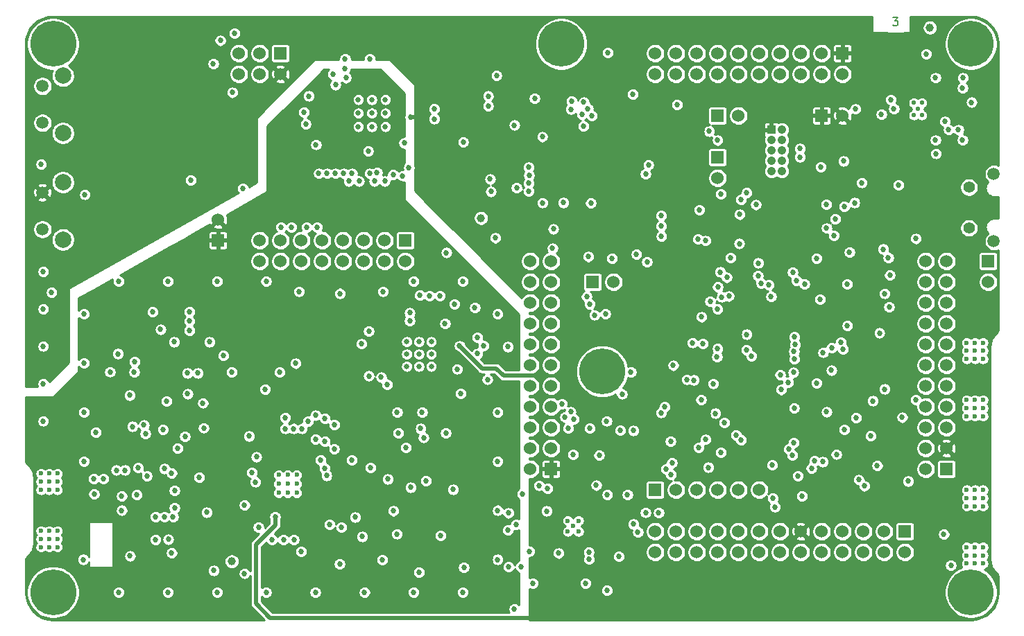
<source format=gbr>
G04 #@! TF.GenerationSoftware,KiCad,Pcbnew,(5.1.6-0-10_14)*
G04 #@! TF.CreationDate,2020-08-12T12:58:02+10:00*
G04 #@! TF.ProjectId,hackrf-one,6861636b-7266-42d6-9f6e-652e6b696361,rev?*
G04 #@! TF.SameCoordinates,Original*
G04 #@! TF.FileFunction,Copper,L3,Inr*
G04 #@! TF.FilePolarity,Positive*
%FSLAX45Y45*%
G04 Gerber Fmt 4.5, Leading zero omitted, Abs format (unit mm)*
G04 Created by KiCad (PCBNEW (5.1.6-0-10_14)) date 2020-08-12 12:58:02*
%MOMM*%
%LPD*%
G01*
G04 APERTURE LIST*
G04 #@! TA.AperFunction,NonConductor*
%ADD10C,0.177800*%
G04 #@! TD*
G04 #@! TA.AperFunction,ViaPad*
%ADD11C,1.400000*%
G04 #@! TD*
G04 #@! TA.AperFunction,ViaPad*
%ADD12C,1.500000*%
G04 #@! TD*
%ADD13C,1.000000*%
G04 #@! TA.AperFunction,ViaPad*
%ADD14C,0.600000*%
G04 #@! TD*
G04 #@! TA.AperFunction,ViaPad*
%ADD15C,5.600000*%
G04 #@! TD*
G04 #@! TA.AperFunction,ViaPad*
%ADD16C,1.524000*%
G04 #@! TD*
G04 #@! TA.AperFunction,ViaPad*
%ADD17R,1.524000X1.524000*%
G04 #@! TD*
G04 #@! TA.AperFunction,ViaPad*
%ADD18C,1.066800*%
G04 #@! TD*
G04 #@! TA.AperFunction,ViaPad*
%ADD19R,1.066800X1.066800*%
G04 #@! TD*
G04 #@! TA.AperFunction,ViaPad*
%ADD20C,2.000000*%
G04 #@! TD*
G04 #@! TA.AperFunction,ViaPad*
%ADD21C,0.585000*%
G04 #@! TD*
G04 #@! TA.AperFunction,ViaPad*
%ADD22C,0.635000*%
G04 #@! TD*
G04 #@! TA.AperFunction,ViaPad*
%ADD23C,0.685800*%
G04 #@! TD*
G04 #@! TA.AperFunction,Conductor*
%ADD24C,0.508000*%
G04 #@! TD*
G04 #@! TA.AperFunction,Conductor*
%ADD25C,0.254000*%
G04 #@! TD*
G04 APERTURE END LIST*
D10*
X16646133Y-10074362D02*
X16709028Y-10074362D01*
X16675162Y-10113067D01*
X16689676Y-10113067D01*
X16699352Y-10117905D01*
X16704190Y-10122743D01*
X16709028Y-10132419D01*
X16709028Y-10156610D01*
X16704190Y-10166286D01*
X16699352Y-10171124D01*
X16689676Y-10175962D01*
X16660648Y-10175962D01*
X16650971Y-10171124D01*
X16646133Y-10166286D01*
D11*
G04 #@! TO.N,GND*
G04 #@! TO.C,J1*
X17577000Y-12151000D03*
X17577000Y-12649000D03*
D12*
X17880000Y-11987500D03*
X17880000Y-12812500D03*
G04 #@! TD*
D13*
G04 #@! TO.N,*
G04 #@! TO.C,MARK1MM*
X11623280Y-12527320D03*
G04 #@! TD*
G04 #@! TO.N,*
G04 #@! TO.C,MARK1MM*
X8580360Y-16723400D03*
G04 #@! TD*
D14*
G04 #@! TO.N,GND*
G04 #@! TO.C,U19*
X12812920Y-16358600D03*
X12812920Y-16226600D03*
X12680920Y-16226600D03*
X12680920Y-16358600D03*
X12746920Y-16292600D03*
G04 #@! TD*
D13*
G04 #@! TO.N,*
G04 #@! TO.C,MARK1MM*
X17100000Y-10200000D03*
G04 #@! TD*
D14*
G04 #@! TO.N,GND*
G04 #@! TO.C,J4*
X6555000Y-10555000D03*
X6245000Y-10555000D03*
X6245000Y-10245000D03*
X6555000Y-10245000D03*
X6620000Y-10400000D03*
X6400000Y-10620000D03*
X6180000Y-10400000D03*
X6400000Y-10180000D03*
D15*
X6400000Y-10400000D03*
G04 #@! TD*
D14*
G04 #@! TO.N,GND*
G04 #@! TO.C,J5*
X6555000Y-17255000D03*
X6245000Y-17255000D03*
X6245000Y-16945000D03*
X6555000Y-16945000D03*
X6620000Y-17100000D03*
X6400000Y-17320000D03*
X6180000Y-17100000D03*
X6400000Y-16880000D03*
D15*
X6400000Y-17100000D03*
G04 #@! TD*
D14*
G04 #@! TO.N,GND*
G04 #@! TO.C,J6*
X17755000Y-17255000D03*
X17445000Y-17255000D03*
X17445000Y-16945000D03*
X17755000Y-16945000D03*
X17820000Y-17100000D03*
X17600000Y-17320000D03*
X17380000Y-17100000D03*
X17600000Y-16880000D03*
D15*
X17600000Y-17100000D03*
G04 #@! TD*
D14*
G04 #@! TO.N,GND*
G04 #@! TO.C,J7*
X17755000Y-10555000D03*
X17445000Y-10555000D03*
X17445000Y-10245000D03*
X17755000Y-10245000D03*
X17820000Y-10400000D03*
X17600000Y-10620000D03*
X17380000Y-10400000D03*
X17600000Y-10180000D03*
D15*
X17600000Y-10400000D03*
G04 #@! TD*
D14*
G04 #@! TO.N,GND*
G04 #@! TO.C,J8*
X12755000Y-10555000D03*
X12445000Y-10555000D03*
X12445000Y-10245000D03*
X12755000Y-10245000D03*
X12820000Y-10400000D03*
X12600000Y-10620000D03*
X12380000Y-10400000D03*
X12600000Y-10180000D03*
D15*
X12600000Y-10400000D03*
G04 #@! TD*
D14*
G04 #@! TO.N,GND*
G04 #@! TO.C,J9*
X13255000Y-14555000D03*
X12945000Y-14555000D03*
X12945000Y-14245000D03*
X13255000Y-14245000D03*
X13320000Y-14400000D03*
X13100000Y-14620000D03*
X12880000Y-14400000D03*
X13100000Y-14180000D03*
D15*
X13100000Y-14400000D03*
G04 #@! TD*
D16*
G04 #@! TO.N,+1.8V*
G04 #@! TO.C,P1*
X14763000Y-11277000D03*
D17*
X14509000Y-11277000D03*
G04 #@! TD*
D14*
G04 #@! TO.N,GND*
G04 #@! TO.C,P2*
X17748000Y-14950000D03*
X17748000Y-14850000D03*
X17748000Y-14750000D03*
X17648000Y-14950000D03*
X17648000Y-14850000D03*
X17648000Y-14750000D03*
X17548000Y-14950000D03*
X17548000Y-14850000D03*
X17548000Y-14750000D03*
X17748000Y-14050000D03*
X17748000Y-14150000D03*
X17748000Y-14250000D03*
X17648000Y-14050000D03*
X17648000Y-14150000D03*
X17648000Y-14250000D03*
X17548000Y-14050000D03*
X17548000Y-14150000D03*
X17548000Y-14250000D03*
G04 #@! TD*
D16*
G04 #@! TO.N,GND*
G04 #@! TO.C,P3*
X14509000Y-12039000D03*
D17*
X14509000Y-11785000D03*
G04 #@! TD*
D14*
G04 #@! TO.N,GND*
G04 #@! TO.C,P4*
X6252000Y-15650000D03*
X6252000Y-15750000D03*
X6252000Y-15850000D03*
X6352000Y-15650000D03*
X6352000Y-15750000D03*
X6352000Y-15850000D03*
X6452000Y-15650000D03*
X6452000Y-15750000D03*
X6452000Y-15850000D03*
X6252000Y-16550000D03*
X6252000Y-16450000D03*
X6252000Y-16350000D03*
X6352000Y-16550000D03*
X6352000Y-16450000D03*
X6352000Y-16350000D03*
X6452000Y-16550000D03*
X6452000Y-16450000D03*
X6452000Y-16350000D03*
G04 #@! TD*
D16*
G04 #@! TO.N,/mcu/usb/power/LED3*
G04 #@! TO.C,P5*
X8667000Y-10769000D03*
G04 #@! TO.N,!VAA_ENABLE*
X8667000Y-10515000D03*
G04 #@! TO.N,/mcu/usb/power/LED2*
X8921000Y-10769000D03*
G04 #@! TO.N,/mcu/usb/power/LED1*
X8921000Y-10515000D03*
G04 #@! TO.N,VCC*
X9175000Y-10769000D03*
D17*
G04 #@! TO.N,GND*
X9175000Y-10515000D03*
G04 #@! TD*
D16*
G04 #@! TO.N,VCC*
G04 #@! TO.C,P8*
X16033000Y-11277000D03*
D17*
X15779000Y-11277000D03*
G04 #@! TD*
D16*
G04 #@! TO.N,GND*
G04 #@! TO.C,P9*
X8921000Y-13055000D03*
X8921000Y-12801000D03*
X9175000Y-13055000D03*
G04 #@! TO.N,/baseband/TXBBQ-*
X9175000Y-12801000D03*
G04 #@! TO.N,/baseband/TXBBI+*
X9429000Y-13055000D03*
G04 #@! TO.N,/baseband/TXBBQ+*
X9429000Y-12801000D03*
G04 #@! TO.N,/baseband/TXBBI-*
X9683000Y-13055000D03*
G04 #@! TO.N,GND*
X9683000Y-12801000D03*
X9937000Y-13055000D03*
G04 #@! TO.N,/baseband/RXBBI+*
X9937000Y-12801000D03*
G04 #@! TO.N,/baseband/RXBBQ+*
X10191000Y-13055000D03*
G04 #@! TO.N,/baseband/RXBBI-*
X10191000Y-12801000D03*
G04 #@! TO.N,/baseband/RXBBQ-*
X10445000Y-13055000D03*
G04 #@! TO.N,GND*
X10445000Y-12801000D03*
X10699000Y-13055000D03*
D17*
X10699000Y-12801000D03*
G04 #@! TD*
D14*
G04 #@! TO.N,GND*
G04 #@! TO.C,P16*
X17748000Y-16750000D03*
X17748000Y-16650000D03*
X17748000Y-16550000D03*
X17648000Y-16750000D03*
X17648000Y-16650000D03*
X17648000Y-16550000D03*
X17548000Y-16750000D03*
X17548000Y-16650000D03*
X17548000Y-16550000D03*
X17748000Y-15850000D03*
X17748000Y-15950000D03*
X17748000Y-16050000D03*
X17648000Y-15850000D03*
X17648000Y-15950000D03*
X17648000Y-16050000D03*
X17548000Y-15850000D03*
X17548000Y-15950000D03*
X17548000Y-16050000D03*
G04 #@! TD*
D16*
G04 #@! TO.N,/mcu/usb/power/VIN*
G04 #@! TO.C,P20*
X17049000Y-13055000D03*
G04 #@! TO.N,/mcu/usb/power/VBUS*
X17303000Y-13055000D03*
G04 #@! TO.N,/mcu/usb/power/ADC0_0*
X17049000Y-13309000D03*
G04 #@! TO.N,GND*
X17303000Y-13309000D03*
G04 #@! TO.N,/mcu/usb/power/ADC0_5*
X17049000Y-13563000D03*
G04 #@! TO.N,/mcu/usb/power/VBUSCTRL*
X17303000Y-13563000D03*
G04 #@! TO.N,/mcu/usb/power/ADC0_2*
X17049000Y-13817000D03*
G04 #@! TO.N,GND*
X17303000Y-13817000D03*
G04 #@! TO.N,/mcu/usb/power/ADC0_6*
X17049000Y-14071000D03*
G04 #@! TO.N,GND*
X17303000Y-14071000D03*
G04 #@! TO.N,/mcu/usb/power/GPIO3_15*
X17049000Y-14325000D03*
G04 #@! TO.N,/mcu/usb/power/GPIO3_14*
X17303000Y-14325000D03*
G04 #@! TO.N,/mcu/usb/power/GPIO3_13*
X17049000Y-14579000D03*
G04 #@! TO.N,/mcu/usb/power/GPIO3_12*
X17303000Y-14579000D03*
G04 #@! TO.N,/mcu/usb/power/GPIO3_11*
X17049000Y-14833000D03*
G04 #@! TO.N,/mcu/usb/power/GPIO3_10*
X17303000Y-14833000D03*
G04 #@! TO.N,/mcu/usb/power/GPIO3_9*
X17049000Y-15087000D03*
G04 #@! TO.N,/mcu/usb/power/GPIO3_8*
X17303000Y-15087000D03*
G04 #@! TO.N,/mcu/usb/power/WAKEUP*
X17049000Y-15341000D03*
G04 #@! TO.N,VCC*
X17303000Y-15341000D03*
G04 #@! TO.N,/mcu/usb/power/RTC_ALARM*
X17049000Y-15595000D03*
D17*
G04 #@! TO.N,/mcu/usb/power/VBAT*
X17303000Y-15595000D03*
G04 #@! TD*
D16*
G04 #@! TO.N,SCL*
G04 #@! TO.C,P22*
X13747000Y-16611000D03*
G04 #@! TO.N,CLK6*
X13747000Y-16357000D03*
G04 #@! TO.N,SDA*
X14001000Y-16611000D03*
G04 #@! TO.N,/mcu/usb/power/P2_8*
X14001000Y-16357000D03*
G04 #@! TO.N,/mcu/usb/power/P2_13*
X14255000Y-16611000D03*
G04 #@! TO.N,/mcu/usb/power/P2_9*
X14255000Y-16357000D03*
G04 #@! TO.N,/mcu/usb/power/U0_TXD*
X14509000Y-16611000D03*
G04 #@! TO.N,/mcu/usb/power/U0_RXD*
X14509000Y-16357000D03*
G04 #@! TO.N,GND*
X14763000Y-16611000D03*
G04 #@! TO.N,/mcu/usb/power/I2S0_TX_MCLK*
X14763000Y-16357000D03*
G04 #@! TO.N,/mcu/usb/power/I2S0_TX_SCK*
X15017000Y-16611000D03*
G04 #@! TO.N,/mcu/usb/power/I2S0_RX_WS*
X15017000Y-16357000D03*
G04 #@! TO.N,/mcu/usb/power/I2S0_RX_MCLK*
X15271000Y-16611000D03*
G04 #@! TO.N,/mcu/usb/power/I2S0_RX_SDA*
X15271000Y-16357000D03*
G04 #@! TO.N,/mcu/usb/power/I2S0_RX_SCK*
X15525000Y-16611000D03*
G04 #@! TO.N,VCC*
X15525000Y-16357000D03*
G04 #@! TO.N,GND*
X15779000Y-16611000D03*
G04 #@! TO.N,/mcu/usb/power/SPIFI_MOSI*
X15779000Y-16357000D03*
G04 #@! TO.N,/mcu/usb/power/SPIFI_SCK*
X16033000Y-16611000D03*
G04 #@! TO.N,/mcu/usb/power/SPIFI_MISO*
X16033000Y-16357000D03*
G04 #@! TO.N,/mcu/usb/power/I2C1_SDA*
X16287000Y-16611000D03*
G04 #@! TO.N,/mcu/usb/power/I2C1_SCL*
X16287000Y-16357000D03*
G04 #@! TO.N,GND*
X16541000Y-16611000D03*
G04 #@! TO.N,/mcu/usb/power/RESET*
X16541000Y-16357000D03*
G04 #@! TO.N,CLKIN*
X16795000Y-16611000D03*
D17*
G04 #@! TO.N,CLKOUT*
X16795000Y-16357000D03*
G04 #@! TD*
D16*
G04 #@! TO.N,/mcu/usb/power/RESET*
G04 #@! TO.C,P25*
X15017000Y-15849000D03*
G04 #@! TO.N,/mcu/usb/power/U0_TXD*
X14763000Y-15849000D03*
G04 #@! TO.N,/mcu/usb/power/U0_RXD*
X14509000Y-15849000D03*
G04 #@! TO.N,Net-(P25-Pad3)*
X14255000Y-15849000D03*
G04 #@! TO.N,/mcu/usb/power/ISP*
X14001000Y-15849000D03*
D17*
G04 #@! TO.N,GND*
X13747000Y-15849000D03*
G04 #@! TD*
D18*
G04 #@! TO.N,/mcu/usb/power/RESET*
G04 #@! TO.C,P26*
X15293260Y-11954660D03*
G04 #@! TO.N,GND*
X15166260Y-11954660D03*
G04 #@! TO.N,/mcu/usb/power/TDI*
X15293260Y-11827660D03*
G04 #@! TO.N,Net-(P26-Pad7)*
X15166260Y-11827660D03*
G04 #@! TO.N,/mcu/usb/power/TDO*
X15293260Y-11700660D03*
G04 #@! TO.N,GND*
X15166260Y-11700660D03*
G04 #@! TO.N,/mcu/usb/power/TCK*
X15293260Y-11573660D03*
G04 #@! TO.N,GND*
X15166260Y-11573660D03*
G04 #@! TO.N,/mcu/usb/power/TMS*
X15293260Y-11446660D03*
D19*
G04 #@! TO.N,VCC*
X15166260Y-11446660D03*
G04 #@! TD*
D16*
G04 #@! TO.N,/mcu/usb/power/BANK2F3M4*
G04 #@! TO.C,P28*
X12223000Y-13055000D03*
G04 #@! TO.N,/mcu/usb/power/BANK2F3M12*
X12477000Y-13055000D03*
G04 #@! TO.N,/mcu/usb/power/BANK2F3M6*
X12223000Y-13309000D03*
G04 #@! TO.N,/mcu/usb/power/CPLD_TDI*
X12477000Y-13309000D03*
G04 #@! TO.N,/mcu/usb/power/BANK2F3M2*
X12223000Y-13563000D03*
G04 #@! TO.N,/mcu/usb/power/CPLD_TCK*
X12477000Y-13563000D03*
G04 #@! TO.N,/mcu/usb/power/B1AUX13*
X12223000Y-13817000D03*
G04 #@! TO.N,/mcu/usb/power/B1AUX14*
X12477000Y-13817000D03*
G04 #@! TO.N,GCK1*
X12223000Y-14071000D03*
G04 #@! TO.N,GCK2*
X12477000Y-14071000D03*
G04 #@! TO.N,GND*
X12223000Y-14325000D03*
G04 #@! TO.N,/mcu/usb/power/SD_CLK*
X12477000Y-14325000D03*
G04 #@! TO.N,/mcu/usb/power/SD_POW*
X12223000Y-14579000D03*
G04 #@! TO.N,/mcu/usb/power/SD_CMD*
X12477000Y-14579000D03*
G04 #@! TO.N,/mcu/usb/power/SD_VOLT0*
X12223000Y-14833000D03*
G04 #@! TO.N,/mcu/usb/power/SD_DAT0*
X12477000Y-14833000D03*
G04 #@! TO.N,/mcu/usb/power/SD_DAT1*
X12223000Y-15087000D03*
G04 #@! TO.N,/mcu/usb/power/SD_DAT2*
X12477000Y-15087000D03*
G04 #@! TO.N,/mcu/usb/power/SD_DAT3*
X12223000Y-15341000D03*
G04 #@! TO.N,/mcu/usb/power/SD_CD*
X12477000Y-15341000D03*
G04 #@! TO.N,GND*
X12223000Y-15595000D03*
D17*
G04 #@! TO.N,VCC*
X12477000Y-15595000D03*
G04 #@! TD*
D16*
G04 #@! TO.N,/mcu/usb/power/CPLD_TDO*
G04 #@! TO.C,P29*
X13239000Y-13309000D03*
D17*
G04 #@! TO.N,/mcu/usb/power/CPLD_TMS*
X12985000Y-13309000D03*
G04 #@! TD*
D16*
G04 #@! TO.N,GND*
G04 #@! TO.C,P30*
X13747000Y-10769000D03*
G04 #@! TO.N,/mcu/usb/power/GCK0*
X13747000Y-10515000D03*
G04 #@! TO.N,/mcu/usb/power/B2AUX1*
X14001000Y-10769000D03*
G04 #@! TO.N,/mcu/usb/power/B2AUX2*
X14001000Y-10515000D03*
G04 #@! TO.N,/mcu/usb/power/B2AUX3*
X14255000Y-10769000D03*
G04 #@! TO.N,/mcu/usb/power/B2AUX4*
X14255000Y-10515000D03*
G04 #@! TO.N,/mcu/usb/power/B2AUX5*
X14509000Y-10769000D03*
G04 #@! TO.N,/mcu/usb/power/B2AUX6*
X14509000Y-10515000D03*
G04 #@! TO.N,/mcu/usb/power/B2AUX7*
X14763000Y-10769000D03*
G04 #@! TO.N,/mcu/usb/power/B2AUX8*
X14763000Y-10515000D03*
G04 #@! TO.N,/mcu/usb/power/B2AUX9*
X15017000Y-10769000D03*
G04 #@! TO.N,/mcu/usb/power/B2AUX10*
X15017000Y-10515000D03*
G04 #@! TO.N,/mcu/usb/power/B2AUX11*
X15271000Y-10769000D03*
G04 #@! TO.N,/mcu/usb/power/B2AUX12*
X15271000Y-10515000D03*
G04 #@! TO.N,/mcu/usb/power/B2AUX13*
X15525000Y-10769000D03*
G04 #@! TO.N,/mcu/usb/power/B2AUX14*
X15525000Y-10515000D03*
G04 #@! TO.N,/mcu/usb/power/B2AUX15*
X15779000Y-10769000D03*
G04 #@! TO.N,/mcu/usb/power/B2AUX16*
X15779000Y-10515000D03*
G04 #@! TO.N,GND*
X16033000Y-10769000D03*
D17*
G04 #@! TO.N,VCC*
X16033000Y-10515000D03*
G04 #@! TD*
D16*
G04 #@! TO.N,VAA*
G04 #@! TO.C,P36*
X8413000Y-12547000D03*
D17*
X8413000Y-12801000D03*
G04 #@! TD*
D16*
G04 #@! TO.N,GND*
G04 #@! TO.C,P80*
X17811000Y-13309000D03*
D17*
X17811000Y-13055000D03*
G04 #@! TD*
D20*
G04 #@! TO.N,GND*
G04 #@! TO.C,SW1*
X6519000Y-12089500D03*
X6519000Y-12790500D03*
D12*
G04 #@! TO.N,Net-(R30-Pad2)*
X6270000Y-12665000D03*
G04 #@! TO.N,VCC*
X6270000Y-12215000D03*
G04 #@! TD*
D20*
G04 #@! TO.N,GND*
G04 #@! TO.C,SW2*
X6519000Y-10789500D03*
X6519000Y-11490500D03*
D12*
G04 #@! TO.N,Net-(R19-Pad2)*
X6270000Y-11365000D03*
G04 #@! TO.N,GND*
X6270000Y-10915000D03*
G04 #@! TD*
D21*
G04 #@! TO.N,GND*
G04 #@! TO.C,U21*
X16903000Y-11120120D03*
X17003000Y-11120120D03*
X17003000Y-11270120D03*
X16903000Y-11270120D03*
X16953000Y-11195120D03*
G04 #@! TD*
D14*
G04 #@! TO.N,GND*
G04 #@! TO.C,U4*
X9152040Y-15666360D03*
X9152040Y-15776360D03*
X9152040Y-15886360D03*
X9262040Y-15886360D03*
X9372040Y-15886360D03*
X9372040Y-15776360D03*
X9372040Y-15666360D03*
X9262040Y-15666360D03*
X9262040Y-15776360D03*
G04 #@! TD*
D22*
G04 #@! TO.N,GND*
G04 #@! TO.C,U17*
X11014850Y-14339710D03*
X11014850Y-14189710D03*
X11014850Y-14039710D03*
X10864850Y-14039710D03*
X10714850Y-14039710D03*
X10714850Y-14189710D03*
X10714850Y-14339710D03*
X10864850Y-14339710D03*
X10864850Y-14189710D03*
G04 #@! TD*
G04 #@! TO.N,GND*
G04 #@! TO.C,U18*
X10454540Y-11411180D03*
X10454540Y-11246180D03*
X10454540Y-11081180D03*
X10289540Y-11081180D03*
X10124540Y-11081180D03*
X10124540Y-11246180D03*
X10124540Y-11411180D03*
X10289540Y-11411180D03*
X10289540Y-11246180D03*
G04 #@! TD*
D23*
G04 #@! TO.N,!MIX_BYPASS*
X12029440Y-17302480D03*
X11958840Y-16791340D03*
X15441180Y-14157360D03*
X7394420Y-14282720D03*
X11412460Y-16797060D03*
G04 #@! TO.N,!RX_AMP_PWR*
X7334120Y-14692560D03*
X14796020Y-15239400D03*
G04 #@! TO.N,!TX_AMP_PWR*
X13941310Y-15663580D03*
X8361920Y-16835160D03*
G04 #@! TO.N,!VAA_ENABLE*
X14549640Y-12234580D03*
G04 #@! TO.N,+1.8V*
X11709400Y-11036300D03*
X12870700Y-11404000D03*
X12369800Y-11534140D03*
X12370320Y-12341260D03*
G04 #@! TO.N,/frontend/!ANT_BIAS*
X8735300Y-16035060D03*
X8735300Y-16870720D03*
G04 #@! TO.N,/frontend/REF_IN*
X11951220Y-16341760D03*
X8826500Y-15636240D03*
G04 #@! TO.N,/mcu/usb/power/B2AUX3*
X12725920Y-11099200D03*
G04 #@! TO.N,/mcu/usb/power/B2AUX4*
X12852920Y-11259220D03*
G04 #@! TO.N,/mcu/usb/power/B2AUX5*
X12875780Y-11111900D03*
G04 #@! TO.N,/mcu/usb/power/B2AUX6*
X12926580Y-11193180D03*
G04 #@! TO.N,/mcu/usb/power/B2AUX7*
X12974840Y-11277000D03*
G04 #@! TO.N,/mcu/usb/power/BANK2F3M12*
X12202680Y-12199020D03*
G04 #@! TO.N,/mcu/usb/power/BANK2F3M2*
X12202680Y-11906920D03*
G04 #@! TO.N,/mcu/usb/power/BANK2F3M4*
X12207760Y-12005980D03*
G04 #@! TO.N,/mcu/usb/power/BANK2F3M6*
X12205220Y-12102500D03*
G04 #@! TO.N,/mcu/usb/power/CPLD_TCK*
X11742940Y-12204100D03*
X12946900Y-13578240D03*
G04 #@! TO.N,/mcu/usb/power/CPLD_TDI*
X11732780Y-12051700D03*
X12911340Y-13489340D03*
G04 #@! TO.N,/mcu/usb/power/CPLD_TDO*
X13630160Y-11990740D03*
G04 #@! TO.N,/mcu/usb/power/CPLD_TMS*
X14203680Y-14051280D03*
X13967460Y-14328140D03*
X12055360Y-12158380D03*
G04 #@! TO.N,/mcu/usb/power/EN1V8*
X16508500Y-11258620D03*
X8440940Y-10357520D03*
X14590280Y-15028580D03*
G04 #@! TO.N,/mcu/usb/power/GCK0*
X12720840Y-11198260D03*
G04 #@! TO.N,/mcu/usb/power/GPIO3_10*
X16013186Y-14043164D03*
X16929100Y-14747240D03*
G04 #@! TO.N,/mcu/usb/power/GPIO3_11*
X16040127Y-14131170D03*
G04 #@! TO.N,/mcu/usb/power/GPIO3_8*
X16761460Y-14963140D03*
X15796780Y-14170060D03*
G04 #@! TO.N,/mcu/usb/power/GPIO3_9*
X15901831Y-14111414D03*
G04 #@! TO.N,/mcu/usb/power/GP_CLKIN*
X12329680Y-15795660D03*
X15758680Y-13519820D03*
G04 #@! TO.N,/mcu/usb/power/I2C1_SCL*
X14501380Y-14225940D03*
X14219440Y-14507880D03*
X15286240Y-14624720D03*
G04 #@! TO.N,/mcu/usb/power/I2C1_SDA*
X15370060Y-14535820D03*
X14509000Y-14124340D03*
X14133080Y-14500260D03*
G04 #@! TO.N,/mcu/usb/power/I2S0_RX_SCK*
X15692640Y-15495940D03*
G04 #@! TO.N,/mcu/usb/power/I2S0_RX_SDA*
X15436654Y-15273459D03*
G04 #@! TO.N,/mcu/usb/power/I2S0_RX_WS*
X15377680Y-15351160D03*
X15182100Y-15953140D03*
G04 #@! TO.N,/mcu/usb/power/I2S0_TX_SCK*
X15420860Y-15424820D03*
G04 #@! TO.N,/mcu/usb/power/LED1*
X15161780Y-13486800D03*
G04 #@! TO.N,/mcu/usb/power/LED2*
X15131300Y-13344560D03*
X8585720Y-10992520D03*
G04 #@! TO.N,/mcu/usb/power/LED3*
X14277860Y-15330840D03*
G04 #@! TO.N,/mcu/usb/power/P2_8*
X13881620Y-15593730D03*
X8354580Y-10642000D03*
X14483600Y-14914280D03*
G04 #@! TO.N,/mcu/usb/power/RESET*
X14779299Y-12482395D03*
X15433560Y-14413900D03*
X15718040Y-14543440D03*
X8613660Y-10268620D03*
G04 #@! TO.N,/mcu/usb/power/SD_CD*
X12751320Y-14985400D03*
X14313420Y-13735720D03*
G04 #@! TO.N,/mcu/usb/power/SD_CLK*
X14666480Y-13011820D03*
G04 #@! TO.N,/mcu/usb/power/SD_CMD*
X14542020Y-13187080D03*
G04 #@! TO.N,/mcu/usb/power/SD_DAT0*
X14511540Y-13369960D03*
G04 #@! TO.N,/mcu/usb/power/SD_DAT1*
X12715760Y-14896500D03*
X14559800Y-13491880D03*
G04 #@! TO.N,/mcu/usb/power/SD_DAT2*
X14418293Y-13547454D03*
X12647180Y-14962540D03*
G04 #@! TO.N,/mcu/usb/power/SD_DAT3*
X12685280Y-15097160D03*
X14509000Y-13641740D03*
G04 #@! TO.N,/mcu/usb/power/SD_POW*
X14620760Y-13253120D03*
G04 #@! TO.N,/mcu/usb/power/SD_VOLT0*
X14646160Y-13481720D03*
X12609080Y-14797440D03*
G04 #@! TO.N,/mcu/usb/power/SGPIO13*
X14864600Y-12219340D03*
X14509000Y-11576720D03*
G04 #@! TO.N,/mcu/usb/power/SGPIO9*
X14796020Y-12300620D03*
X14407400Y-11467500D03*
G04 #@! TO.N,/mcu/usb/power/SPIFI_MISO*
X15443200Y-14848840D03*
X16230600Y-15725140D03*
G04 #@! TO.N,/mcu/usb/power/SPIFI_SIO2*
X15791700Y-15506100D03*
X16299180Y-15801340D03*
G04 #@! TO.N,/mcu/usb/power/SPIFI_SIO3*
X15654540Y-15584840D03*
X15537180Y-15925800D03*
G04 #@! TO.N,/mcu/usb/power/TCK*
X15514240Y-11677800D03*
G04 #@! TO.N,/mcu/usb/power/TDI*
X15768840Y-11901840D03*
G04 #@! TO.N,/mcu/usb/power/TDO*
X15514840Y-11782460D03*
G04 #@! TO.N,/mcu/usb/power/VBAT*
X16835120Y-15742920D03*
X15838969Y-14896288D03*
G04 #@! TO.N,/mcu/usb/power/VBUS*
X16715980Y-12123460D03*
G04 #@! TO.N,/mcu/usb/power/VBUSCTRL*
X16180000Y-12340000D03*
G04 #@! TO.N,/mcu/usb/power/VIN*
X17608308Y-11112154D03*
X16268940Y-12095520D03*
G04 #@! TO.N,/mcu/usb/power/VREGMODE*
X14362615Y-15233946D03*
X15834880Y-12361580D03*
G04 #@! TO.N,AMP_BYPASS*
X7739620Y-15110500D03*
X14549640Y-15391800D03*
X7757400Y-15590560D03*
X7544040Y-15679460D03*
X7757400Y-16177300D03*
G04 #@! TO.N,CLK6*
X12421120Y-16108080D03*
G04 #@! TO.N,CS_AD*
X13221220Y-13021980D03*
X9846310Y-10899470D03*
G04 #@! TO.N,CS_XCVR*
X13005320Y-13712860D03*
X11546840Y-13624560D03*
G04 #@! TO.N,GCK1*
X10665980Y-12011060D03*
X10245090Y-11709730D03*
G04 #@! TO.N,GCK2*
X11709400Y-11158220D03*
X12504940Y-12661300D03*
G04 #@! TO.N,GND*
X17448300Y-11449120D03*
X17499100Y-10941120D03*
X12626340Y-12339320D03*
X13665200Y-11879580D03*
X8306280Y-14041420D03*
X9665900Y-15484260D03*
X17168900Y-11576120D03*
X7170660Y-15608340D03*
X10991850Y-13475970D03*
X8166580Y-14422420D03*
X11811000Y-10787380D03*
X10320020Y-12076760D03*
X12108020Y-16787780D03*
X9641840Y-11982780D03*
X10920730Y-15210790D03*
X11404600Y-11600180D03*
X11578590Y-14184630D03*
X9602400Y-14938160D03*
X10007600Y-12076760D03*
X10598150Y-14900910D03*
X8064980Y-13901720D03*
X9946640Y-11982780D03*
X16198180Y-14968130D03*
X9845040Y-11982780D03*
X11050270Y-11194110D03*
X10885170Y-15099030D03*
X10085000Y-16182760D03*
X17283200Y-11347520D03*
X9211240Y-16457080D03*
X9743440Y-11982780D03*
X10353040Y-11972620D03*
X10252710Y-13910310D03*
X9182100Y-12638100D03*
X17499100Y-11576120D03*
X13647787Y-13064316D03*
X9335700Y-15100720D03*
X15425878Y-13190039D03*
X15209520Y-16057880D03*
X17168900Y-10814120D03*
X11118850Y-13475970D03*
X16092213Y-13842006D03*
X16404726Y-14761584D03*
X8792140Y-15192160D03*
X9772580Y-16271660D03*
X10048240Y-11982780D03*
X9309100Y-12638100D03*
X15898239Y-14388006D03*
X11576050Y-13986510D03*
X13169900Y-10505440D03*
X9521190Y-11036630D03*
X8881040Y-15446160D03*
X16660900Y-11195120D03*
X16548410Y-14617900D03*
X16548410Y-13450467D03*
X10902950Y-14900910D03*
X11652250Y-14088110D03*
X9483090Y-11379530D03*
X16611271Y-13225960D03*
X11372850Y-14672310D03*
X9813290Y-10769930D03*
X12029440Y-11391900D03*
X8039580Y-14422420D03*
X9963150Y-10581970D03*
X11050270Y-11316030D03*
X10447020Y-12076760D03*
X11296650Y-13577570D03*
X10863340Y-16857620D03*
X8064980Y-13673120D03*
X10252710Y-14456410D03*
X14976865Y-12363856D03*
X15569562Y-13333724D03*
X16054496Y-15111814D03*
X9437300Y-15100720D03*
X9831000Y-15052460D03*
X14773911Y-12839809D03*
X10261600Y-11982780D03*
X16090417Y-13333724D03*
X12275820Y-11064240D03*
X7874480Y-14041420D03*
X14285385Y-12426718D03*
X16602291Y-13612111D03*
X16119153Y-12945776D03*
X12213520Y-16599940D03*
X15174430Y-15546459D03*
X17054600Y-10522020D03*
X15928772Y-12741027D03*
X9234100Y-15100720D03*
X9426180Y-16601480D03*
X10741660Y-11909120D03*
X9071540Y-16457080D03*
X7917420Y-15341640D03*
X9897040Y-16754260D03*
X10134600Y-12076760D03*
X9234100Y-14966100D03*
X9338240Y-16457080D03*
X15488739Y-15677570D03*
X10163810Y-14065250D03*
X16191000Y-11195120D03*
X8064980Y-13787420D03*
X10684510Y-11610670D03*
X7612620Y-13675400D03*
X7094700Y-14407180D03*
X7191220Y-14186200D03*
X9494520Y-12638100D03*
X8227060Y-14787880D03*
X8869680Y-15753080D03*
X10272000Y-15577860D03*
X10043160Y-15483840D03*
X10549140Y-11995820D03*
X9622040Y-12638440D03*
X12569120Y-16622800D03*
X16593311Y-13010434D03*
X15838969Y-12651224D03*
X13934960Y-15254640D03*
X11796280Y-12770520D03*
X13820660Y-12498740D03*
X13162800Y-15907420D03*
X16456660Y-15554960D03*
X13028180Y-15793120D03*
X14013700Y-11142380D03*
X13157720Y-17078360D03*
X13139940Y-13700160D03*
X13343140Y-14678060D03*
X12052820Y-16270640D03*
X12126480Y-15899800D03*
X12433820Y-15831220D03*
X13820660Y-12625740D03*
X14394700Y-15574680D03*
X13952740Y-15518800D03*
X8715260Y-12166000D03*
X9000000Y-13300000D03*
X8400000Y-13300000D03*
X7800000Y-13300000D03*
X7200000Y-13300000D03*
X6775000Y-13700000D03*
X9900000Y-13450000D03*
X10800000Y-13300000D03*
X11955780Y-16131540D03*
X11825000Y-15500000D03*
X11825000Y-14900000D03*
X11825000Y-16100000D03*
X10425000Y-13425000D03*
X11400000Y-13300000D03*
X9400000Y-13425000D03*
X11825000Y-13700000D03*
X11700000Y-14500000D03*
X9000000Y-17100000D03*
X9600000Y-17100000D03*
X7800000Y-17100000D03*
X7200000Y-17100000D03*
X10200000Y-17100000D03*
X10800000Y-17100000D03*
X11400000Y-17100000D03*
X11950000Y-14100000D03*
X9918700Y-16306800D03*
X6775000Y-15500000D03*
X6775000Y-14900000D03*
X6775000Y-14300000D03*
X6787400Y-12239660D03*
X12949440Y-15097160D03*
X12746240Y-15417200D03*
X13063740Y-15427360D03*
X13305040Y-16664340D03*
X10264660Y-10583580D03*
X9462020Y-11235090D03*
X9608070Y-11630060D03*
X13452017Y-14409558D03*
X13475220Y-11014110D03*
X8077720Y-12064400D03*
X11825000Y-16700000D03*
X11192510Y-15154910D03*
X10613390Y-15154910D03*
X10416300Y-16705220D03*
X8906440Y-16304680D03*
X8237460Y-15092720D03*
X9716700Y-14976260D03*
X12962140Y-12346340D03*
X16375900Y-15191140D03*
X15959340Y-15414660D03*
X11200000Y-12950000D03*
X13823200Y-12750200D03*
X12494780Y-12897520D03*
X12252960Y-16990060D03*
X12895580Y-16990060D03*
X8273020Y-16123960D03*
X16053320Y-12386980D03*
X6279400Y-14551060D03*
X6279400Y-13182000D03*
X6279400Y-14093860D03*
X6254000Y-11871360D03*
X6279400Y-15008260D03*
X6279400Y-13639200D03*
X6766559Y-16700000D03*
X8184120Y-15697240D03*
X6900000Y-15900000D03*
X8402561Y-17100000D03*
X7846300Y-16621800D03*
X7013180Y-15715020D03*
X6896340Y-15715020D03*
X7785100Y-14764820D03*
X6921740Y-15146060D03*
X7508480Y-15057160D03*
X8577820Y-14409460D03*
X9360140Y-14302780D03*
X10551400Y-16106180D03*
X10948670Y-15740087D03*
X11282836Y-15844577D03*
X10597120Y-16388120D03*
X10762220Y-15819160D03*
X10706100Y-15331477D03*
X8988577Y-14618988D03*
X7422120Y-15910600D03*
X7236700Y-15924700D03*
X7236700Y-16099700D03*
X7650720Y-16456700D03*
X7805660Y-16454160D03*
X7338300Y-16657360D03*
X17175720Y-11739920D03*
X16929340Y-12778780D03*
X17269700Y-16393200D03*
X17356060Y-16771660D03*
G04 #@! TO.N,HP*
X8476220Y-14208800D03*
X16484600Y-13931900D03*
G04 #@! TO.N,LP*
X7711680Y-13888760D03*
X15446260Y-13979560D03*
G04 #@! TO.N,MIXER_ENX*
X9716700Y-15255660D03*
X9712960Y-15585440D03*
X14859520Y-14139580D03*
G04 #@! TO.N,MIXER_RESETX*
X9829800Y-15351760D03*
X9737020Y-15674760D03*
X14920480Y-14213240D03*
G04 #@! TO.N,MIXER_SCLK*
X9602400Y-15230260D03*
X14308340Y-14749180D03*
G04 #@! TO.N,MIXER_SDATA*
X14455660Y-14551060D03*
X9512820Y-15010800D03*
G04 #@! TO.N,MIX_BYPASS*
X13630160Y-16125860D03*
X11127980Y-16408440D03*
G04 #@! TO.N,RSSI*
X10751820Y-13784580D03*
X14864600Y-13949080D03*
G04 #@! TO.N,RX*
X13790180Y-16130940D03*
X10173220Y-16420500D03*
X10482820Y-15717560D03*
X9164560Y-14412000D03*
G04 #@! TO.N,RXENABLE*
X10474960Y-14561820D03*
X15001760Y-13235340D03*
G04 #@! TO.N,RX_AMP*
X14732520Y-15180980D03*
X7650720Y-16177300D03*
X7526260Y-15163840D03*
X7437360Y-15580400D03*
G04 #@! TO.N,RX_MIX_BP*
X15443720Y-14251340D03*
X7389340Y-14409720D03*
G04 #@! TO.N,SCL*
X13409180Y-15907420D03*
X13536180Y-16364620D03*
X13863840Y-14835540D03*
X13320280Y-15122560D03*
X12939280Y-16697360D03*
G04 #@! TO.N,SDA*
X13480300Y-15125100D03*
X13818120Y-14906660D03*
X13482840Y-16268100D03*
X12937420Y-16610100D03*
G04 #@! TO.N,SGPIO_CLK*
X14328140Y-14063980D03*
X13155180Y-15008260D03*
G04 #@! TO.N,SSP1_MISO*
X14360819Y-12803888D03*
X10876280Y-13472160D03*
G04 #@! TO.N,SSP1_MOSI*
X9959860Y-10705500D03*
X10751820Y-13685520D03*
X13518654Y-12971434D03*
G04 #@! TO.N,SSP1_SCK*
X9974084Y-10814720D03*
X12931660Y-12999120D03*
X11328920Y-14373260D03*
G04 #@! TO.N,TXENABLE*
X10403840Y-14472920D03*
X15042400Y-13326780D03*
G04 #@! TO.N,TX_AMP*
X15273540Y-14441840D03*
X7846300Y-15643899D03*
X7864080Y-16177300D03*
X8008336Y-15197384D03*
G04 #@! TO.N,TX_MIX_BP*
X15453880Y-14073540D03*
X8041640Y-14676120D03*
G04 #@! TO.N,VAA*
X11271250Y-14047470D03*
X10048240Y-11703380D03*
X11271250Y-14469110D03*
X9782810Y-11473510D03*
X11286490Y-14184630D03*
X10598150Y-14598650D03*
X10902950Y-14601190D03*
X10365740Y-11703380D03*
X10458450Y-14110970D03*
X9970700Y-15598560D03*
X10440670Y-14342110D03*
X9310300Y-16182760D03*
X9246800Y-15357260D03*
X9972040Y-16055340D03*
X9760470Y-11241440D03*
X9825240Y-11015380D03*
X10146030Y-10782630D03*
X10556240Y-11705920D03*
X11019790Y-13742670D03*
X10427970Y-14019530D03*
X6381000Y-13436000D03*
X11974080Y-16466220D03*
X8326360Y-16314460D03*
X8051312Y-16825728D03*
X7597380Y-14914920D03*
X7846300Y-16888500D03*
X7290040Y-16355100D03*
X7411960Y-16355100D03*
X8255240Y-15412760D03*
X8290800Y-15803920D03*
X7028420Y-14826020D03*
X7277340Y-15252740D03*
X8478760Y-13863360D03*
X7704060Y-14231660D03*
X10548860Y-15979180D03*
X10683480Y-16609100D03*
X10863820Y-15524520D03*
X9728440Y-16601480D03*
X8819120Y-14455180D03*
G04 #@! TO.N,VCC*
X17255260Y-11050340D03*
X17589512Y-10753252D03*
X13178720Y-16660900D03*
X15623443Y-12866750D03*
X15906142Y-13168846D03*
X16189199Y-14546058D03*
X15273213Y-15462044D03*
X14150681Y-15039972D03*
X13652500Y-11752580D03*
X13863313Y-13279842D03*
X15147490Y-12480599D03*
X14520668Y-12633264D03*
X13081000Y-10711180D03*
X16332884Y-14402374D03*
X14608674Y-15497965D03*
X15834880Y-11680860D03*
X12440920Y-16471900D03*
X12931140Y-16002000D03*
X13820660Y-12369200D03*
X13289800Y-15716920D03*
X13363460Y-16029340D03*
X13063740Y-16120780D03*
X15521940Y-16055340D03*
X13703300Y-11168380D03*
X9109640Y-16177680D03*
X12950120Y-16800600D03*
X10759960Y-11292240D03*
X11607800Y-11701780D03*
X13441241Y-13701914D03*
X11360150Y-14090650D03*
X12357620Y-16293500D03*
X12632620Y-15937000D03*
X14252460Y-15638180D03*
X13792720Y-12897520D03*
X6787400Y-10944260D03*
X12375400Y-14452000D03*
X15987280Y-14759340D03*
X16349230Y-13611260D03*
X13561580Y-14469780D03*
X8280920Y-11866280D03*
X12014200Y-12666980D03*
X6358140Y-11777380D03*
X16683240Y-15023500D03*
X15618980Y-12160920D03*
X16800080Y-13235340D03*
X14658860Y-12232040D03*
X17310340Y-15956320D03*
X17356060Y-16616720D03*
G04 #@! TO.N,XCVR_EN*
X14270240Y-12785760D03*
X15003806Y-13076888D03*
X11182350Y-13818870D03*
G04 #@! TO.N,Net-(C163-Pad2)*
X7366240Y-15074940D03*
X7277340Y-15608340D03*
G04 #@! TO.N,Net-(J1-Pad4)*
X15470136Y-13289696D03*
X16530840Y-12907680D03*
G04 #@! TO.N,Net-(R51-Pad1)*
X17328920Y-11449120D03*
X16045700Y-11831079D03*
G04 #@! TO.N,Net-(R52-Pad2)*
X16622800Y-11080820D03*
X17501640Y-10814120D03*
G04 #@! TO.N,Net-(R62-Pad1)*
X15944100Y-12539380D03*
X15715500Y-13019440D03*
G04 #@! TO.N,Net-(C162-Pad2)*
X7881860Y-15857260D03*
X7881860Y-16070620D03*
G04 #@! TD*
D24*
G04 #@! TO.N,VCC*
X9109640Y-16282660D02*
X8875280Y-16517020D01*
X8875280Y-16517020D02*
X8875280Y-17240920D01*
X8875280Y-17240920D02*
X9048000Y-17413640D01*
X9048000Y-17413640D02*
X12337080Y-17413640D01*
X12337080Y-17413640D02*
X12950120Y-16800600D01*
X9109640Y-16177680D02*
X9109640Y-16282660D01*
X10759960Y-11292240D02*
X10876800Y-11292240D01*
X10876800Y-11292240D02*
X10998720Y-11414160D01*
X10998720Y-11414160D02*
X11410200Y-11414160D01*
X11410200Y-11414160D02*
X11607800Y-11611760D01*
X11607800Y-11611760D02*
X11607800Y-11701780D01*
X11635140Y-14365640D02*
X11808980Y-14365640D01*
X11808980Y-14365640D02*
X11895340Y-14452000D01*
X11895340Y-14452000D02*
X12375400Y-14452000D01*
X11360150Y-14090650D02*
X11635140Y-14365640D01*
G04 #@! TD*
D25*
G04 #@! TO.N,VCC*
G36*
X16397300Y-10250000D02*
G01*
X16397544Y-10252478D01*
X16398267Y-10254860D01*
X16399440Y-10257056D01*
X16401020Y-10258980D01*
X16402944Y-10260560D01*
X16405140Y-10261733D01*
X16407522Y-10262456D01*
X16410000Y-10262700D01*
X16579549Y-10262700D01*
X16579549Y-10265763D01*
X16780451Y-10265763D01*
X16780451Y-10262700D01*
X16850000Y-10262700D01*
X16852478Y-10262456D01*
X16854860Y-10261733D01*
X16857056Y-10260560D01*
X16858980Y-10258980D01*
X16860560Y-10257056D01*
X16861733Y-10254860D01*
X16862456Y-10252478D01*
X16862700Y-10250000D01*
X16862700Y-10190823D01*
X17006820Y-10190823D01*
X17006820Y-10209177D01*
X17010401Y-10227180D01*
X17017425Y-10244137D01*
X17027622Y-10259399D01*
X17040601Y-10272378D01*
X17055863Y-10282575D01*
X17072820Y-10289599D01*
X17090823Y-10293180D01*
X17109177Y-10293180D01*
X17127180Y-10289599D01*
X17144137Y-10282575D01*
X17159399Y-10272378D01*
X17172378Y-10259399D01*
X17182575Y-10244137D01*
X17189599Y-10227180D01*
X17193180Y-10209177D01*
X17193180Y-10190823D01*
X17189599Y-10172820D01*
X17182575Y-10155863D01*
X17172378Y-10140601D01*
X17159399Y-10127622D01*
X17144137Y-10117425D01*
X17127180Y-10110401D01*
X17109177Y-10106820D01*
X17090823Y-10106820D01*
X17072820Y-10110401D01*
X17055863Y-10117425D01*
X17040601Y-10127622D01*
X17027622Y-10140601D01*
X17017425Y-10155863D01*
X17010401Y-10172820D01*
X17006820Y-10190823D01*
X16862700Y-10190823D01*
X16862700Y-10062230D01*
X17596957Y-10062230D01*
X17665548Y-10068956D01*
X17728601Y-10087992D01*
X17786754Y-10118913D01*
X17837794Y-10160540D01*
X17879777Y-10211288D01*
X17911103Y-10269224D01*
X17930579Y-10332142D01*
X17937770Y-10400561D01*
X17937770Y-11883967D01*
X17935979Y-11882770D01*
X17914472Y-11873862D01*
X17891640Y-11869320D01*
X17868360Y-11869320D01*
X17845528Y-11873862D01*
X17824021Y-11882770D01*
X17804665Y-11895704D01*
X17788204Y-11912165D01*
X17775270Y-11931521D01*
X17766362Y-11953028D01*
X17761820Y-11975860D01*
X17761820Y-11999140D01*
X17766362Y-12021972D01*
X17775270Y-12043479D01*
X17788204Y-12062835D01*
X17804665Y-12079296D01*
X17812007Y-12084203D01*
X17808901Y-12087374D01*
X17804899Y-12091349D01*
X17804350Y-12092022D01*
X17798847Y-12098867D01*
X17795759Y-12103585D01*
X17792605Y-12108261D01*
X17792197Y-12109029D01*
X17788128Y-12116811D01*
X17786015Y-12122041D01*
X17783830Y-12127241D01*
X17783579Y-12128073D01*
X17781099Y-12136498D01*
X17780042Y-12142040D01*
X17778908Y-12147563D01*
X17778823Y-12148428D01*
X17778027Y-12157174D01*
X17778067Y-12162814D01*
X17778027Y-12168454D01*
X17778112Y-12169319D01*
X17779030Y-12178053D01*
X17780164Y-12183580D01*
X17781221Y-12189119D01*
X17781472Y-12189951D01*
X17784069Y-12198340D01*
X17786256Y-12203541D01*
X17788368Y-12208769D01*
X17788776Y-12209536D01*
X17792953Y-12217261D01*
X17796107Y-12221938D01*
X17799195Y-12226657D01*
X17799744Y-12227331D01*
X17805343Y-12234098D01*
X17809346Y-12238073D01*
X17813291Y-12242101D01*
X17813960Y-12242655D01*
X17820766Y-12248206D01*
X17825465Y-12251328D01*
X17830118Y-12254514D01*
X17830882Y-12254927D01*
X17838637Y-12259050D01*
X17843849Y-12261199D01*
X17849036Y-12263422D01*
X17849866Y-12263679D01*
X17858273Y-12266217D01*
X17863804Y-12267312D01*
X17869323Y-12268485D01*
X17870187Y-12268576D01*
X17878878Y-12269428D01*
X17881943Y-12269730D01*
X17937770Y-12269730D01*
X17937770Y-12530270D01*
X17881943Y-12530270D01*
X17878882Y-12530571D01*
X17878299Y-12530571D01*
X17877435Y-12530662D01*
X17873653Y-12531086D01*
X17872801Y-12531170D01*
X17872740Y-12531189D01*
X17868707Y-12531641D01*
X17863190Y-12532814D01*
X17857658Y-12533909D01*
X17856828Y-12534166D01*
X17848457Y-12536822D01*
X17843273Y-12539043D01*
X17838057Y-12541193D01*
X17837293Y-12541606D01*
X17829597Y-12545837D01*
X17824939Y-12549027D01*
X17820246Y-12552145D01*
X17819576Y-12552699D01*
X17812848Y-12558344D01*
X17808901Y-12562374D01*
X17804899Y-12566349D01*
X17804350Y-12567022D01*
X17798847Y-12573867D01*
X17795759Y-12578585D01*
X17792605Y-12583261D01*
X17792197Y-12584029D01*
X17788128Y-12591811D01*
X17786015Y-12597041D01*
X17783830Y-12602241D01*
X17783579Y-12603073D01*
X17781099Y-12611498D01*
X17780042Y-12617040D01*
X17778908Y-12622563D01*
X17778823Y-12623428D01*
X17778027Y-12632174D01*
X17778067Y-12637814D01*
X17778027Y-12643454D01*
X17778112Y-12644319D01*
X17779030Y-12653053D01*
X17780164Y-12658580D01*
X17781221Y-12664119D01*
X17781472Y-12664951D01*
X17784069Y-12673340D01*
X17786256Y-12678541D01*
X17788368Y-12683769D01*
X17788776Y-12684536D01*
X17792953Y-12692261D01*
X17796107Y-12696938D01*
X17799195Y-12701657D01*
X17799744Y-12702331D01*
X17805343Y-12709098D01*
X17809346Y-12713073D01*
X17812011Y-12715795D01*
X17804665Y-12720704D01*
X17788204Y-12737165D01*
X17775270Y-12756521D01*
X17766362Y-12778028D01*
X17761820Y-12800860D01*
X17761820Y-12824140D01*
X17766362Y-12846972D01*
X17775270Y-12868479D01*
X17788204Y-12887835D01*
X17804665Y-12904296D01*
X17824021Y-12917230D01*
X17845528Y-12926138D01*
X17868360Y-12930680D01*
X17891640Y-12930680D01*
X17914472Y-12926138D01*
X17935979Y-12917230D01*
X17937770Y-12916033D01*
X17937770Y-13870956D01*
X17935806Y-13890990D01*
X17930872Y-13907333D01*
X17922857Y-13922406D01*
X17910781Y-13937213D01*
X17899102Y-13948891D01*
X17898471Y-13949397D01*
X17897854Y-13950008D01*
X17897484Y-13950379D01*
X17896895Y-13951098D01*
X17895835Y-13952159D01*
X17894814Y-13953403D01*
X17893894Y-13954304D01*
X17893340Y-13954974D01*
X17874837Y-13977660D01*
X17871715Y-13982359D01*
X17868529Y-13987012D01*
X17868116Y-13987776D01*
X17854372Y-14013624D01*
X17852223Y-14018838D01*
X17850001Y-14024023D01*
X17849744Y-14024853D01*
X17841283Y-14052878D01*
X17840187Y-14058414D01*
X17839015Y-14063928D01*
X17838924Y-14064792D01*
X17836070Y-14093901D01*
X17835770Y-14096943D01*
X17835770Y-16703057D01*
X17836012Y-16705515D01*
X17836008Y-16705947D01*
X17836090Y-16706812D01*
X17839048Y-16735937D01*
X17840163Y-16741468D01*
X17841200Y-16747010D01*
X17841449Y-16747843D01*
X17850008Y-16775839D01*
X17852174Y-16781043D01*
X17854270Y-16786282D01*
X17854675Y-16787051D01*
X17868509Y-16812851D01*
X17871646Y-16817537D01*
X17874718Y-16822268D01*
X17875265Y-16822944D01*
X17893847Y-16845565D01*
X17894517Y-16846236D01*
X17895835Y-16847841D01*
X17910517Y-16862524D01*
X17922688Y-16877340D01*
X17930755Y-16892385D01*
X17935746Y-16908711D01*
X17937770Y-16928638D01*
X17937770Y-17096956D01*
X17931045Y-17165549D01*
X17912008Y-17228601D01*
X17881087Y-17286754D01*
X17839460Y-17337794D01*
X17788712Y-17379777D01*
X17730776Y-17411103D01*
X17667858Y-17430579D01*
X17599439Y-17437770D01*
X12212700Y-17437770D01*
X12212700Y-17070730D01*
X13080250Y-17070730D01*
X13080250Y-17085990D01*
X13083227Y-17100957D01*
X13089067Y-17115056D01*
X13097545Y-17127744D01*
X13108336Y-17138535D01*
X13121024Y-17147013D01*
X13135123Y-17152853D01*
X13150090Y-17155830D01*
X13165350Y-17155830D01*
X13180317Y-17152853D01*
X13194416Y-17147013D01*
X13207104Y-17138535D01*
X13217895Y-17127744D01*
X13226373Y-17115056D01*
X13232213Y-17100957D01*
X13235190Y-17085990D01*
X13235190Y-17070730D01*
X13234681Y-17068170D01*
X17276820Y-17068170D01*
X17276820Y-17131830D01*
X17289240Y-17194268D01*
X17313602Y-17253083D01*
X17348970Y-17306015D01*
X17393985Y-17351030D01*
X17446917Y-17386398D01*
X17505732Y-17410760D01*
X17568170Y-17423180D01*
X17631830Y-17423180D01*
X17694268Y-17410760D01*
X17753083Y-17386398D01*
X17806015Y-17351030D01*
X17851030Y-17306015D01*
X17886398Y-17253083D01*
X17910760Y-17194268D01*
X17923180Y-17131830D01*
X17923180Y-17068170D01*
X17910760Y-17005732D01*
X17886398Y-16946917D01*
X17851030Y-16893985D01*
X17806015Y-16848970D01*
X17764617Y-16821308D01*
X17769346Y-16820368D01*
X17782664Y-16814851D01*
X17794650Y-16806843D01*
X17804843Y-16796650D01*
X17812851Y-16784664D01*
X17818368Y-16771346D01*
X17821180Y-16757208D01*
X17821180Y-16742792D01*
X17818368Y-16728654D01*
X17812851Y-16715336D01*
X17804843Y-16703350D01*
X17801492Y-16700000D01*
X17804843Y-16696649D01*
X17812851Y-16684664D01*
X17818368Y-16671346D01*
X17821180Y-16657208D01*
X17821180Y-16642792D01*
X17818368Y-16628654D01*
X17812851Y-16615336D01*
X17804843Y-16603350D01*
X17801492Y-16600000D01*
X17804843Y-16596649D01*
X17812851Y-16584664D01*
X17818368Y-16571346D01*
X17821180Y-16557208D01*
X17821180Y-16542792D01*
X17818368Y-16528654D01*
X17812851Y-16515336D01*
X17804843Y-16503350D01*
X17794650Y-16493157D01*
X17782664Y-16485149D01*
X17769346Y-16479632D01*
X17755208Y-16476820D01*
X17740792Y-16476820D01*
X17726654Y-16479632D01*
X17713336Y-16485149D01*
X17701351Y-16493157D01*
X17698000Y-16496508D01*
X17694650Y-16493157D01*
X17682664Y-16485149D01*
X17669346Y-16479632D01*
X17655208Y-16476820D01*
X17640792Y-16476820D01*
X17626654Y-16479632D01*
X17613336Y-16485149D01*
X17601351Y-16493157D01*
X17598000Y-16496508D01*
X17594650Y-16493157D01*
X17582664Y-16485149D01*
X17569346Y-16479632D01*
X17555208Y-16476820D01*
X17540792Y-16476820D01*
X17526654Y-16479632D01*
X17513336Y-16485149D01*
X17501351Y-16493157D01*
X17491157Y-16503350D01*
X17483149Y-16515336D01*
X17477632Y-16528654D01*
X17474820Y-16542792D01*
X17474820Y-16557208D01*
X17477632Y-16571346D01*
X17483149Y-16584664D01*
X17491157Y-16596649D01*
X17494508Y-16600000D01*
X17491157Y-16603350D01*
X17483149Y-16615336D01*
X17477632Y-16628654D01*
X17474820Y-16642792D01*
X17474820Y-16657208D01*
X17477632Y-16671346D01*
X17483149Y-16684664D01*
X17491157Y-16696649D01*
X17494508Y-16700000D01*
X17491157Y-16703350D01*
X17483149Y-16715336D01*
X17477632Y-16728654D01*
X17474820Y-16742792D01*
X17474820Y-16757208D01*
X17477632Y-16771346D01*
X17483149Y-16784664D01*
X17490439Y-16795574D01*
X17446917Y-16813602D01*
X17393985Y-16848970D01*
X17348970Y-16893985D01*
X17313602Y-16946917D01*
X17289240Y-17005732D01*
X17276820Y-17068170D01*
X13234681Y-17068170D01*
X13232213Y-17055763D01*
X13226373Y-17041664D01*
X13217895Y-17028976D01*
X13207104Y-17018185D01*
X13194416Y-17009707D01*
X13180317Y-17003867D01*
X13165350Y-17000890D01*
X13150090Y-17000890D01*
X13135123Y-17003867D01*
X13121024Y-17009707D01*
X13108336Y-17018185D01*
X13097545Y-17028976D01*
X13089067Y-17041664D01*
X13083227Y-17055763D01*
X13080250Y-17070730D01*
X12212700Y-17070730D01*
X12212700Y-17056332D01*
X12216264Y-17058713D01*
X12230363Y-17064553D01*
X12245330Y-17067530D01*
X12260590Y-17067530D01*
X12275557Y-17064553D01*
X12289656Y-17058713D01*
X12302344Y-17050235D01*
X12313135Y-17039444D01*
X12321613Y-17026756D01*
X12327453Y-17012657D01*
X12330430Y-16997690D01*
X12330430Y-16982430D01*
X12818110Y-16982430D01*
X12818110Y-16997690D01*
X12821087Y-17012657D01*
X12826927Y-17026756D01*
X12835405Y-17039444D01*
X12846196Y-17050235D01*
X12858884Y-17058713D01*
X12872983Y-17064553D01*
X12887950Y-17067530D01*
X12903210Y-17067530D01*
X12918177Y-17064553D01*
X12932276Y-17058713D01*
X12944964Y-17050235D01*
X12955755Y-17039444D01*
X12964233Y-17026756D01*
X12970073Y-17012657D01*
X12973050Y-16997690D01*
X12973050Y-16982430D01*
X12970073Y-16967463D01*
X12964233Y-16953364D01*
X12955755Y-16940676D01*
X12944964Y-16929885D01*
X12932276Y-16921407D01*
X12918177Y-16915567D01*
X12903210Y-16912590D01*
X12887950Y-16912590D01*
X12872983Y-16915567D01*
X12858884Y-16921407D01*
X12846196Y-16929885D01*
X12835405Y-16940676D01*
X12826927Y-16953364D01*
X12821087Y-16967463D01*
X12818110Y-16982430D01*
X12330430Y-16982430D01*
X12327453Y-16967463D01*
X12321613Y-16953364D01*
X12313135Y-16940676D01*
X12302344Y-16929885D01*
X12289656Y-16921407D01*
X12275557Y-16915567D01*
X12260590Y-16912590D01*
X12245330Y-16912590D01*
X12230363Y-16915567D01*
X12216264Y-16921407D01*
X12212700Y-16923789D01*
X12212700Y-16677410D01*
X12221150Y-16677410D01*
X12236117Y-16674433D01*
X12250216Y-16668593D01*
X12262904Y-16660115D01*
X12273695Y-16649324D01*
X12282173Y-16636636D01*
X12288013Y-16622537D01*
X12289478Y-16615170D01*
X12491650Y-16615170D01*
X12491650Y-16630430D01*
X12494627Y-16645397D01*
X12500467Y-16659496D01*
X12508945Y-16672184D01*
X12519736Y-16682975D01*
X12532424Y-16691453D01*
X12546523Y-16697293D01*
X12561490Y-16700270D01*
X12576750Y-16700270D01*
X12591717Y-16697293D01*
X12605816Y-16691453D01*
X12618504Y-16682975D01*
X12629295Y-16672184D01*
X12637773Y-16659496D01*
X12643613Y-16645397D01*
X12646590Y-16630430D01*
X12646590Y-16615170D01*
X12644064Y-16602470D01*
X12859950Y-16602470D01*
X12859950Y-16617730D01*
X12862927Y-16632697D01*
X12868767Y-16646796D01*
X12874330Y-16655122D01*
X12870627Y-16660664D01*
X12864787Y-16674763D01*
X12861810Y-16689730D01*
X12861810Y-16704990D01*
X12864787Y-16719957D01*
X12870627Y-16734056D01*
X12879105Y-16746744D01*
X12889896Y-16757535D01*
X12902584Y-16766013D01*
X12916683Y-16771853D01*
X12931650Y-16774830D01*
X12946910Y-16774830D01*
X12961877Y-16771853D01*
X12975976Y-16766013D01*
X12978944Y-16764030D01*
X17278590Y-16764030D01*
X17278590Y-16779290D01*
X17281567Y-16794257D01*
X17287407Y-16808356D01*
X17295885Y-16821044D01*
X17306676Y-16831835D01*
X17319364Y-16840313D01*
X17333463Y-16846153D01*
X17348430Y-16849130D01*
X17363690Y-16849130D01*
X17378657Y-16846153D01*
X17392756Y-16840313D01*
X17405444Y-16831835D01*
X17416235Y-16821044D01*
X17424713Y-16808356D01*
X17430553Y-16794257D01*
X17433530Y-16779290D01*
X17433530Y-16764030D01*
X17430553Y-16749063D01*
X17424713Y-16734964D01*
X17416235Y-16722276D01*
X17405444Y-16711485D01*
X17392756Y-16703007D01*
X17378657Y-16697167D01*
X17363690Y-16694190D01*
X17348430Y-16694190D01*
X17333463Y-16697167D01*
X17319364Y-16703007D01*
X17306676Y-16711485D01*
X17295885Y-16722276D01*
X17287407Y-16734964D01*
X17281567Y-16749063D01*
X17278590Y-16764030D01*
X12978944Y-16764030D01*
X12988664Y-16757535D01*
X12999455Y-16746744D01*
X13007933Y-16734056D01*
X13013773Y-16719957D01*
X13016750Y-16704990D01*
X13016750Y-16689730D01*
X13013773Y-16674763D01*
X13007933Y-16660664D01*
X13005291Y-16656710D01*
X13227570Y-16656710D01*
X13227570Y-16671970D01*
X13230547Y-16686937D01*
X13236387Y-16701036D01*
X13244865Y-16713724D01*
X13255656Y-16724515D01*
X13268344Y-16732993D01*
X13282443Y-16738833D01*
X13297410Y-16741810D01*
X13312670Y-16741810D01*
X13327637Y-16738833D01*
X13341736Y-16732993D01*
X13354424Y-16724515D01*
X13365215Y-16713724D01*
X13373693Y-16701036D01*
X13379533Y-16686937D01*
X13382510Y-16671970D01*
X13382510Y-16656710D01*
X13379533Y-16641743D01*
X13373693Y-16627644D01*
X13365215Y-16614956D01*
X13354424Y-16604165D01*
X13347056Y-16599242D01*
X13627620Y-16599242D01*
X13627620Y-16622758D01*
X13632208Y-16645822D01*
X13641207Y-16667548D01*
X13654271Y-16687100D01*
X13670900Y-16703728D01*
X13690452Y-16716793D01*
X13712178Y-16725792D01*
X13735242Y-16730380D01*
X13758758Y-16730380D01*
X13781822Y-16725792D01*
X13803548Y-16716793D01*
X13823100Y-16703728D01*
X13839728Y-16687100D01*
X13852793Y-16667548D01*
X13861792Y-16645822D01*
X13866380Y-16622758D01*
X13866380Y-16599242D01*
X13881620Y-16599242D01*
X13881620Y-16622758D01*
X13886208Y-16645822D01*
X13895207Y-16667548D01*
X13908271Y-16687100D01*
X13924900Y-16703728D01*
X13944452Y-16716793D01*
X13966178Y-16725792D01*
X13989242Y-16730380D01*
X14012758Y-16730380D01*
X14035822Y-16725792D01*
X14057548Y-16716793D01*
X14077100Y-16703728D01*
X14093728Y-16687100D01*
X14106793Y-16667548D01*
X14115792Y-16645822D01*
X14120380Y-16622758D01*
X14120380Y-16599242D01*
X14135620Y-16599242D01*
X14135620Y-16622758D01*
X14140208Y-16645822D01*
X14149207Y-16667548D01*
X14162271Y-16687100D01*
X14178900Y-16703728D01*
X14198452Y-16716793D01*
X14220178Y-16725792D01*
X14243242Y-16730380D01*
X14266758Y-16730380D01*
X14289822Y-16725792D01*
X14311548Y-16716793D01*
X14331100Y-16703728D01*
X14347728Y-16687100D01*
X14360793Y-16667548D01*
X14369792Y-16645822D01*
X14374380Y-16622758D01*
X14374380Y-16599242D01*
X14389620Y-16599242D01*
X14389620Y-16622758D01*
X14394208Y-16645822D01*
X14403207Y-16667548D01*
X14416271Y-16687100D01*
X14432900Y-16703728D01*
X14452452Y-16716793D01*
X14474178Y-16725792D01*
X14497242Y-16730380D01*
X14520758Y-16730380D01*
X14543822Y-16725792D01*
X14565548Y-16716793D01*
X14585100Y-16703728D01*
X14601728Y-16687100D01*
X14614793Y-16667548D01*
X14623792Y-16645822D01*
X14628380Y-16622758D01*
X14628380Y-16599242D01*
X14643620Y-16599242D01*
X14643620Y-16622758D01*
X14648208Y-16645822D01*
X14657207Y-16667548D01*
X14670271Y-16687100D01*
X14686900Y-16703728D01*
X14706452Y-16716793D01*
X14728178Y-16725792D01*
X14751242Y-16730380D01*
X14774758Y-16730380D01*
X14797822Y-16725792D01*
X14819548Y-16716793D01*
X14839100Y-16703728D01*
X14855728Y-16687100D01*
X14868793Y-16667548D01*
X14877792Y-16645822D01*
X14882380Y-16622758D01*
X14882380Y-16599242D01*
X14897620Y-16599242D01*
X14897620Y-16622758D01*
X14902208Y-16645822D01*
X14911207Y-16667548D01*
X14924271Y-16687100D01*
X14940900Y-16703728D01*
X14960452Y-16716793D01*
X14982178Y-16725792D01*
X15005242Y-16730380D01*
X15028758Y-16730380D01*
X15051822Y-16725792D01*
X15073548Y-16716793D01*
X15093100Y-16703728D01*
X15109728Y-16687100D01*
X15122793Y-16667548D01*
X15131792Y-16645822D01*
X15136380Y-16622758D01*
X15136380Y-16599242D01*
X15151620Y-16599242D01*
X15151620Y-16622758D01*
X15156208Y-16645822D01*
X15165207Y-16667548D01*
X15178271Y-16687100D01*
X15194900Y-16703728D01*
X15214452Y-16716793D01*
X15236178Y-16725792D01*
X15259242Y-16730380D01*
X15282758Y-16730380D01*
X15305822Y-16725792D01*
X15327548Y-16716793D01*
X15347100Y-16703728D01*
X15363728Y-16687100D01*
X15376793Y-16667548D01*
X15385792Y-16645822D01*
X15390380Y-16622758D01*
X15390380Y-16599242D01*
X15405620Y-16599242D01*
X15405620Y-16622758D01*
X15410208Y-16645822D01*
X15419207Y-16667548D01*
X15432271Y-16687100D01*
X15448900Y-16703728D01*
X15468452Y-16716793D01*
X15490178Y-16725792D01*
X15513242Y-16730380D01*
X15536758Y-16730380D01*
X15559822Y-16725792D01*
X15581548Y-16716793D01*
X15601100Y-16703728D01*
X15617728Y-16687100D01*
X15630793Y-16667548D01*
X15639792Y-16645822D01*
X15644380Y-16622758D01*
X15644380Y-16599242D01*
X15659620Y-16599242D01*
X15659620Y-16622758D01*
X15664208Y-16645822D01*
X15673207Y-16667548D01*
X15686271Y-16687100D01*
X15702900Y-16703728D01*
X15722452Y-16716793D01*
X15744178Y-16725792D01*
X15767242Y-16730380D01*
X15790758Y-16730380D01*
X15813822Y-16725792D01*
X15835548Y-16716793D01*
X15855100Y-16703728D01*
X15871728Y-16687100D01*
X15884793Y-16667548D01*
X15893792Y-16645822D01*
X15898380Y-16622758D01*
X15898380Y-16599242D01*
X15913620Y-16599242D01*
X15913620Y-16622758D01*
X15918208Y-16645822D01*
X15927207Y-16667548D01*
X15940271Y-16687100D01*
X15956900Y-16703728D01*
X15976452Y-16716793D01*
X15998178Y-16725792D01*
X16021242Y-16730380D01*
X16044758Y-16730380D01*
X16067822Y-16725792D01*
X16089548Y-16716793D01*
X16109100Y-16703728D01*
X16125728Y-16687100D01*
X16138793Y-16667548D01*
X16147792Y-16645822D01*
X16152380Y-16622758D01*
X16152380Y-16599242D01*
X16167620Y-16599242D01*
X16167620Y-16622758D01*
X16172208Y-16645822D01*
X16181207Y-16667548D01*
X16194271Y-16687100D01*
X16210900Y-16703728D01*
X16230452Y-16716793D01*
X16252178Y-16725792D01*
X16275242Y-16730380D01*
X16298758Y-16730380D01*
X16321822Y-16725792D01*
X16343548Y-16716793D01*
X16363100Y-16703728D01*
X16379728Y-16687100D01*
X16392793Y-16667548D01*
X16401792Y-16645822D01*
X16406380Y-16622758D01*
X16406380Y-16599242D01*
X16421620Y-16599242D01*
X16421620Y-16622758D01*
X16426208Y-16645822D01*
X16435207Y-16667548D01*
X16448271Y-16687100D01*
X16464900Y-16703728D01*
X16484452Y-16716793D01*
X16506178Y-16725792D01*
X16529242Y-16730380D01*
X16552758Y-16730380D01*
X16575822Y-16725792D01*
X16597548Y-16716793D01*
X16617100Y-16703728D01*
X16633728Y-16687100D01*
X16646793Y-16667548D01*
X16655792Y-16645822D01*
X16660380Y-16622758D01*
X16660380Y-16599242D01*
X16675620Y-16599242D01*
X16675620Y-16622758D01*
X16680208Y-16645822D01*
X16689207Y-16667548D01*
X16702271Y-16687100D01*
X16718900Y-16703728D01*
X16738452Y-16716793D01*
X16760178Y-16725792D01*
X16783242Y-16730380D01*
X16806758Y-16730380D01*
X16829822Y-16725792D01*
X16851548Y-16716793D01*
X16871100Y-16703728D01*
X16887729Y-16687100D01*
X16900793Y-16667548D01*
X16909792Y-16645822D01*
X16914380Y-16622758D01*
X16914380Y-16599242D01*
X16909792Y-16576178D01*
X16900793Y-16554452D01*
X16887729Y-16534900D01*
X16871100Y-16518271D01*
X16851548Y-16505207D01*
X16829822Y-16496208D01*
X16806758Y-16491620D01*
X16783242Y-16491620D01*
X16760178Y-16496208D01*
X16738452Y-16505207D01*
X16718900Y-16518271D01*
X16702271Y-16534900D01*
X16689207Y-16554452D01*
X16680208Y-16576178D01*
X16675620Y-16599242D01*
X16660380Y-16599242D01*
X16655792Y-16576178D01*
X16646793Y-16554452D01*
X16633728Y-16534900D01*
X16617100Y-16518271D01*
X16597548Y-16505207D01*
X16575822Y-16496208D01*
X16552758Y-16491620D01*
X16529242Y-16491620D01*
X16506178Y-16496208D01*
X16484452Y-16505207D01*
X16464900Y-16518271D01*
X16448271Y-16534900D01*
X16435207Y-16554452D01*
X16426208Y-16576178D01*
X16421620Y-16599242D01*
X16406380Y-16599242D01*
X16401792Y-16576178D01*
X16392793Y-16554452D01*
X16379728Y-16534900D01*
X16363100Y-16518271D01*
X16343548Y-16505207D01*
X16321822Y-16496208D01*
X16298758Y-16491620D01*
X16275242Y-16491620D01*
X16252178Y-16496208D01*
X16230452Y-16505207D01*
X16210900Y-16518271D01*
X16194271Y-16534900D01*
X16181207Y-16554452D01*
X16172208Y-16576178D01*
X16167620Y-16599242D01*
X16152380Y-16599242D01*
X16147792Y-16576178D01*
X16138793Y-16554452D01*
X16125728Y-16534900D01*
X16109100Y-16518271D01*
X16089548Y-16505207D01*
X16067822Y-16496208D01*
X16044758Y-16491620D01*
X16021242Y-16491620D01*
X15998178Y-16496208D01*
X15976452Y-16505207D01*
X15956900Y-16518271D01*
X15940271Y-16534900D01*
X15927207Y-16554452D01*
X15918208Y-16576178D01*
X15913620Y-16599242D01*
X15898380Y-16599242D01*
X15893792Y-16576178D01*
X15884793Y-16554452D01*
X15871728Y-16534900D01*
X15855100Y-16518271D01*
X15835548Y-16505207D01*
X15813822Y-16496208D01*
X15790758Y-16491620D01*
X15767242Y-16491620D01*
X15744178Y-16496208D01*
X15722452Y-16505207D01*
X15702900Y-16518271D01*
X15686271Y-16534900D01*
X15673207Y-16554452D01*
X15664208Y-16576178D01*
X15659620Y-16599242D01*
X15644380Y-16599242D01*
X15639792Y-16576178D01*
X15630793Y-16554452D01*
X15617728Y-16534900D01*
X15601100Y-16518271D01*
X15581548Y-16505207D01*
X15559822Y-16496208D01*
X15536758Y-16491620D01*
X15513242Y-16491620D01*
X15490178Y-16496208D01*
X15468452Y-16505207D01*
X15448900Y-16518271D01*
X15432271Y-16534900D01*
X15419207Y-16554452D01*
X15410208Y-16576178D01*
X15405620Y-16599242D01*
X15390380Y-16599242D01*
X15385792Y-16576178D01*
X15376793Y-16554452D01*
X15363728Y-16534900D01*
X15347100Y-16518271D01*
X15327548Y-16505207D01*
X15305822Y-16496208D01*
X15282758Y-16491620D01*
X15259242Y-16491620D01*
X15236178Y-16496208D01*
X15214452Y-16505207D01*
X15194900Y-16518271D01*
X15178271Y-16534900D01*
X15165207Y-16554452D01*
X15156208Y-16576178D01*
X15151620Y-16599242D01*
X15136380Y-16599242D01*
X15131792Y-16576178D01*
X15122793Y-16554452D01*
X15109728Y-16534900D01*
X15093100Y-16518271D01*
X15073548Y-16505207D01*
X15051822Y-16496208D01*
X15028758Y-16491620D01*
X15005242Y-16491620D01*
X14982178Y-16496208D01*
X14960452Y-16505207D01*
X14940900Y-16518271D01*
X14924271Y-16534900D01*
X14911207Y-16554452D01*
X14902208Y-16576178D01*
X14897620Y-16599242D01*
X14882380Y-16599242D01*
X14877792Y-16576178D01*
X14868793Y-16554452D01*
X14855728Y-16534900D01*
X14839100Y-16518271D01*
X14819548Y-16505207D01*
X14797822Y-16496208D01*
X14774758Y-16491620D01*
X14751242Y-16491620D01*
X14728178Y-16496208D01*
X14706452Y-16505207D01*
X14686900Y-16518271D01*
X14670271Y-16534900D01*
X14657207Y-16554452D01*
X14648208Y-16576178D01*
X14643620Y-16599242D01*
X14628380Y-16599242D01*
X14623792Y-16576178D01*
X14614793Y-16554452D01*
X14601728Y-16534900D01*
X14585100Y-16518271D01*
X14565548Y-16505207D01*
X14543822Y-16496208D01*
X14520758Y-16491620D01*
X14497242Y-16491620D01*
X14474178Y-16496208D01*
X14452452Y-16505207D01*
X14432900Y-16518271D01*
X14416271Y-16534900D01*
X14403207Y-16554452D01*
X14394208Y-16576178D01*
X14389620Y-16599242D01*
X14374380Y-16599242D01*
X14369792Y-16576178D01*
X14360793Y-16554452D01*
X14347728Y-16534900D01*
X14331100Y-16518271D01*
X14311548Y-16505207D01*
X14289822Y-16496208D01*
X14266758Y-16491620D01*
X14243242Y-16491620D01*
X14220178Y-16496208D01*
X14198452Y-16505207D01*
X14178900Y-16518271D01*
X14162271Y-16534900D01*
X14149207Y-16554452D01*
X14140208Y-16576178D01*
X14135620Y-16599242D01*
X14120380Y-16599242D01*
X14115792Y-16576178D01*
X14106793Y-16554452D01*
X14093728Y-16534900D01*
X14077100Y-16518271D01*
X14057548Y-16505207D01*
X14035822Y-16496208D01*
X14012758Y-16491620D01*
X13989242Y-16491620D01*
X13966178Y-16496208D01*
X13944452Y-16505207D01*
X13924900Y-16518271D01*
X13908271Y-16534900D01*
X13895207Y-16554452D01*
X13886208Y-16576178D01*
X13881620Y-16599242D01*
X13866380Y-16599242D01*
X13861792Y-16576178D01*
X13852793Y-16554452D01*
X13839728Y-16534900D01*
X13823100Y-16518271D01*
X13803548Y-16505207D01*
X13781822Y-16496208D01*
X13758758Y-16491620D01*
X13735242Y-16491620D01*
X13712178Y-16496208D01*
X13690452Y-16505207D01*
X13670900Y-16518271D01*
X13654271Y-16534900D01*
X13641207Y-16554452D01*
X13632208Y-16576178D01*
X13627620Y-16599242D01*
X13347056Y-16599242D01*
X13341736Y-16595687D01*
X13327637Y-16589847D01*
X13312670Y-16586870D01*
X13297410Y-16586870D01*
X13282443Y-16589847D01*
X13268344Y-16595687D01*
X13255656Y-16604165D01*
X13244865Y-16614956D01*
X13236387Y-16627644D01*
X13230547Y-16641743D01*
X13227570Y-16656710D01*
X13005291Y-16656710D01*
X13002370Y-16652338D01*
X13006073Y-16646796D01*
X13011913Y-16632697D01*
X13014890Y-16617730D01*
X13014890Y-16602470D01*
X13011913Y-16587503D01*
X13006073Y-16573404D01*
X12997595Y-16560716D01*
X12986804Y-16549925D01*
X12974116Y-16541447D01*
X12960017Y-16535607D01*
X12945050Y-16532630D01*
X12929790Y-16532630D01*
X12914823Y-16535607D01*
X12900724Y-16541447D01*
X12888036Y-16549925D01*
X12877245Y-16560716D01*
X12868767Y-16573404D01*
X12862927Y-16587503D01*
X12859950Y-16602470D01*
X12644064Y-16602470D01*
X12643613Y-16600203D01*
X12637773Y-16586104D01*
X12629295Y-16573416D01*
X12618504Y-16562625D01*
X12605816Y-16554147D01*
X12591717Y-16548307D01*
X12576750Y-16545330D01*
X12561490Y-16545330D01*
X12546523Y-16548307D01*
X12532424Y-16554147D01*
X12519736Y-16562625D01*
X12508945Y-16573416D01*
X12500467Y-16586104D01*
X12494627Y-16600203D01*
X12491650Y-16615170D01*
X12289478Y-16615170D01*
X12290990Y-16607570D01*
X12290990Y-16592310D01*
X12288013Y-16577343D01*
X12282173Y-16563244D01*
X12273695Y-16550556D01*
X12262904Y-16539765D01*
X12250216Y-16531287D01*
X12236117Y-16525447D01*
X12221150Y-16522470D01*
X12212700Y-16522470D01*
X12212700Y-16219392D01*
X12607740Y-16219392D01*
X12607740Y-16233808D01*
X12610552Y-16247946D01*
X12616069Y-16261264D01*
X12624077Y-16273249D01*
X12634270Y-16283443D01*
X12646256Y-16291451D01*
X12649029Y-16292600D01*
X12646256Y-16293749D01*
X12634270Y-16301757D01*
X12624077Y-16311950D01*
X12616069Y-16323936D01*
X12610552Y-16337254D01*
X12607740Y-16351392D01*
X12607740Y-16365808D01*
X12610552Y-16379946D01*
X12616069Y-16393264D01*
X12624077Y-16405249D01*
X12634270Y-16415443D01*
X12646256Y-16423451D01*
X12659574Y-16428968D01*
X12673712Y-16431780D01*
X12688128Y-16431780D01*
X12702266Y-16428968D01*
X12715584Y-16423451D01*
X12727569Y-16415443D01*
X12737763Y-16405249D01*
X12745771Y-16393264D01*
X12746920Y-16390490D01*
X12748069Y-16393264D01*
X12756077Y-16405249D01*
X12766270Y-16415443D01*
X12778256Y-16423451D01*
X12791574Y-16428968D01*
X12805712Y-16431780D01*
X12820128Y-16431780D01*
X12834266Y-16428968D01*
X12847584Y-16423451D01*
X12859569Y-16415443D01*
X12869763Y-16405249D01*
X12877771Y-16393264D01*
X12883288Y-16379946D01*
X12886100Y-16365808D01*
X12886100Y-16351392D01*
X12883288Y-16337254D01*
X12877771Y-16323936D01*
X12869763Y-16311950D01*
X12859569Y-16301757D01*
X12847584Y-16293749D01*
X12844810Y-16292600D01*
X12847584Y-16291451D01*
X12859569Y-16283443D01*
X12869763Y-16273249D01*
X12877771Y-16261264D01*
X12878100Y-16260470D01*
X13405370Y-16260470D01*
X13405370Y-16275730D01*
X13408347Y-16290697D01*
X13414187Y-16304796D01*
X13422665Y-16317484D01*
X13433456Y-16328275D01*
X13446144Y-16336753D01*
X13460243Y-16342593D01*
X13461523Y-16342847D01*
X13458710Y-16356990D01*
X13458710Y-16372250D01*
X13461687Y-16387217D01*
X13467527Y-16401316D01*
X13476005Y-16414004D01*
X13486796Y-16424795D01*
X13499484Y-16433273D01*
X13513583Y-16439113D01*
X13528550Y-16442090D01*
X13543810Y-16442090D01*
X13558777Y-16439113D01*
X13572876Y-16433273D01*
X13585564Y-16424795D01*
X13596355Y-16414004D01*
X13604833Y-16401316D01*
X13610673Y-16387217D01*
X13613650Y-16372250D01*
X13613650Y-16356990D01*
X13611313Y-16345242D01*
X13627620Y-16345242D01*
X13627620Y-16368758D01*
X13632208Y-16391822D01*
X13641207Y-16413548D01*
X13654271Y-16433100D01*
X13670900Y-16449728D01*
X13690452Y-16462793D01*
X13712178Y-16471792D01*
X13735242Y-16476380D01*
X13758758Y-16476380D01*
X13781822Y-16471792D01*
X13803548Y-16462793D01*
X13823100Y-16449728D01*
X13839728Y-16433100D01*
X13852793Y-16413548D01*
X13861792Y-16391822D01*
X13866380Y-16368758D01*
X13866380Y-16345242D01*
X13881620Y-16345242D01*
X13881620Y-16368758D01*
X13886208Y-16391822D01*
X13895207Y-16413548D01*
X13908271Y-16433100D01*
X13924900Y-16449728D01*
X13944452Y-16462793D01*
X13966178Y-16471792D01*
X13989242Y-16476380D01*
X14012758Y-16476380D01*
X14035822Y-16471792D01*
X14057548Y-16462793D01*
X14077100Y-16449728D01*
X14093728Y-16433100D01*
X14106793Y-16413548D01*
X14115792Y-16391822D01*
X14120380Y-16368758D01*
X14120380Y-16345242D01*
X14135620Y-16345242D01*
X14135620Y-16368758D01*
X14140208Y-16391822D01*
X14149207Y-16413548D01*
X14162271Y-16433100D01*
X14178900Y-16449728D01*
X14198452Y-16462793D01*
X14220178Y-16471792D01*
X14243242Y-16476380D01*
X14266758Y-16476380D01*
X14289822Y-16471792D01*
X14311548Y-16462793D01*
X14331100Y-16449728D01*
X14347728Y-16433100D01*
X14360793Y-16413548D01*
X14369792Y-16391822D01*
X14374380Y-16368758D01*
X14374380Y-16345242D01*
X14389620Y-16345242D01*
X14389620Y-16368758D01*
X14394208Y-16391822D01*
X14403207Y-16413548D01*
X14416271Y-16433100D01*
X14432900Y-16449728D01*
X14452452Y-16462793D01*
X14474178Y-16471792D01*
X14497242Y-16476380D01*
X14520758Y-16476380D01*
X14543822Y-16471792D01*
X14565548Y-16462793D01*
X14585100Y-16449728D01*
X14601728Y-16433100D01*
X14614793Y-16413548D01*
X14623792Y-16391822D01*
X14628380Y-16368758D01*
X14628380Y-16345242D01*
X14643620Y-16345242D01*
X14643620Y-16368758D01*
X14648208Y-16391822D01*
X14657207Y-16413548D01*
X14670271Y-16433100D01*
X14686900Y-16449728D01*
X14706452Y-16462793D01*
X14728178Y-16471792D01*
X14751242Y-16476380D01*
X14774758Y-16476380D01*
X14797822Y-16471792D01*
X14819548Y-16462793D01*
X14839100Y-16449728D01*
X14855728Y-16433100D01*
X14868793Y-16413548D01*
X14877792Y-16391822D01*
X14882380Y-16368758D01*
X14882380Y-16345242D01*
X14897620Y-16345242D01*
X14897620Y-16368758D01*
X14902208Y-16391822D01*
X14911207Y-16413548D01*
X14924271Y-16433100D01*
X14940900Y-16449728D01*
X14960452Y-16462793D01*
X14982178Y-16471792D01*
X15005242Y-16476380D01*
X15028758Y-16476380D01*
X15051822Y-16471792D01*
X15073548Y-16462793D01*
X15093100Y-16449728D01*
X15109728Y-16433100D01*
X15122793Y-16413548D01*
X15131792Y-16391822D01*
X15136380Y-16368758D01*
X15136380Y-16345242D01*
X15151620Y-16345242D01*
X15151620Y-16368758D01*
X15156208Y-16391822D01*
X15165207Y-16413548D01*
X15178271Y-16433100D01*
X15194900Y-16449728D01*
X15214452Y-16462793D01*
X15236178Y-16471792D01*
X15259242Y-16476380D01*
X15282758Y-16476380D01*
X15305822Y-16471792D01*
X15327548Y-16462793D01*
X15347100Y-16449728D01*
X15354183Y-16442646D01*
X15457315Y-16442646D01*
X15465161Y-16460967D01*
X15486594Y-16470643D01*
X15509503Y-16475952D01*
X15533007Y-16476690D01*
X15556204Y-16472828D01*
X15578201Y-16464515D01*
X15584838Y-16460967D01*
X15592685Y-16442646D01*
X15525000Y-16374960D01*
X15457315Y-16442646D01*
X15354183Y-16442646D01*
X15363728Y-16433100D01*
X15376793Y-16413548D01*
X15385792Y-16391822D01*
X15390380Y-16368758D01*
X15390380Y-16365007D01*
X15405310Y-16365007D01*
X15409172Y-16388204D01*
X15417485Y-16410201D01*
X15421033Y-16416838D01*
X15439354Y-16424685D01*
X15507039Y-16357000D01*
X15542960Y-16357000D01*
X15610646Y-16424685D01*
X15628967Y-16416838D01*
X15638643Y-16395406D01*
X15643952Y-16372497D01*
X15644690Y-16348993D01*
X15644066Y-16345242D01*
X15659620Y-16345242D01*
X15659620Y-16368758D01*
X15664208Y-16391822D01*
X15673207Y-16413548D01*
X15686271Y-16433100D01*
X15702900Y-16449728D01*
X15722452Y-16462793D01*
X15744178Y-16471792D01*
X15767242Y-16476380D01*
X15790758Y-16476380D01*
X15813822Y-16471792D01*
X15835548Y-16462793D01*
X15855100Y-16449728D01*
X15871728Y-16433100D01*
X15884793Y-16413548D01*
X15893792Y-16391822D01*
X15898380Y-16368758D01*
X15898380Y-16345242D01*
X15913620Y-16345242D01*
X15913620Y-16368758D01*
X15918208Y-16391822D01*
X15927207Y-16413548D01*
X15940271Y-16433100D01*
X15956900Y-16449728D01*
X15976452Y-16462793D01*
X15998178Y-16471792D01*
X16021242Y-16476380D01*
X16044758Y-16476380D01*
X16067822Y-16471792D01*
X16089548Y-16462793D01*
X16109100Y-16449728D01*
X16125728Y-16433100D01*
X16138793Y-16413548D01*
X16147792Y-16391822D01*
X16152380Y-16368758D01*
X16152380Y-16345242D01*
X16167620Y-16345242D01*
X16167620Y-16368758D01*
X16172208Y-16391822D01*
X16181207Y-16413548D01*
X16194271Y-16433100D01*
X16210900Y-16449728D01*
X16230452Y-16462793D01*
X16252178Y-16471792D01*
X16275242Y-16476380D01*
X16298758Y-16476380D01*
X16321822Y-16471792D01*
X16343548Y-16462793D01*
X16363100Y-16449728D01*
X16379728Y-16433100D01*
X16392793Y-16413548D01*
X16401792Y-16391822D01*
X16406380Y-16368758D01*
X16406380Y-16345242D01*
X16421620Y-16345242D01*
X16421620Y-16368758D01*
X16426208Y-16391822D01*
X16435207Y-16413548D01*
X16448271Y-16433100D01*
X16464900Y-16449728D01*
X16484452Y-16462793D01*
X16506178Y-16471792D01*
X16529242Y-16476380D01*
X16552758Y-16476380D01*
X16575822Y-16471792D01*
X16597548Y-16462793D01*
X16617100Y-16449728D01*
X16633728Y-16433100D01*
X16646793Y-16413548D01*
X16655792Y-16391822D01*
X16660380Y-16368758D01*
X16660380Y-16345242D01*
X16655792Y-16322178D01*
X16646793Y-16300452D01*
X16633728Y-16280900D01*
X16633629Y-16280800D01*
X16675411Y-16280800D01*
X16675411Y-16433200D01*
X16676245Y-16441665D01*
X16678714Y-16449804D01*
X16682723Y-16457306D01*
X16688119Y-16463881D01*
X16694694Y-16469277D01*
X16702196Y-16473286D01*
X16710335Y-16475755D01*
X16718800Y-16476589D01*
X16871200Y-16476589D01*
X16879665Y-16475755D01*
X16887804Y-16473286D01*
X16895306Y-16469277D01*
X16901881Y-16463881D01*
X16907277Y-16457306D01*
X16911286Y-16449804D01*
X16913755Y-16441665D01*
X16914589Y-16433200D01*
X16914589Y-16385570D01*
X17192230Y-16385570D01*
X17192230Y-16400830D01*
X17195207Y-16415797D01*
X17201047Y-16429896D01*
X17209525Y-16442584D01*
X17220316Y-16453375D01*
X17233004Y-16461853D01*
X17247103Y-16467693D01*
X17262070Y-16470670D01*
X17277330Y-16470670D01*
X17292297Y-16467693D01*
X17306396Y-16461853D01*
X17319084Y-16453375D01*
X17329875Y-16442584D01*
X17338353Y-16429896D01*
X17344193Y-16415797D01*
X17347170Y-16400830D01*
X17347170Y-16385570D01*
X17344193Y-16370603D01*
X17338353Y-16356504D01*
X17329875Y-16343816D01*
X17319084Y-16333025D01*
X17306396Y-16324547D01*
X17292297Y-16318707D01*
X17277330Y-16315730D01*
X17262070Y-16315730D01*
X17247103Y-16318707D01*
X17233004Y-16324547D01*
X17220316Y-16333025D01*
X17209525Y-16343816D01*
X17201047Y-16356504D01*
X17195207Y-16370603D01*
X17192230Y-16385570D01*
X16914589Y-16385570D01*
X16914589Y-16280800D01*
X16913755Y-16272335D01*
X16911286Y-16264196D01*
X16907277Y-16256694D01*
X16901881Y-16250119D01*
X16895306Y-16244723D01*
X16887804Y-16240714D01*
X16879665Y-16238245D01*
X16871200Y-16237411D01*
X16718800Y-16237411D01*
X16710335Y-16238245D01*
X16702196Y-16240714D01*
X16694694Y-16244723D01*
X16688119Y-16250119D01*
X16682723Y-16256694D01*
X16678714Y-16264196D01*
X16676245Y-16272335D01*
X16675411Y-16280800D01*
X16633629Y-16280800D01*
X16617100Y-16264271D01*
X16597548Y-16251207D01*
X16575822Y-16242208D01*
X16552758Y-16237620D01*
X16529242Y-16237620D01*
X16506178Y-16242208D01*
X16484452Y-16251207D01*
X16464900Y-16264271D01*
X16448271Y-16280900D01*
X16435207Y-16300452D01*
X16426208Y-16322178D01*
X16421620Y-16345242D01*
X16406380Y-16345242D01*
X16401792Y-16322178D01*
X16392793Y-16300452D01*
X16379728Y-16280900D01*
X16363100Y-16264271D01*
X16343548Y-16251207D01*
X16321822Y-16242208D01*
X16298758Y-16237620D01*
X16275242Y-16237620D01*
X16252178Y-16242208D01*
X16230452Y-16251207D01*
X16210900Y-16264271D01*
X16194271Y-16280900D01*
X16181207Y-16300452D01*
X16172208Y-16322178D01*
X16167620Y-16345242D01*
X16152380Y-16345242D01*
X16147792Y-16322178D01*
X16138793Y-16300452D01*
X16125728Y-16280900D01*
X16109100Y-16264271D01*
X16089548Y-16251207D01*
X16067822Y-16242208D01*
X16044758Y-16237620D01*
X16021242Y-16237620D01*
X15998178Y-16242208D01*
X15976452Y-16251207D01*
X15956900Y-16264271D01*
X15940271Y-16280900D01*
X15927207Y-16300452D01*
X15918208Y-16322178D01*
X15913620Y-16345242D01*
X15898380Y-16345242D01*
X15893792Y-16322178D01*
X15884793Y-16300452D01*
X15871728Y-16280900D01*
X15855100Y-16264271D01*
X15835548Y-16251207D01*
X15813822Y-16242208D01*
X15790758Y-16237620D01*
X15767242Y-16237620D01*
X15744178Y-16242208D01*
X15722452Y-16251207D01*
X15702900Y-16264271D01*
X15686271Y-16280900D01*
X15673207Y-16300452D01*
X15664208Y-16322178D01*
X15659620Y-16345242D01*
X15644066Y-16345242D01*
X15640828Y-16325796D01*
X15632515Y-16303799D01*
X15628967Y-16297161D01*
X15610646Y-16289315D01*
X15542960Y-16357000D01*
X15507039Y-16357000D01*
X15439354Y-16289315D01*
X15421033Y-16297161D01*
X15411357Y-16318594D01*
X15406048Y-16341503D01*
X15405310Y-16365007D01*
X15390380Y-16365007D01*
X15390380Y-16345242D01*
X15385792Y-16322178D01*
X15376793Y-16300452D01*
X15363728Y-16280900D01*
X15354183Y-16271354D01*
X15457315Y-16271354D01*
X15525000Y-16339039D01*
X15592685Y-16271354D01*
X15584838Y-16253033D01*
X15563406Y-16243357D01*
X15540497Y-16238048D01*
X15516993Y-16237310D01*
X15493796Y-16241172D01*
X15471799Y-16249485D01*
X15465161Y-16253033D01*
X15457315Y-16271354D01*
X15354183Y-16271354D01*
X15347100Y-16264271D01*
X15327548Y-16251207D01*
X15305822Y-16242208D01*
X15282758Y-16237620D01*
X15259242Y-16237620D01*
X15236178Y-16242208D01*
X15214452Y-16251207D01*
X15194900Y-16264271D01*
X15178271Y-16280900D01*
X15165207Y-16300452D01*
X15156208Y-16322178D01*
X15151620Y-16345242D01*
X15136380Y-16345242D01*
X15131792Y-16322178D01*
X15122793Y-16300452D01*
X15109728Y-16280900D01*
X15093100Y-16264271D01*
X15073548Y-16251207D01*
X15051822Y-16242208D01*
X15028758Y-16237620D01*
X15005242Y-16237620D01*
X14982178Y-16242208D01*
X14960452Y-16251207D01*
X14940900Y-16264271D01*
X14924271Y-16280900D01*
X14911207Y-16300452D01*
X14902208Y-16322178D01*
X14897620Y-16345242D01*
X14882380Y-16345242D01*
X14877792Y-16322178D01*
X14868793Y-16300452D01*
X14855728Y-16280900D01*
X14839100Y-16264271D01*
X14819548Y-16251207D01*
X14797822Y-16242208D01*
X14774758Y-16237620D01*
X14751242Y-16237620D01*
X14728178Y-16242208D01*
X14706452Y-16251207D01*
X14686900Y-16264271D01*
X14670271Y-16280900D01*
X14657207Y-16300452D01*
X14648208Y-16322178D01*
X14643620Y-16345242D01*
X14628380Y-16345242D01*
X14623792Y-16322178D01*
X14614793Y-16300452D01*
X14601728Y-16280900D01*
X14585100Y-16264271D01*
X14565548Y-16251207D01*
X14543822Y-16242208D01*
X14520758Y-16237620D01*
X14497242Y-16237620D01*
X14474178Y-16242208D01*
X14452452Y-16251207D01*
X14432900Y-16264271D01*
X14416271Y-16280900D01*
X14403207Y-16300452D01*
X14394208Y-16322178D01*
X14389620Y-16345242D01*
X14374380Y-16345242D01*
X14369792Y-16322178D01*
X14360793Y-16300452D01*
X14347728Y-16280900D01*
X14331100Y-16264271D01*
X14311548Y-16251207D01*
X14289822Y-16242208D01*
X14266758Y-16237620D01*
X14243242Y-16237620D01*
X14220178Y-16242208D01*
X14198452Y-16251207D01*
X14178900Y-16264271D01*
X14162271Y-16280900D01*
X14149207Y-16300452D01*
X14140208Y-16322178D01*
X14135620Y-16345242D01*
X14120380Y-16345242D01*
X14115792Y-16322178D01*
X14106793Y-16300452D01*
X14093728Y-16280900D01*
X14077100Y-16264271D01*
X14057548Y-16251207D01*
X14035822Y-16242208D01*
X14012758Y-16237620D01*
X13989242Y-16237620D01*
X13966178Y-16242208D01*
X13944452Y-16251207D01*
X13924900Y-16264271D01*
X13908271Y-16280900D01*
X13895207Y-16300452D01*
X13886208Y-16322178D01*
X13881620Y-16345242D01*
X13866380Y-16345242D01*
X13861792Y-16322178D01*
X13852793Y-16300452D01*
X13839728Y-16280900D01*
X13823100Y-16264271D01*
X13803548Y-16251207D01*
X13781822Y-16242208D01*
X13758758Y-16237620D01*
X13735242Y-16237620D01*
X13712178Y-16242208D01*
X13690452Y-16251207D01*
X13670900Y-16264271D01*
X13654271Y-16280900D01*
X13641207Y-16300452D01*
X13632208Y-16322178D01*
X13627620Y-16345242D01*
X13611313Y-16345242D01*
X13610673Y-16342023D01*
X13604833Y-16327924D01*
X13596355Y-16315236D01*
X13585564Y-16304445D01*
X13572876Y-16295967D01*
X13558777Y-16290127D01*
X13557497Y-16289872D01*
X13560310Y-16275730D01*
X13560310Y-16260470D01*
X13557333Y-16245503D01*
X13551493Y-16231404D01*
X13543015Y-16218716D01*
X13532224Y-16207925D01*
X13519536Y-16199447D01*
X13505437Y-16193607D01*
X13490470Y-16190630D01*
X13475210Y-16190630D01*
X13460243Y-16193607D01*
X13446144Y-16199447D01*
X13433456Y-16207925D01*
X13422665Y-16218716D01*
X13414187Y-16231404D01*
X13408347Y-16245503D01*
X13405370Y-16260470D01*
X12878100Y-16260470D01*
X12883288Y-16247946D01*
X12886100Y-16233808D01*
X12886100Y-16219392D01*
X12883288Y-16205254D01*
X12877771Y-16191936D01*
X12869763Y-16179950D01*
X12859569Y-16169757D01*
X12847584Y-16161749D01*
X12834266Y-16156232D01*
X12820128Y-16153420D01*
X12805712Y-16153420D01*
X12791574Y-16156232D01*
X12778256Y-16161749D01*
X12766270Y-16169757D01*
X12756077Y-16179950D01*
X12748069Y-16191936D01*
X12746920Y-16194709D01*
X12745771Y-16191936D01*
X12737763Y-16179950D01*
X12727569Y-16169757D01*
X12715584Y-16161749D01*
X12702266Y-16156232D01*
X12688128Y-16153420D01*
X12673712Y-16153420D01*
X12659574Y-16156232D01*
X12646256Y-16161749D01*
X12634270Y-16169757D01*
X12624077Y-16179950D01*
X12616069Y-16191936D01*
X12610552Y-16205254D01*
X12607740Y-16219392D01*
X12212700Y-16219392D01*
X12212700Y-16100450D01*
X12343650Y-16100450D01*
X12343650Y-16115710D01*
X12346627Y-16130677D01*
X12352467Y-16144776D01*
X12360945Y-16157464D01*
X12371736Y-16168255D01*
X12384424Y-16176733D01*
X12398523Y-16182573D01*
X12413490Y-16185550D01*
X12428750Y-16185550D01*
X12443717Y-16182573D01*
X12457816Y-16176733D01*
X12470504Y-16168255D01*
X12481295Y-16157464D01*
X12489773Y-16144776D01*
X12495613Y-16130677D01*
X12498089Y-16118230D01*
X13552690Y-16118230D01*
X13552690Y-16133490D01*
X13555667Y-16148457D01*
X13561507Y-16162556D01*
X13569985Y-16175244D01*
X13580776Y-16186035D01*
X13593464Y-16194513D01*
X13607563Y-16200353D01*
X13622530Y-16203330D01*
X13637790Y-16203330D01*
X13652757Y-16200353D01*
X13666856Y-16194513D01*
X13679544Y-16186035D01*
X13690335Y-16175244D01*
X13698813Y-16162556D01*
X13704653Y-16148457D01*
X13707630Y-16133490D01*
X13707630Y-16123310D01*
X13712710Y-16123310D01*
X13712710Y-16138570D01*
X13715687Y-16153537D01*
X13721527Y-16167636D01*
X13730005Y-16180324D01*
X13740796Y-16191115D01*
X13753484Y-16199593D01*
X13767583Y-16205433D01*
X13782550Y-16208410D01*
X13797810Y-16208410D01*
X13812777Y-16205433D01*
X13826876Y-16199593D01*
X13839564Y-16191115D01*
X13850355Y-16180324D01*
X13858833Y-16167636D01*
X13864673Y-16153537D01*
X13867650Y-16138570D01*
X13867650Y-16123310D01*
X13864673Y-16108343D01*
X13858833Y-16094244D01*
X13850355Y-16081556D01*
X13839564Y-16070765D01*
X13826876Y-16062287D01*
X13812777Y-16056447D01*
X13797810Y-16053470D01*
X13782550Y-16053470D01*
X13767583Y-16056447D01*
X13753484Y-16062287D01*
X13740796Y-16070765D01*
X13730005Y-16081556D01*
X13721527Y-16094244D01*
X13715687Y-16108343D01*
X13712710Y-16123310D01*
X13707630Y-16123310D01*
X13707630Y-16118230D01*
X13704653Y-16103263D01*
X13698813Y-16089164D01*
X13690335Y-16076476D01*
X13679544Y-16065685D01*
X13666856Y-16057207D01*
X13652757Y-16051367D01*
X13637790Y-16048390D01*
X13622530Y-16048390D01*
X13607563Y-16051367D01*
X13593464Y-16057207D01*
X13580776Y-16065685D01*
X13569985Y-16076476D01*
X13561507Y-16089164D01*
X13555667Y-16103263D01*
X13552690Y-16118230D01*
X12498089Y-16118230D01*
X12498590Y-16115710D01*
X12498590Y-16100450D01*
X12495613Y-16085483D01*
X12489773Y-16071384D01*
X12481295Y-16058696D01*
X12470504Y-16047905D01*
X12457816Y-16039427D01*
X12443717Y-16033587D01*
X12428750Y-16030610D01*
X12413490Y-16030610D01*
X12398523Y-16033587D01*
X12384424Y-16039427D01*
X12371736Y-16047905D01*
X12360945Y-16058696D01*
X12352467Y-16071384D01*
X12346627Y-16085483D01*
X12343650Y-16100450D01*
X12212700Y-16100450D01*
X12212700Y-15788030D01*
X12252210Y-15788030D01*
X12252210Y-15803290D01*
X12255187Y-15818257D01*
X12261027Y-15832356D01*
X12269505Y-15845044D01*
X12280296Y-15855835D01*
X12292984Y-15864313D01*
X12307083Y-15870153D01*
X12322050Y-15873130D01*
X12337310Y-15873130D01*
X12352277Y-15870153D01*
X12364070Y-15865268D01*
X12365167Y-15867916D01*
X12373645Y-15880604D01*
X12384436Y-15891395D01*
X12397124Y-15899873D01*
X12411223Y-15905713D01*
X12426190Y-15908690D01*
X12441450Y-15908690D01*
X12456417Y-15905713D01*
X12470516Y-15899873D01*
X12470640Y-15899790D01*
X13085330Y-15899790D01*
X13085330Y-15915050D01*
X13088307Y-15930017D01*
X13094147Y-15944116D01*
X13102625Y-15956804D01*
X13113416Y-15967595D01*
X13126104Y-15976073D01*
X13140203Y-15981913D01*
X13155170Y-15984890D01*
X13170430Y-15984890D01*
X13185397Y-15981913D01*
X13199496Y-15976073D01*
X13212184Y-15967595D01*
X13222975Y-15956804D01*
X13231453Y-15944116D01*
X13237293Y-15930017D01*
X13240270Y-15915050D01*
X13240270Y-15899790D01*
X13331710Y-15899790D01*
X13331710Y-15915050D01*
X13334687Y-15930017D01*
X13340527Y-15944116D01*
X13349005Y-15956804D01*
X13359796Y-15967595D01*
X13372484Y-15976073D01*
X13386583Y-15981913D01*
X13401550Y-15984890D01*
X13416810Y-15984890D01*
X13431777Y-15981913D01*
X13445876Y-15976073D01*
X13458564Y-15967595D01*
X13469355Y-15956804D01*
X13477833Y-15944116D01*
X13483673Y-15930017D01*
X13486650Y-15915050D01*
X13486650Y-15899790D01*
X13483673Y-15884823D01*
X13477833Y-15870724D01*
X13469355Y-15858036D01*
X13458564Y-15847245D01*
X13445876Y-15838767D01*
X13431777Y-15832927D01*
X13416810Y-15829950D01*
X13401550Y-15829950D01*
X13386583Y-15832927D01*
X13372484Y-15838767D01*
X13359796Y-15847245D01*
X13349005Y-15858036D01*
X13340527Y-15870724D01*
X13334687Y-15884823D01*
X13331710Y-15899790D01*
X13240270Y-15899790D01*
X13237293Y-15884823D01*
X13231453Y-15870724D01*
X13222975Y-15858036D01*
X13212184Y-15847245D01*
X13199496Y-15838767D01*
X13185397Y-15832927D01*
X13170430Y-15829950D01*
X13155170Y-15829950D01*
X13140203Y-15832927D01*
X13126104Y-15838767D01*
X13113416Y-15847245D01*
X13102625Y-15858036D01*
X13094147Y-15870724D01*
X13088307Y-15884823D01*
X13085330Y-15899790D01*
X12470640Y-15899790D01*
X12483204Y-15891395D01*
X12493995Y-15880604D01*
X12502473Y-15867916D01*
X12508313Y-15853817D01*
X12511290Y-15838850D01*
X12511290Y-15823590D01*
X12508313Y-15808623D01*
X12502473Y-15794524D01*
X12496436Y-15785490D01*
X12950710Y-15785490D01*
X12950710Y-15800750D01*
X12953687Y-15815717D01*
X12959527Y-15829816D01*
X12968005Y-15842504D01*
X12978796Y-15853295D01*
X12991484Y-15861773D01*
X13005583Y-15867613D01*
X13020550Y-15870590D01*
X13035810Y-15870590D01*
X13050777Y-15867613D01*
X13064876Y-15861773D01*
X13077564Y-15853295D01*
X13088355Y-15842504D01*
X13096833Y-15829816D01*
X13102673Y-15815717D01*
X13105650Y-15800750D01*
X13105650Y-15785490D01*
X13103126Y-15772800D01*
X13627411Y-15772800D01*
X13627411Y-15925200D01*
X13628245Y-15933665D01*
X13630714Y-15941804D01*
X13634723Y-15949306D01*
X13640119Y-15955881D01*
X13646694Y-15961277D01*
X13654196Y-15965286D01*
X13662335Y-15967755D01*
X13670800Y-15968589D01*
X13823200Y-15968589D01*
X13831665Y-15967755D01*
X13839804Y-15965286D01*
X13847306Y-15961277D01*
X13853881Y-15955881D01*
X13859277Y-15949306D01*
X13863286Y-15941804D01*
X13865755Y-15933665D01*
X13866589Y-15925200D01*
X13866589Y-15772800D01*
X13865755Y-15764335D01*
X13863286Y-15756196D01*
X13859277Y-15748694D01*
X13853881Y-15742119D01*
X13847306Y-15736723D01*
X13839804Y-15732714D01*
X13831665Y-15730245D01*
X13823200Y-15729411D01*
X13670800Y-15729411D01*
X13662335Y-15730245D01*
X13654196Y-15732714D01*
X13646694Y-15736723D01*
X13640119Y-15742119D01*
X13634723Y-15748694D01*
X13630714Y-15756196D01*
X13628245Y-15764335D01*
X13627411Y-15772800D01*
X13103126Y-15772800D01*
X13102673Y-15770523D01*
X13096833Y-15756424D01*
X13088355Y-15743736D01*
X13077564Y-15732945D01*
X13064876Y-15724467D01*
X13050777Y-15718627D01*
X13035810Y-15715650D01*
X13020550Y-15715650D01*
X13005583Y-15718627D01*
X12991484Y-15724467D01*
X12978796Y-15732945D01*
X12968005Y-15743736D01*
X12959527Y-15756424D01*
X12953687Y-15770523D01*
X12950710Y-15785490D01*
X12496436Y-15785490D01*
X12493995Y-15781836D01*
X12483204Y-15771045D01*
X12470516Y-15762567D01*
X12456417Y-15756727D01*
X12441450Y-15753750D01*
X12426190Y-15753750D01*
X12411223Y-15756727D01*
X12399430Y-15761612D01*
X12398333Y-15758964D01*
X12389855Y-15746276D01*
X12379064Y-15735485D01*
X12366376Y-15727007D01*
X12352277Y-15721167D01*
X12337310Y-15718190D01*
X12322050Y-15718190D01*
X12307083Y-15721167D01*
X12292984Y-15727007D01*
X12280296Y-15735485D01*
X12269505Y-15746276D01*
X12261027Y-15758964D01*
X12255187Y-15773063D01*
X12252210Y-15788030D01*
X12212700Y-15788030D01*
X12212700Y-15714380D01*
X12234758Y-15714380D01*
X12257822Y-15709792D01*
X12279548Y-15700793D01*
X12299100Y-15687728D01*
X12315629Y-15671200D01*
X12357411Y-15671200D01*
X12358245Y-15679665D01*
X12360714Y-15687804D01*
X12364723Y-15695306D01*
X12370119Y-15701881D01*
X12376694Y-15707277D01*
X12384196Y-15711286D01*
X12392335Y-15713755D01*
X12400800Y-15714589D01*
X12453505Y-15714380D01*
X12464300Y-15703585D01*
X12464300Y-15607700D01*
X12489700Y-15607700D01*
X12489700Y-15703585D01*
X12500495Y-15714380D01*
X12553200Y-15714589D01*
X12561665Y-15713755D01*
X12569804Y-15711286D01*
X12577306Y-15707277D01*
X12583881Y-15701881D01*
X12589277Y-15695306D01*
X12593286Y-15687804D01*
X12595755Y-15679665D01*
X12596589Y-15671200D01*
X12596380Y-15618495D01*
X12585585Y-15607700D01*
X12489700Y-15607700D01*
X12464300Y-15607700D01*
X12368415Y-15607700D01*
X12357620Y-15618495D01*
X12357411Y-15671200D01*
X12315629Y-15671200D01*
X12315728Y-15671100D01*
X12328793Y-15651548D01*
X12337792Y-15629822D01*
X12342380Y-15606758D01*
X12342380Y-15586100D01*
X13804150Y-15586100D01*
X13804150Y-15601360D01*
X13807127Y-15616327D01*
X13812967Y-15630426D01*
X13821445Y-15643114D01*
X13832236Y-15653905D01*
X13844924Y-15662383D01*
X13859023Y-15668223D01*
X13863840Y-15669181D01*
X13863840Y-15671210D01*
X13866817Y-15686177D01*
X13872657Y-15700276D01*
X13881135Y-15712964D01*
X13891926Y-15723755D01*
X13904614Y-15732233D01*
X13918713Y-15738073D01*
X13933680Y-15741050D01*
X13948940Y-15741050D01*
X13950324Y-15740775D01*
X13944452Y-15743207D01*
X13924900Y-15756271D01*
X13908271Y-15772900D01*
X13895207Y-15792452D01*
X13886208Y-15814178D01*
X13881620Y-15837242D01*
X13881620Y-15860758D01*
X13886208Y-15883822D01*
X13895207Y-15905548D01*
X13908271Y-15925100D01*
X13924900Y-15941728D01*
X13944452Y-15954793D01*
X13966178Y-15963792D01*
X13989242Y-15968380D01*
X14012758Y-15968380D01*
X14035822Y-15963792D01*
X14057548Y-15954793D01*
X14077100Y-15941728D01*
X14093728Y-15925100D01*
X14106793Y-15905548D01*
X14115792Y-15883822D01*
X14120380Y-15860758D01*
X14120380Y-15837242D01*
X14135620Y-15837242D01*
X14135620Y-15860758D01*
X14140208Y-15883822D01*
X14149207Y-15905548D01*
X14162271Y-15925100D01*
X14178900Y-15941728D01*
X14198452Y-15954793D01*
X14220178Y-15963792D01*
X14243242Y-15968380D01*
X14266758Y-15968380D01*
X14289822Y-15963792D01*
X14311548Y-15954793D01*
X14331100Y-15941728D01*
X14347728Y-15925100D01*
X14360793Y-15905548D01*
X14369792Y-15883822D01*
X14374380Y-15860758D01*
X14374380Y-15837242D01*
X14389620Y-15837242D01*
X14389620Y-15860758D01*
X14394208Y-15883822D01*
X14403207Y-15905548D01*
X14416271Y-15925100D01*
X14432900Y-15941728D01*
X14452452Y-15954793D01*
X14474178Y-15963792D01*
X14497242Y-15968380D01*
X14520758Y-15968380D01*
X14543822Y-15963792D01*
X14565548Y-15954793D01*
X14585100Y-15941728D01*
X14601728Y-15925100D01*
X14614793Y-15905548D01*
X14623792Y-15883822D01*
X14628380Y-15860758D01*
X14628380Y-15837242D01*
X14643620Y-15837242D01*
X14643620Y-15860758D01*
X14648208Y-15883822D01*
X14657207Y-15905548D01*
X14670271Y-15925100D01*
X14686900Y-15941728D01*
X14706452Y-15954793D01*
X14728178Y-15963792D01*
X14751242Y-15968380D01*
X14774758Y-15968380D01*
X14797822Y-15963792D01*
X14819548Y-15954793D01*
X14839100Y-15941728D01*
X14855728Y-15925100D01*
X14868793Y-15905548D01*
X14877792Y-15883822D01*
X14882380Y-15860758D01*
X14882380Y-15837242D01*
X14897620Y-15837242D01*
X14897620Y-15860758D01*
X14902208Y-15883822D01*
X14911207Y-15905548D01*
X14924271Y-15925100D01*
X14940900Y-15941728D01*
X14960452Y-15954793D01*
X14982178Y-15963792D01*
X15005242Y-15968380D01*
X15028758Y-15968380D01*
X15051822Y-15963792D01*
X15073548Y-15954793D01*
X15093100Y-15941728D01*
X15109728Y-15925100D01*
X15110078Y-15924576D01*
X15107607Y-15930543D01*
X15104630Y-15945510D01*
X15104630Y-15960770D01*
X15107607Y-15975737D01*
X15113447Y-15989836D01*
X15121925Y-16002524D01*
X15132716Y-16013315D01*
X15141986Y-16019509D01*
X15140867Y-16021184D01*
X15135027Y-16035283D01*
X15132050Y-16050250D01*
X15132050Y-16065510D01*
X15135027Y-16080477D01*
X15140867Y-16094576D01*
X15149345Y-16107264D01*
X15160136Y-16118055D01*
X15172824Y-16126533D01*
X15186923Y-16132373D01*
X15201890Y-16135350D01*
X15217150Y-16135350D01*
X15232117Y-16132373D01*
X15246216Y-16126533D01*
X15258904Y-16118055D01*
X15269695Y-16107264D01*
X15278173Y-16094576D01*
X15284013Y-16080477D01*
X15286990Y-16065510D01*
X15286990Y-16050250D01*
X15284013Y-16035283D01*
X15278173Y-16021184D01*
X15269695Y-16008496D01*
X15258904Y-15997705D01*
X15249634Y-15991511D01*
X15250753Y-15989836D01*
X15256593Y-15975737D01*
X15259570Y-15960770D01*
X15259570Y-15945510D01*
X15256593Y-15930543D01*
X15251468Y-15918170D01*
X15459710Y-15918170D01*
X15459710Y-15933430D01*
X15462687Y-15948397D01*
X15468527Y-15962496D01*
X15477005Y-15975184D01*
X15487796Y-15985975D01*
X15500484Y-15994453D01*
X15514583Y-16000293D01*
X15529550Y-16003270D01*
X15544810Y-16003270D01*
X15559777Y-16000293D01*
X15573876Y-15994453D01*
X15586564Y-15985975D01*
X15597355Y-15975184D01*
X15605833Y-15962496D01*
X15611673Y-15948397D01*
X15614650Y-15933430D01*
X15614650Y-15918170D01*
X15611673Y-15903203D01*
X15605833Y-15889104D01*
X15597355Y-15876416D01*
X15586564Y-15865625D01*
X15573876Y-15857147D01*
X15559777Y-15851307D01*
X15544810Y-15848330D01*
X15529550Y-15848330D01*
X15514583Y-15851307D01*
X15500484Y-15857147D01*
X15487796Y-15865625D01*
X15477005Y-15876416D01*
X15468527Y-15889104D01*
X15462687Y-15903203D01*
X15459710Y-15918170D01*
X15251468Y-15918170D01*
X15250753Y-15916444D01*
X15242275Y-15903756D01*
X15231484Y-15892965D01*
X15218796Y-15884487D01*
X15204697Y-15878647D01*
X15189730Y-15875670D01*
X15174470Y-15875670D01*
X15159503Y-15878647D01*
X15145404Y-15884487D01*
X15132716Y-15892965D01*
X15124674Y-15901007D01*
X15131792Y-15883822D01*
X15136380Y-15860758D01*
X15136380Y-15837242D01*
X15131792Y-15814178D01*
X15122793Y-15792452D01*
X15109728Y-15772900D01*
X15093100Y-15756271D01*
X15073548Y-15743207D01*
X15051822Y-15734208D01*
X15028758Y-15729620D01*
X15005242Y-15729620D01*
X14982178Y-15734208D01*
X14960452Y-15743207D01*
X14940900Y-15756271D01*
X14924271Y-15772900D01*
X14911207Y-15792452D01*
X14902208Y-15814178D01*
X14897620Y-15837242D01*
X14882380Y-15837242D01*
X14877792Y-15814178D01*
X14868793Y-15792452D01*
X14855728Y-15772900D01*
X14839100Y-15756271D01*
X14819548Y-15743207D01*
X14797822Y-15734208D01*
X14774758Y-15729620D01*
X14751242Y-15729620D01*
X14728178Y-15734208D01*
X14706452Y-15743207D01*
X14686900Y-15756271D01*
X14670271Y-15772900D01*
X14657207Y-15792452D01*
X14648208Y-15814178D01*
X14643620Y-15837242D01*
X14628380Y-15837242D01*
X14623792Y-15814178D01*
X14614793Y-15792452D01*
X14601728Y-15772900D01*
X14585100Y-15756271D01*
X14565548Y-15743207D01*
X14543822Y-15734208D01*
X14520758Y-15729620D01*
X14497242Y-15729620D01*
X14474178Y-15734208D01*
X14452452Y-15743207D01*
X14432900Y-15756271D01*
X14416271Y-15772900D01*
X14403207Y-15792452D01*
X14394208Y-15814178D01*
X14389620Y-15837242D01*
X14374380Y-15837242D01*
X14369792Y-15814178D01*
X14360793Y-15792452D01*
X14347728Y-15772900D01*
X14331100Y-15756271D01*
X14311548Y-15743207D01*
X14289822Y-15734208D01*
X14266758Y-15729620D01*
X14243242Y-15729620D01*
X14220178Y-15734208D01*
X14198452Y-15743207D01*
X14178900Y-15756271D01*
X14162271Y-15772900D01*
X14149207Y-15792452D01*
X14140208Y-15814178D01*
X14135620Y-15837242D01*
X14120380Y-15837242D01*
X14115792Y-15814178D01*
X14106793Y-15792452D01*
X14093728Y-15772900D01*
X14077100Y-15756271D01*
X14057548Y-15743207D01*
X14035822Y-15734208D01*
X14012758Y-15729620D01*
X13989242Y-15729620D01*
X13978811Y-15731695D01*
X13990694Y-15723755D01*
X14001485Y-15712964D01*
X14009963Y-15700276D01*
X14015803Y-15686177D01*
X14018780Y-15671210D01*
X14018780Y-15669940D01*
X15411269Y-15669940D01*
X15411269Y-15685200D01*
X15414247Y-15700168D01*
X15420086Y-15714266D01*
X15428565Y-15726955D01*
X15439355Y-15737745D01*
X15452044Y-15746223D01*
X15466142Y-15752063D01*
X15481109Y-15755040D01*
X15496370Y-15755040D01*
X15511337Y-15752063D01*
X15525435Y-15746223D01*
X15538124Y-15737745D01*
X15548914Y-15726955D01*
X15555225Y-15717510D01*
X16153130Y-15717510D01*
X16153130Y-15732770D01*
X16156107Y-15747737D01*
X16161947Y-15761836D01*
X16170425Y-15774524D01*
X16181216Y-15785315D01*
X16193904Y-15793793D01*
X16208003Y-15799633D01*
X16221710Y-15802359D01*
X16221710Y-15808970D01*
X16224687Y-15823937D01*
X16230527Y-15838036D01*
X16239005Y-15850724D01*
X16249796Y-15861515D01*
X16262484Y-15869993D01*
X16276583Y-15875833D01*
X16291550Y-15878810D01*
X16306810Y-15878810D01*
X16321777Y-15875833D01*
X16335876Y-15869993D01*
X16348564Y-15861515D01*
X16359355Y-15850724D01*
X16364655Y-15842792D01*
X17474820Y-15842792D01*
X17474820Y-15857208D01*
X17477632Y-15871346D01*
X17483149Y-15884664D01*
X17491157Y-15896649D01*
X17494508Y-15900000D01*
X17491157Y-15903350D01*
X17483149Y-15915336D01*
X17477632Y-15928654D01*
X17474820Y-15942792D01*
X17474820Y-15957208D01*
X17477632Y-15971346D01*
X17483149Y-15984664D01*
X17491157Y-15996649D01*
X17494508Y-16000000D01*
X17491157Y-16003350D01*
X17483149Y-16015336D01*
X17477632Y-16028654D01*
X17474820Y-16042792D01*
X17474820Y-16057208D01*
X17477632Y-16071346D01*
X17483149Y-16084664D01*
X17491157Y-16096649D01*
X17501351Y-16106843D01*
X17513336Y-16114851D01*
X17526654Y-16120368D01*
X17540792Y-16123180D01*
X17555208Y-16123180D01*
X17569346Y-16120368D01*
X17582664Y-16114851D01*
X17594650Y-16106843D01*
X17598000Y-16103492D01*
X17601351Y-16106843D01*
X17613336Y-16114851D01*
X17626654Y-16120368D01*
X17640792Y-16123180D01*
X17655208Y-16123180D01*
X17669346Y-16120368D01*
X17682664Y-16114851D01*
X17694650Y-16106843D01*
X17698000Y-16103492D01*
X17701351Y-16106843D01*
X17713336Y-16114851D01*
X17726654Y-16120368D01*
X17740792Y-16123180D01*
X17755208Y-16123180D01*
X17769346Y-16120368D01*
X17782664Y-16114851D01*
X17794650Y-16106843D01*
X17804843Y-16096649D01*
X17812851Y-16084664D01*
X17818368Y-16071346D01*
X17821180Y-16057208D01*
X17821180Y-16042792D01*
X17818368Y-16028654D01*
X17812851Y-16015336D01*
X17804843Y-16003350D01*
X17801492Y-16000000D01*
X17804843Y-15996649D01*
X17812851Y-15984664D01*
X17818368Y-15971346D01*
X17821180Y-15957208D01*
X17821180Y-15942792D01*
X17818368Y-15928654D01*
X17812851Y-15915336D01*
X17804843Y-15903350D01*
X17801492Y-15900000D01*
X17804843Y-15896649D01*
X17812851Y-15884664D01*
X17818368Y-15871346D01*
X17821180Y-15857208D01*
X17821180Y-15842792D01*
X17818368Y-15828654D01*
X17812851Y-15815336D01*
X17804843Y-15803350D01*
X17794650Y-15793157D01*
X17782664Y-15785149D01*
X17769346Y-15779632D01*
X17755208Y-15776820D01*
X17740792Y-15776820D01*
X17726654Y-15779632D01*
X17713336Y-15785149D01*
X17701351Y-15793157D01*
X17698000Y-15796508D01*
X17694650Y-15793157D01*
X17682664Y-15785149D01*
X17669346Y-15779632D01*
X17655208Y-15776820D01*
X17640792Y-15776820D01*
X17626654Y-15779632D01*
X17613336Y-15785149D01*
X17601351Y-15793157D01*
X17598000Y-15796508D01*
X17594650Y-15793157D01*
X17582664Y-15785149D01*
X17569346Y-15779632D01*
X17555208Y-15776820D01*
X17540792Y-15776820D01*
X17526654Y-15779632D01*
X17513336Y-15785149D01*
X17501351Y-15793157D01*
X17491157Y-15803350D01*
X17483149Y-15815336D01*
X17477632Y-15828654D01*
X17474820Y-15842792D01*
X16364655Y-15842792D01*
X16367833Y-15838036D01*
X16373673Y-15823937D01*
X16376650Y-15808970D01*
X16376650Y-15793710D01*
X16373673Y-15778743D01*
X16367833Y-15764644D01*
X16359355Y-15751956D01*
X16348564Y-15741165D01*
X16339771Y-15735290D01*
X16757650Y-15735290D01*
X16757650Y-15750550D01*
X16760627Y-15765517D01*
X16766467Y-15779616D01*
X16774945Y-15792304D01*
X16785736Y-15803095D01*
X16798424Y-15811573D01*
X16812523Y-15817413D01*
X16827490Y-15820390D01*
X16842750Y-15820390D01*
X16857717Y-15817413D01*
X16871816Y-15811573D01*
X16884504Y-15803095D01*
X16895295Y-15792304D01*
X16903773Y-15779616D01*
X16909613Y-15765517D01*
X16912590Y-15750550D01*
X16912590Y-15735290D01*
X16909613Y-15720323D01*
X16903773Y-15706224D01*
X16895295Y-15693536D01*
X16884504Y-15682745D01*
X16871816Y-15674267D01*
X16857717Y-15668427D01*
X16842750Y-15665450D01*
X16827490Y-15665450D01*
X16812523Y-15668427D01*
X16798424Y-15674267D01*
X16785736Y-15682745D01*
X16774945Y-15693536D01*
X16766467Y-15706224D01*
X16760627Y-15720323D01*
X16757650Y-15735290D01*
X16339771Y-15735290D01*
X16335876Y-15732687D01*
X16321777Y-15726847D01*
X16308070Y-15724121D01*
X16308070Y-15717510D01*
X16305093Y-15702543D01*
X16299253Y-15688444D01*
X16290775Y-15675756D01*
X16279984Y-15664965D01*
X16267296Y-15656487D01*
X16253197Y-15650647D01*
X16238230Y-15647670D01*
X16222970Y-15647670D01*
X16208003Y-15650647D01*
X16193904Y-15656487D01*
X16181216Y-15664965D01*
X16170425Y-15675756D01*
X16161947Y-15688444D01*
X16156107Y-15702543D01*
X16153130Y-15717510D01*
X15555225Y-15717510D01*
X15557392Y-15714266D01*
X15563232Y-15700168D01*
X15566209Y-15685200D01*
X15566209Y-15669940D01*
X15563232Y-15654973D01*
X15557392Y-15640875D01*
X15548914Y-15628186D01*
X15538124Y-15617396D01*
X15525435Y-15608917D01*
X15511337Y-15603078D01*
X15496370Y-15600100D01*
X15481109Y-15600100D01*
X15466142Y-15603078D01*
X15452044Y-15608917D01*
X15439355Y-15617396D01*
X15428565Y-15628186D01*
X15420086Y-15640875D01*
X15414247Y-15654973D01*
X15411269Y-15669940D01*
X14018780Y-15669940D01*
X14018780Y-15655950D01*
X14015803Y-15640983D01*
X14009963Y-15626884D01*
X14001485Y-15614196D01*
X13990694Y-15603405D01*
X13978006Y-15594927D01*
X13974475Y-15593464D01*
X13975337Y-15593293D01*
X13989436Y-15587453D01*
X14002124Y-15578975D01*
X14012915Y-15568184D01*
X14013673Y-15567050D01*
X14317230Y-15567050D01*
X14317230Y-15582310D01*
X14320207Y-15597277D01*
X14326047Y-15611376D01*
X14334525Y-15624064D01*
X14345316Y-15634855D01*
X14358004Y-15643333D01*
X14372103Y-15649173D01*
X14387070Y-15652150D01*
X14402330Y-15652150D01*
X14417297Y-15649173D01*
X14431396Y-15643333D01*
X14444084Y-15634855D01*
X14454875Y-15624064D01*
X14463353Y-15611376D01*
X14469193Y-15597277D01*
X14472170Y-15582310D01*
X14472170Y-15567050D01*
X14469193Y-15552083D01*
X14463703Y-15538829D01*
X15096960Y-15538829D01*
X15096960Y-15554089D01*
X15099938Y-15569056D01*
X15105777Y-15583154D01*
X15114256Y-15595843D01*
X15125046Y-15606633D01*
X15137735Y-15615112D01*
X15151833Y-15620951D01*
X15166800Y-15623929D01*
X15182061Y-15623929D01*
X15197028Y-15620951D01*
X15211126Y-15615112D01*
X15223815Y-15606633D01*
X15234605Y-15595843D01*
X15243083Y-15583154D01*
X15245546Y-15577210D01*
X15577070Y-15577210D01*
X15577070Y-15592470D01*
X15580047Y-15607437D01*
X15585887Y-15621536D01*
X15594365Y-15634224D01*
X15605156Y-15645015D01*
X15617844Y-15653493D01*
X15631943Y-15659333D01*
X15646910Y-15662310D01*
X15662170Y-15662310D01*
X15677137Y-15659333D01*
X15691236Y-15653493D01*
X15703924Y-15645015D01*
X15714715Y-15634224D01*
X15723193Y-15621536D01*
X15729033Y-15607437D01*
X15732010Y-15592470D01*
X15732010Y-15577210D01*
X15729481Y-15564496D01*
X15736108Y-15560067D01*
X15742316Y-15566275D01*
X15755004Y-15574753D01*
X15769103Y-15580593D01*
X15784070Y-15583570D01*
X15799330Y-15583570D01*
X15814297Y-15580593D01*
X15828396Y-15574753D01*
X15841084Y-15566275D01*
X15851875Y-15555484D01*
X15857323Y-15547330D01*
X16379190Y-15547330D01*
X16379190Y-15562590D01*
X16382167Y-15577557D01*
X16388007Y-15591656D01*
X16396485Y-15604344D01*
X16407276Y-15615135D01*
X16419964Y-15623613D01*
X16434063Y-15629453D01*
X16449030Y-15632430D01*
X16464290Y-15632430D01*
X16479257Y-15629453D01*
X16493356Y-15623613D01*
X16506044Y-15615135D01*
X16516835Y-15604344D01*
X16525313Y-15591656D01*
X16528798Y-15583242D01*
X16929620Y-15583242D01*
X16929620Y-15606758D01*
X16934208Y-15629822D01*
X16943207Y-15651548D01*
X16956272Y-15671100D01*
X16972900Y-15687728D01*
X16992452Y-15700793D01*
X17014178Y-15709792D01*
X17037242Y-15714380D01*
X17060758Y-15714380D01*
X17083822Y-15709792D01*
X17105548Y-15700793D01*
X17125100Y-15687728D01*
X17141729Y-15671100D01*
X17154793Y-15651548D01*
X17163792Y-15629822D01*
X17168380Y-15606758D01*
X17168380Y-15583242D01*
X17163792Y-15560178D01*
X17154793Y-15538452D01*
X17141729Y-15518900D01*
X17141629Y-15518800D01*
X17183411Y-15518800D01*
X17183411Y-15671200D01*
X17184245Y-15679665D01*
X17186714Y-15687804D01*
X17190723Y-15695306D01*
X17196119Y-15701881D01*
X17202694Y-15707277D01*
X17210196Y-15711286D01*
X17218335Y-15713755D01*
X17226800Y-15714589D01*
X17379200Y-15714589D01*
X17387665Y-15713755D01*
X17395804Y-15711286D01*
X17403306Y-15707277D01*
X17409881Y-15701881D01*
X17415277Y-15695306D01*
X17419286Y-15687804D01*
X17421755Y-15679665D01*
X17422589Y-15671200D01*
X17422589Y-15518800D01*
X17421755Y-15510335D01*
X17419286Y-15502196D01*
X17415277Y-15494694D01*
X17409881Y-15488119D01*
X17403306Y-15482723D01*
X17395804Y-15478714D01*
X17387665Y-15476245D01*
X17379200Y-15475411D01*
X17226800Y-15475411D01*
X17218335Y-15476245D01*
X17210196Y-15478714D01*
X17202694Y-15482723D01*
X17196119Y-15488119D01*
X17190723Y-15494694D01*
X17186714Y-15502196D01*
X17184245Y-15510335D01*
X17183411Y-15518800D01*
X17141629Y-15518800D01*
X17125100Y-15502271D01*
X17105548Y-15489207D01*
X17083822Y-15480208D01*
X17060758Y-15475620D01*
X17037242Y-15475620D01*
X17014178Y-15480208D01*
X16992452Y-15489207D01*
X16972900Y-15502271D01*
X16956272Y-15518900D01*
X16943207Y-15538452D01*
X16934208Y-15560178D01*
X16929620Y-15583242D01*
X16528798Y-15583242D01*
X16531153Y-15577557D01*
X16534130Y-15562590D01*
X16534130Y-15547330D01*
X16531153Y-15532363D01*
X16525313Y-15518264D01*
X16516835Y-15505576D01*
X16506044Y-15494785D01*
X16493356Y-15486307D01*
X16479257Y-15480467D01*
X16464290Y-15477490D01*
X16449030Y-15477490D01*
X16434063Y-15480467D01*
X16419964Y-15486307D01*
X16407276Y-15494785D01*
X16396485Y-15505576D01*
X16388007Y-15518264D01*
X16382167Y-15532363D01*
X16379190Y-15547330D01*
X15857323Y-15547330D01*
X15860353Y-15542796D01*
X15866193Y-15528697D01*
X15869170Y-15513730D01*
X15869170Y-15498470D01*
X15866193Y-15483503D01*
X15860353Y-15469404D01*
X15851875Y-15456716D01*
X15841084Y-15445925D01*
X15828396Y-15437447D01*
X15814297Y-15431607D01*
X15799330Y-15428630D01*
X15784070Y-15428630D01*
X15769103Y-15431607D01*
X15755004Y-15437447D01*
X15748231Y-15441972D01*
X15742024Y-15435765D01*
X15729336Y-15427287D01*
X15715237Y-15421447D01*
X15700270Y-15418470D01*
X15685010Y-15418470D01*
X15670043Y-15421447D01*
X15655944Y-15427287D01*
X15643256Y-15435765D01*
X15632465Y-15446556D01*
X15623987Y-15459244D01*
X15618147Y-15473343D01*
X15615170Y-15488310D01*
X15615170Y-15503570D01*
X15617699Y-15516284D01*
X15605156Y-15524665D01*
X15594365Y-15535456D01*
X15585887Y-15548144D01*
X15580047Y-15562243D01*
X15577070Y-15577210D01*
X15245546Y-15577210D01*
X15248923Y-15569056D01*
X15251900Y-15554089D01*
X15251900Y-15538829D01*
X15248923Y-15523861D01*
X15243083Y-15509763D01*
X15234605Y-15497074D01*
X15223815Y-15486284D01*
X15211126Y-15477806D01*
X15197028Y-15471966D01*
X15182061Y-15468989D01*
X15166800Y-15468989D01*
X15151833Y-15471966D01*
X15137735Y-15477806D01*
X15125046Y-15486284D01*
X15114256Y-15497074D01*
X15105777Y-15509763D01*
X15099938Y-15523861D01*
X15096960Y-15538829D01*
X14463703Y-15538829D01*
X14463353Y-15537984D01*
X14454875Y-15525296D01*
X14444084Y-15514505D01*
X14431396Y-15506027D01*
X14417297Y-15500187D01*
X14402330Y-15497210D01*
X14387070Y-15497210D01*
X14372103Y-15500187D01*
X14358004Y-15506027D01*
X14345316Y-15514505D01*
X14334525Y-15525296D01*
X14326047Y-15537984D01*
X14320207Y-15552083D01*
X14317230Y-15567050D01*
X14013673Y-15567050D01*
X14021393Y-15555496D01*
X14027233Y-15541397D01*
X14030210Y-15526430D01*
X14030210Y-15511170D01*
X14027233Y-15496203D01*
X14021393Y-15482104D01*
X14012915Y-15469416D01*
X14002124Y-15458625D01*
X13989436Y-15450147D01*
X13975337Y-15444307D01*
X13960370Y-15441330D01*
X13945110Y-15441330D01*
X13930143Y-15444307D01*
X13916044Y-15450147D01*
X13903356Y-15458625D01*
X13892565Y-15469416D01*
X13884087Y-15482104D01*
X13878247Y-15496203D01*
X13875270Y-15511170D01*
X13875270Y-15516260D01*
X13873990Y-15516260D01*
X13859023Y-15519237D01*
X13844924Y-15525077D01*
X13832236Y-15533555D01*
X13821445Y-15544346D01*
X13812967Y-15557034D01*
X13807127Y-15571133D01*
X13804150Y-15586100D01*
X12342380Y-15586100D01*
X12342380Y-15583242D01*
X12337792Y-15560178D01*
X12328793Y-15538452D01*
X12315728Y-15518900D01*
X12315629Y-15518800D01*
X12357411Y-15518800D01*
X12357620Y-15571505D01*
X12368415Y-15582300D01*
X12464300Y-15582300D01*
X12464300Y-15486415D01*
X12489700Y-15486415D01*
X12489700Y-15582300D01*
X12585585Y-15582300D01*
X12596380Y-15571505D01*
X12596589Y-15518800D01*
X12595755Y-15510335D01*
X12593286Y-15502196D01*
X12589277Y-15494694D01*
X12583881Y-15488119D01*
X12577306Y-15482723D01*
X12569804Y-15478714D01*
X12561665Y-15476245D01*
X12553200Y-15475411D01*
X12500495Y-15475620D01*
X12489700Y-15486415D01*
X12464300Y-15486415D01*
X12453505Y-15475620D01*
X12400800Y-15475411D01*
X12392335Y-15476245D01*
X12384196Y-15478714D01*
X12376694Y-15482723D01*
X12370119Y-15488119D01*
X12364723Y-15494694D01*
X12360714Y-15502196D01*
X12358245Y-15510335D01*
X12357411Y-15518800D01*
X12315629Y-15518800D01*
X12299100Y-15502271D01*
X12279548Y-15489207D01*
X12257822Y-15480208D01*
X12234758Y-15475620D01*
X12212700Y-15475620D01*
X12212700Y-15460380D01*
X12234758Y-15460380D01*
X12257822Y-15455792D01*
X12279548Y-15446793D01*
X12299100Y-15433728D01*
X12315728Y-15417100D01*
X12328793Y-15397548D01*
X12337792Y-15375822D01*
X12342380Y-15352758D01*
X12342380Y-15329242D01*
X12357620Y-15329242D01*
X12357620Y-15352758D01*
X12362208Y-15375822D01*
X12371207Y-15397548D01*
X12384271Y-15417100D01*
X12400900Y-15433728D01*
X12420452Y-15446793D01*
X12442178Y-15455792D01*
X12465242Y-15460380D01*
X12488758Y-15460380D01*
X12511822Y-15455792D01*
X12533548Y-15446793D01*
X12553100Y-15433728D01*
X12569728Y-15417100D01*
X12574760Y-15409570D01*
X12668770Y-15409570D01*
X12668770Y-15424830D01*
X12671747Y-15439797D01*
X12677587Y-15453896D01*
X12686065Y-15466584D01*
X12696856Y-15477375D01*
X12709544Y-15485853D01*
X12723643Y-15491693D01*
X12738610Y-15494670D01*
X12753870Y-15494670D01*
X12768837Y-15491693D01*
X12782936Y-15485853D01*
X12795624Y-15477375D01*
X12806415Y-15466584D01*
X12814893Y-15453896D01*
X12820733Y-15439797D01*
X12823710Y-15424830D01*
X12823710Y-15419730D01*
X12986270Y-15419730D01*
X12986270Y-15434990D01*
X12989247Y-15449957D01*
X12995087Y-15464056D01*
X13003565Y-15476744D01*
X13014356Y-15487535D01*
X13027044Y-15496013D01*
X13041143Y-15501853D01*
X13056110Y-15504830D01*
X13071370Y-15504830D01*
X13086337Y-15501853D01*
X13100436Y-15496013D01*
X13113124Y-15487535D01*
X13123915Y-15476744D01*
X13132393Y-15464056D01*
X13138233Y-15449957D01*
X13141210Y-15434990D01*
X13141210Y-15419730D01*
X13138233Y-15404763D01*
X13132393Y-15390664D01*
X13123915Y-15377976D01*
X13113124Y-15367185D01*
X13100436Y-15358707D01*
X13086337Y-15352867D01*
X13071370Y-15349890D01*
X13056110Y-15349890D01*
X13041143Y-15352867D01*
X13027044Y-15358707D01*
X13014356Y-15367185D01*
X13003565Y-15377976D01*
X12995087Y-15390664D01*
X12989247Y-15404763D01*
X12986270Y-15419730D01*
X12823710Y-15419730D01*
X12823710Y-15409570D01*
X12820733Y-15394603D01*
X12814893Y-15380504D01*
X12806415Y-15367816D01*
X12795624Y-15357025D01*
X12782936Y-15348547D01*
X12768837Y-15342707D01*
X12753870Y-15339730D01*
X12738610Y-15339730D01*
X12723643Y-15342707D01*
X12709544Y-15348547D01*
X12696856Y-15357025D01*
X12686065Y-15367816D01*
X12677587Y-15380504D01*
X12671747Y-15394603D01*
X12668770Y-15409570D01*
X12574760Y-15409570D01*
X12582793Y-15397548D01*
X12591792Y-15375822D01*
X12596380Y-15352758D01*
X12596380Y-15329242D01*
X12591792Y-15306178D01*
X12582793Y-15284452D01*
X12569728Y-15264900D01*
X12553100Y-15248271D01*
X12551212Y-15247010D01*
X13857490Y-15247010D01*
X13857490Y-15262270D01*
X13860467Y-15277237D01*
X13866307Y-15291336D01*
X13874785Y-15304024D01*
X13885576Y-15314815D01*
X13898264Y-15323293D01*
X13912363Y-15329133D01*
X13927330Y-15332110D01*
X13942590Y-15332110D01*
X13957557Y-15329133D01*
X13971656Y-15323293D01*
X13971780Y-15323210D01*
X14200390Y-15323210D01*
X14200390Y-15338470D01*
X14203367Y-15353437D01*
X14209207Y-15367536D01*
X14217685Y-15380224D01*
X14228476Y-15391015D01*
X14241164Y-15399493D01*
X14255263Y-15405333D01*
X14270230Y-15408310D01*
X14285490Y-15408310D01*
X14300457Y-15405333D01*
X14314556Y-15399493D01*
X14327244Y-15391015D01*
X14334089Y-15384170D01*
X14472170Y-15384170D01*
X14472170Y-15399430D01*
X14475147Y-15414397D01*
X14480987Y-15428496D01*
X14489465Y-15441184D01*
X14500256Y-15451975D01*
X14512944Y-15460453D01*
X14527043Y-15466293D01*
X14542010Y-15469270D01*
X14557270Y-15469270D01*
X14572237Y-15466293D01*
X14586336Y-15460453D01*
X14599024Y-15451975D01*
X14609815Y-15441184D01*
X14618293Y-15428496D01*
X14624133Y-15414397D01*
X14627110Y-15399430D01*
X14627110Y-15384170D01*
X14624133Y-15369203D01*
X14618293Y-15355104D01*
X14610559Y-15343530D01*
X15300210Y-15343530D01*
X15300210Y-15358790D01*
X15303187Y-15373757D01*
X15309027Y-15387856D01*
X15317505Y-15400544D01*
X15328296Y-15411335D01*
X15340984Y-15419813D01*
X15343390Y-15420809D01*
X15343390Y-15432450D01*
X15346367Y-15447417D01*
X15352207Y-15461516D01*
X15360685Y-15474204D01*
X15371476Y-15484995D01*
X15384164Y-15493473D01*
X15398263Y-15499313D01*
X15413230Y-15502290D01*
X15428490Y-15502290D01*
X15443457Y-15499313D01*
X15457556Y-15493473D01*
X15470244Y-15484995D01*
X15481035Y-15474204D01*
X15489513Y-15461516D01*
X15495353Y-15447417D01*
X15498330Y-15432450D01*
X15498330Y-15417190D01*
X15496309Y-15407030D01*
X15881870Y-15407030D01*
X15881870Y-15422290D01*
X15884847Y-15437257D01*
X15890687Y-15451356D01*
X15899165Y-15464044D01*
X15909956Y-15474835D01*
X15922644Y-15483313D01*
X15936743Y-15489153D01*
X15951710Y-15492130D01*
X15966970Y-15492130D01*
X15981937Y-15489153D01*
X15996036Y-15483313D01*
X16008724Y-15474835D01*
X16019515Y-15464044D01*
X16027993Y-15451356D01*
X16033833Y-15437257D01*
X16036810Y-15422290D01*
X16036810Y-15407030D01*
X16033833Y-15392063D01*
X16027993Y-15377964D01*
X16019515Y-15365276D01*
X16008724Y-15354485D01*
X15996036Y-15346007D01*
X15981937Y-15340167D01*
X15966970Y-15337190D01*
X15951710Y-15337190D01*
X15936743Y-15340167D01*
X15922644Y-15346007D01*
X15909956Y-15354485D01*
X15899165Y-15365276D01*
X15890687Y-15377964D01*
X15884847Y-15392063D01*
X15881870Y-15407030D01*
X15496309Y-15407030D01*
X15495353Y-15402223D01*
X15489513Y-15388124D01*
X15481035Y-15375436D01*
X15470244Y-15364645D01*
X15457556Y-15356167D01*
X15455150Y-15355170D01*
X15455150Y-15348767D01*
X15459251Y-15347952D01*
X15473350Y-15342112D01*
X15486038Y-15333634D01*
X15490430Y-15329242D01*
X16929620Y-15329242D01*
X16929620Y-15352758D01*
X16934208Y-15375822D01*
X16943207Y-15397548D01*
X16956272Y-15417100D01*
X16972900Y-15433728D01*
X16992452Y-15446793D01*
X17014178Y-15455792D01*
X17037242Y-15460380D01*
X17060758Y-15460380D01*
X17083822Y-15455792D01*
X17105548Y-15446793D01*
X17125100Y-15433728D01*
X17132183Y-15426646D01*
X17235315Y-15426646D01*
X17243162Y-15444967D01*
X17264594Y-15454643D01*
X17287503Y-15459952D01*
X17311007Y-15460690D01*
X17334204Y-15456828D01*
X17356201Y-15448515D01*
X17362839Y-15444967D01*
X17370685Y-15426646D01*
X17303000Y-15358960D01*
X17235315Y-15426646D01*
X17132183Y-15426646D01*
X17141729Y-15417100D01*
X17154793Y-15397548D01*
X17163792Y-15375822D01*
X17168380Y-15352758D01*
X17168380Y-15349007D01*
X17183310Y-15349007D01*
X17187172Y-15372204D01*
X17195485Y-15394201D01*
X17199033Y-15400838D01*
X17217354Y-15408685D01*
X17285040Y-15341000D01*
X17320961Y-15341000D01*
X17388646Y-15408685D01*
X17406967Y-15400838D01*
X17416643Y-15379406D01*
X17421952Y-15356497D01*
X17422690Y-15332993D01*
X17418828Y-15309796D01*
X17410515Y-15287799D01*
X17406967Y-15281161D01*
X17388646Y-15273315D01*
X17320961Y-15341000D01*
X17285040Y-15341000D01*
X17217354Y-15273315D01*
X17199033Y-15281161D01*
X17189357Y-15302594D01*
X17184048Y-15325503D01*
X17183310Y-15349007D01*
X17168380Y-15349007D01*
X17168380Y-15329242D01*
X17163792Y-15306178D01*
X17154793Y-15284452D01*
X17141729Y-15264900D01*
X17132183Y-15255354D01*
X17235315Y-15255354D01*
X17303000Y-15323039D01*
X17370685Y-15255354D01*
X17362839Y-15237033D01*
X17341406Y-15227357D01*
X17318497Y-15222048D01*
X17294993Y-15221310D01*
X17271796Y-15225172D01*
X17249799Y-15233485D01*
X17243162Y-15237033D01*
X17235315Y-15255354D01*
X17132183Y-15255354D01*
X17125100Y-15248271D01*
X17105548Y-15235207D01*
X17083822Y-15226208D01*
X17060758Y-15221620D01*
X17037242Y-15221620D01*
X17014178Y-15226208D01*
X16992452Y-15235207D01*
X16972900Y-15248271D01*
X16956272Y-15264900D01*
X16943207Y-15284452D01*
X16934208Y-15306178D01*
X16929620Y-15329242D01*
X15490430Y-15329242D01*
X15496829Y-15322843D01*
X15505307Y-15310155D01*
X15511147Y-15296056D01*
X15514124Y-15281089D01*
X15514124Y-15265829D01*
X15511147Y-15250862D01*
X15505307Y-15236763D01*
X15496829Y-15224075D01*
X15486038Y-15213284D01*
X15473350Y-15204806D01*
X15459251Y-15198966D01*
X15444284Y-15195989D01*
X15429024Y-15195989D01*
X15414057Y-15198966D01*
X15399958Y-15204806D01*
X15387270Y-15213284D01*
X15376479Y-15224075D01*
X15368001Y-15236763D01*
X15362161Y-15250862D01*
X15359184Y-15265829D01*
X15359184Y-15275851D01*
X15355083Y-15276667D01*
X15340984Y-15282507D01*
X15328296Y-15290985D01*
X15317505Y-15301776D01*
X15309027Y-15314464D01*
X15303187Y-15328563D01*
X15300210Y-15343530D01*
X14610559Y-15343530D01*
X14609815Y-15342416D01*
X14599024Y-15331625D01*
X14586336Y-15323147D01*
X14572237Y-15317307D01*
X14557270Y-15314330D01*
X14542010Y-15314330D01*
X14527043Y-15317307D01*
X14512944Y-15323147D01*
X14500256Y-15331625D01*
X14489465Y-15342416D01*
X14480987Y-15355104D01*
X14475147Y-15369203D01*
X14472170Y-15384170D01*
X14334089Y-15384170D01*
X14338035Y-15380224D01*
X14346513Y-15367536D01*
X14352353Y-15353437D01*
X14355330Y-15338470D01*
X14355330Y-15323210D01*
X14352901Y-15311001D01*
X14354985Y-15311416D01*
X14370245Y-15311416D01*
X14385213Y-15308439D01*
X14399311Y-15302599D01*
X14412000Y-15294121D01*
X14422790Y-15283330D01*
X14431268Y-15270642D01*
X14437108Y-15256543D01*
X14440085Y-15241576D01*
X14440085Y-15226316D01*
X14437108Y-15211349D01*
X14431268Y-15197250D01*
X14422790Y-15184562D01*
X14412000Y-15173771D01*
X14411369Y-15173350D01*
X14655050Y-15173350D01*
X14655050Y-15188610D01*
X14658027Y-15203577D01*
X14663867Y-15217676D01*
X14672345Y-15230364D01*
X14683136Y-15241155D01*
X14695824Y-15249633D01*
X14709923Y-15255473D01*
X14720654Y-15257607D01*
X14721527Y-15261997D01*
X14727367Y-15276096D01*
X14735845Y-15288784D01*
X14746636Y-15299575D01*
X14759324Y-15308053D01*
X14773423Y-15313893D01*
X14788390Y-15316870D01*
X14803650Y-15316870D01*
X14818617Y-15313893D01*
X14832716Y-15308053D01*
X14845404Y-15299575D01*
X14856195Y-15288784D01*
X14864673Y-15276096D01*
X14870513Y-15261997D01*
X14873490Y-15247030D01*
X14873490Y-15231770D01*
X14870513Y-15216803D01*
X14864673Y-15202704D01*
X14856195Y-15190016D01*
X14845404Y-15179225D01*
X14832716Y-15170747D01*
X14818617Y-15164907D01*
X14807886Y-15162773D01*
X14807013Y-15158383D01*
X14801173Y-15144284D01*
X14792695Y-15131596D01*
X14781904Y-15120805D01*
X14769216Y-15112327D01*
X14755117Y-15106487D01*
X14743539Y-15104184D01*
X15977026Y-15104184D01*
X15977026Y-15119444D01*
X15980003Y-15134411D01*
X15985843Y-15148510D01*
X15994321Y-15161198D01*
X16005111Y-15171989D01*
X16017800Y-15180467D01*
X16031898Y-15186307D01*
X16046865Y-15189284D01*
X16062126Y-15189284D01*
X16077093Y-15186307D01*
X16083846Y-15183510D01*
X16298430Y-15183510D01*
X16298430Y-15198770D01*
X16301407Y-15213737D01*
X16307247Y-15227836D01*
X16315725Y-15240524D01*
X16326516Y-15251315D01*
X16339204Y-15259793D01*
X16353303Y-15265633D01*
X16368270Y-15268610D01*
X16383530Y-15268610D01*
X16398497Y-15265633D01*
X16412596Y-15259793D01*
X16425284Y-15251315D01*
X16436075Y-15240524D01*
X16444553Y-15227836D01*
X16450393Y-15213737D01*
X16453370Y-15198770D01*
X16453370Y-15183510D01*
X16450393Y-15168543D01*
X16444553Y-15154444D01*
X16436075Y-15141756D01*
X16425284Y-15130965D01*
X16412596Y-15122487D01*
X16398497Y-15116647D01*
X16383530Y-15113670D01*
X16368270Y-15113670D01*
X16353303Y-15116647D01*
X16339204Y-15122487D01*
X16326516Y-15130965D01*
X16315725Y-15141756D01*
X16307247Y-15154444D01*
X16301407Y-15168543D01*
X16298430Y-15183510D01*
X16083846Y-15183510D01*
X16091191Y-15180467D01*
X16103880Y-15171989D01*
X16114670Y-15161198D01*
X16123149Y-15148510D01*
X16128988Y-15134411D01*
X16131966Y-15119444D01*
X16131966Y-15104184D01*
X16128988Y-15089217D01*
X16123200Y-15075242D01*
X16929620Y-15075242D01*
X16929620Y-15098758D01*
X16934208Y-15121822D01*
X16943207Y-15143548D01*
X16956272Y-15163100D01*
X16972900Y-15179728D01*
X16992452Y-15192793D01*
X17014178Y-15201792D01*
X17037242Y-15206380D01*
X17060758Y-15206380D01*
X17083822Y-15201792D01*
X17105548Y-15192793D01*
X17125100Y-15179728D01*
X17141729Y-15163100D01*
X17154793Y-15143548D01*
X17163792Y-15121822D01*
X17168380Y-15098758D01*
X17168380Y-15075242D01*
X17183620Y-15075242D01*
X17183620Y-15098758D01*
X17188208Y-15121822D01*
X17197207Y-15143548D01*
X17210272Y-15163100D01*
X17226900Y-15179728D01*
X17246452Y-15192793D01*
X17268178Y-15201792D01*
X17291242Y-15206380D01*
X17314758Y-15206380D01*
X17337822Y-15201792D01*
X17359548Y-15192793D01*
X17379100Y-15179728D01*
X17395729Y-15163100D01*
X17408793Y-15143548D01*
X17417792Y-15121822D01*
X17422380Y-15098758D01*
X17422380Y-15075242D01*
X17417792Y-15052178D01*
X17408793Y-15030452D01*
X17395729Y-15010900D01*
X17379100Y-14994271D01*
X17359548Y-14981207D01*
X17337822Y-14972208D01*
X17314758Y-14967620D01*
X17291242Y-14967620D01*
X17268178Y-14972208D01*
X17246452Y-14981207D01*
X17226900Y-14994271D01*
X17210272Y-15010900D01*
X17197207Y-15030452D01*
X17188208Y-15052178D01*
X17183620Y-15075242D01*
X17168380Y-15075242D01*
X17163792Y-15052178D01*
X17154793Y-15030452D01*
X17141729Y-15010900D01*
X17125100Y-14994271D01*
X17105548Y-14981207D01*
X17083822Y-14972208D01*
X17060758Y-14967620D01*
X17037242Y-14967620D01*
X17014178Y-14972208D01*
X16992452Y-14981207D01*
X16972900Y-14994271D01*
X16956272Y-15010900D01*
X16943207Y-15030452D01*
X16934208Y-15052178D01*
X16929620Y-15075242D01*
X16123200Y-15075242D01*
X16123149Y-15075118D01*
X16114670Y-15062430D01*
X16103880Y-15051639D01*
X16091191Y-15043161D01*
X16077093Y-15037321D01*
X16062126Y-15034344D01*
X16046865Y-15034344D01*
X16031898Y-15037321D01*
X16017800Y-15043161D01*
X16005111Y-15051639D01*
X15994321Y-15062430D01*
X15985843Y-15075118D01*
X15980003Y-15089217D01*
X15977026Y-15104184D01*
X14743539Y-15104184D01*
X14740150Y-15103510D01*
X14724890Y-15103510D01*
X14709923Y-15106487D01*
X14695824Y-15112327D01*
X14683136Y-15120805D01*
X14672345Y-15131596D01*
X14663867Y-15144284D01*
X14658027Y-15158383D01*
X14655050Y-15173350D01*
X14411369Y-15173350D01*
X14399311Y-15165293D01*
X14385213Y-15159453D01*
X14370245Y-15156476D01*
X14354985Y-15156476D01*
X14340018Y-15159453D01*
X14325920Y-15165293D01*
X14313231Y-15173771D01*
X14302441Y-15184562D01*
X14293962Y-15197250D01*
X14288123Y-15211349D01*
X14285145Y-15226316D01*
X14285145Y-15241576D01*
X14287574Y-15253784D01*
X14285490Y-15253370D01*
X14270230Y-15253370D01*
X14255263Y-15256347D01*
X14241164Y-15262187D01*
X14228476Y-15270665D01*
X14217685Y-15281456D01*
X14209207Y-15294144D01*
X14203367Y-15308243D01*
X14200390Y-15323210D01*
X13971780Y-15323210D01*
X13984344Y-15314815D01*
X13995135Y-15304024D01*
X14003613Y-15291336D01*
X14009453Y-15277237D01*
X14012430Y-15262270D01*
X14012430Y-15247010D01*
X14009453Y-15232043D01*
X14003613Y-15217944D01*
X13995135Y-15205256D01*
X13984344Y-15194465D01*
X13971656Y-15185987D01*
X13957557Y-15180147D01*
X13942590Y-15177170D01*
X13927330Y-15177170D01*
X13912363Y-15180147D01*
X13898264Y-15185987D01*
X13885576Y-15194465D01*
X13874785Y-15205256D01*
X13866307Y-15217944D01*
X13860467Y-15232043D01*
X13857490Y-15247010D01*
X12551212Y-15247010D01*
X12533548Y-15235207D01*
X12511822Y-15226208D01*
X12488758Y-15221620D01*
X12465242Y-15221620D01*
X12442178Y-15226208D01*
X12420452Y-15235207D01*
X12400900Y-15248271D01*
X12384271Y-15264900D01*
X12371207Y-15284452D01*
X12362208Y-15306178D01*
X12357620Y-15329242D01*
X12342380Y-15329242D01*
X12337792Y-15306178D01*
X12328793Y-15284452D01*
X12315728Y-15264900D01*
X12299100Y-15248271D01*
X12279548Y-15235207D01*
X12257822Y-15226208D01*
X12234758Y-15221620D01*
X12212700Y-15221620D01*
X12212700Y-15206380D01*
X12234758Y-15206380D01*
X12257822Y-15201792D01*
X12279548Y-15192793D01*
X12299100Y-15179728D01*
X12315728Y-15163100D01*
X12328793Y-15143548D01*
X12337792Y-15121822D01*
X12342380Y-15098758D01*
X12342380Y-15075242D01*
X12357620Y-15075242D01*
X12357620Y-15098758D01*
X12362208Y-15121822D01*
X12371207Y-15143548D01*
X12384271Y-15163100D01*
X12400900Y-15179728D01*
X12420452Y-15192793D01*
X12442178Y-15201792D01*
X12465242Y-15206380D01*
X12488758Y-15206380D01*
X12511822Y-15201792D01*
X12533548Y-15192793D01*
X12553100Y-15179728D01*
X12569728Y-15163100D01*
X12582793Y-15143548D01*
X12591792Y-15121822D01*
X12596380Y-15098758D01*
X12596380Y-15075242D01*
X12591792Y-15052178D01*
X12582793Y-15030452D01*
X12569728Y-15010900D01*
X12553100Y-14994271D01*
X12533548Y-14981207D01*
X12511822Y-14972208D01*
X12488758Y-14967620D01*
X12465242Y-14967620D01*
X12442178Y-14972208D01*
X12420452Y-14981207D01*
X12400900Y-14994271D01*
X12384271Y-15010900D01*
X12371207Y-15030452D01*
X12362208Y-15052178D01*
X12357620Y-15075242D01*
X12342380Y-15075242D01*
X12337792Y-15052178D01*
X12328793Y-15030452D01*
X12315728Y-15010900D01*
X12299100Y-14994271D01*
X12279548Y-14981207D01*
X12257822Y-14972208D01*
X12234758Y-14967620D01*
X12212700Y-14967620D01*
X12212700Y-14952380D01*
X12234758Y-14952380D01*
X12257822Y-14947792D01*
X12279548Y-14938793D01*
X12299100Y-14925728D01*
X12315728Y-14909100D01*
X12328793Y-14889548D01*
X12337792Y-14867822D01*
X12342380Y-14844758D01*
X12342380Y-14821242D01*
X12357620Y-14821242D01*
X12357620Y-14844758D01*
X12362208Y-14867822D01*
X12371207Y-14889548D01*
X12384271Y-14909100D01*
X12400900Y-14925728D01*
X12420452Y-14938793D01*
X12442178Y-14947792D01*
X12465242Y-14952380D01*
X12488758Y-14952380D01*
X12511822Y-14947792D01*
X12533548Y-14938793D01*
X12553100Y-14925728D01*
X12569728Y-14909100D01*
X12582793Y-14889548D01*
X12589815Y-14872596D01*
X12601450Y-14874910D01*
X12616710Y-14874910D01*
X12631677Y-14871933D01*
X12644238Y-14866730D01*
X12641267Y-14873903D01*
X12639025Y-14885174D01*
X12624583Y-14888047D01*
X12610484Y-14893887D01*
X12597796Y-14902365D01*
X12587005Y-14913156D01*
X12578527Y-14925844D01*
X12572687Y-14939943D01*
X12569710Y-14954910D01*
X12569710Y-14970170D01*
X12572687Y-14985137D01*
X12578527Y-14999236D01*
X12587005Y-15011924D01*
X12597796Y-15022715D01*
X12610484Y-15031193D01*
X12624583Y-15037033D01*
X12633979Y-15038902D01*
X12625105Y-15047776D01*
X12616627Y-15060464D01*
X12610787Y-15074563D01*
X12607810Y-15089530D01*
X12607810Y-15104790D01*
X12610787Y-15119757D01*
X12616627Y-15133856D01*
X12625105Y-15146544D01*
X12635896Y-15157335D01*
X12648584Y-15165813D01*
X12662683Y-15171653D01*
X12677650Y-15174630D01*
X12692910Y-15174630D01*
X12707877Y-15171653D01*
X12721976Y-15165813D01*
X12734664Y-15157335D01*
X12745455Y-15146544D01*
X12753933Y-15133856D01*
X12759773Y-15119757D01*
X12762750Y-15104790D01*
X12762750Y-15089530D01*
X12871970Y-15089530D01*
X12871970Y-15104790D01*
X12874947Y-15119757D01*
X12880787Y-15133856D01*
X12889265Y-15146544D01*
X12900056Y-15157335D01*
X12912744Y-15165813D01*
X12926843Y-15171653D01*
X12941810Y-15174630D01*
X12957070Y-15174630D01*
X12972037Y-15171653D01*
X12986136Y-15165813D01*
X12998824Y-15157335D01*
X13009615Y-15146544D01*
X13018093Y-15133856D01*
X13023933Y-15119757D01*
X13024893Y-15114930D01*
X13242810Y-15114930D01*
X13242810Y-15130190D01*
X13245787Y-15145157D01*
X13251627Y-15159256D01*
X13260105Y-15171944D01*
X13270896Y-15182735D01*
X13283584Y-15191213D01*
X13297683Y-15197053D01*
X13312650Y-15200030D01*
X13327910Y-15200030D01*
X13342877Y-15197053D01*
X13356976Y-15191213D01*
X13369664Y-15182735D01*
X13380455Y-15171944D01*
X13388933Y-15159256D01*
X13394773Y-15145157D01*
X13397750Y-15130190D01*
X13397750Y-15117470D01*
X13402830Y-15117470D01*
X13402830Y-15132730D01*
X13405807Y-15147697D01*
X13411647Y-15161796D01*
X13420125Y-15174484D01*
X13430916Y-15185275D01*
X13443604Y-15193753D01*
X13457703Y-15199593D01*
X13472670Y-15202570D01*
X13487930Y-15202570D01*
X13502897Y-15199593D01*
X13516996Y-15193753D01*
X13529684Y-15185275D01*
X13540475Y-15174484D01*
X13548953Y-15161796D01*
X13554793Y-15147697D01*
X13557770Y-15132730D01*
X13557770Y-15117470D01*
X13554793Y-15102503D01*
X13548953Y-15088404D01*
X13540475Y-15075716D01*
X13529684Y-15064925D01*
X13516996Y-15056447D01*
X13502897Y-15050607D01*
X13487930Y-15047630D01*
X13472670Y-15047630D01*
X13457703Y-15050607D01*
X13443604Y-15056447D01*
X13430916Y-15064925D01*
X13420125Y-15075716D01*
X13411647Y-15088404D01*
X13405807Y-15102503D01*
X13402830Y-15117470D01*
X13397750Y-15117470D01*
X13397750Y-15114930D01*
X13394773Y-15099963D01*
X13388933Y-15085864D01*
X13380455Y-15073176D01*
X13369664Y-15062385D01*
X13356976Y-15053907D01*
X13342877Y-15048067D01*
X13327910Y-15045090D01*
X13312650Y-15045090D01*
X13297683Y-15048067D01*
X13283584Y-15053907D01*
X13270896Y-15062385D01*
X13260105Y-15073176D01*
X13251627Y-15085864D01*
X13245787Y-15099963D01*
X13242810Y-15114930D01*
X13024893Y-15114930D01*
X13026910Y-15104790D01*
X13026910Y-15089530D01*
X13023933Y-15074563D01*
X13018093Y-15060464D01*
X13009615Y-15047776D01*
X12998824Y-15036985D01*
X12986136Y-15028507D01*
X12972037Y-15022667D01*
X12957070Y-15019690D01*
X12941810Y-15019690D01*
X12926843Y-15022667D01*
X12912744Y-15028507D01*
X12900056Y-15036985D01*
X12889265Y-15047776D01*
X12880787Y-15060464D01*
X12874947Y-15074563D01*
X12871970Y-15089530D01*
X12762750Y-15089530D01*
X12759773Y-15074563D01*
X12754929Y-15062870D01*
X12758950Y-15062870D01*
X12773917Y-15059893D01*
X12788016Y-15054053D01*
X12800704Y-15045575D01*
X12811495Y-15034784D01*
X12819973Y-15022096D01*
X12825813Y-15007997D01*
X12827278Y-15000630D01*
X13077710Y-15000630D01*
X13077710Y-15015890D01*
X13080687Y-15030857D01*
X13086527Y-15044956D01*
X13095005Y-15057644D01*
X13105796Y-15068435D01*
X13118484Y-15076913D01*
X13132583Y-15082753D01*
X13147550Y-15085730D01*
X13162810Y-15085730D01*
X13177777Y-15082753D01*
X13191876Y-15076913D01*
X13204564Y-15068435D01*
X13215355Y-15057644D01*
X13223833Y-15044956D01*
X13229673Y-15030857D01*
X13231643Y-15020950D01*
X14512810Y-15020950D01*
X14512810Y-15036210D01*
X14515787Y-15051177D01*
X14521627Y-15065276D01*
X14530105Y-15077964D01*
X14540896Y-15088755D01*
X14553584Y-15097233D01*
X14567683Y-15103073D01*
X14582650Y-15106050D01*
X14597910Y-15106050D01*
X14612877Y-15103073D01*
X14626976Y-15097233D01*
X14639664Y-15088755D01*
X14650455Y-15077964D01*
X14658933Y-15065276D01*
X14664773Y-15051177D01*
X14667750Y-15036210D01*
X14667750Y-15020950D01*
X14664773Y-15005983D01*
X14658933Y-14991884D01*
X14650455Y-14979196D01*
X14639664Y-14968405D01*
X14626976Y-14959927D01*
X14612877Y-14954087D01*
X14597910Y-14951110D01*
X14582650Y-14951110D01*
X14567683Y-14954087D01*
X14553584Y-14959927D01*
X14540896Y-14968405D01*
X14530105Y-14979196D01*
X14521627Y-14991884D01*
X14515787Y-15005983D01*
X14512810Y-15020950D01*
X13231643Y-15020950D01*
X13232650Y-15015890D01*
X13232650Y-15000630D01*
X13229673Y-14985663D01*
X13223833Y-14971564D01*
X13215355Y-14958876D01*
X13204564Y-14948085D01*
X13191876Y-14939607D01*
X13177777Y-14933767D01*
X13162810Y-14930790D01*
X13147550Y-14930790D01*
X13132583Y-14933767D01*
X13118484Y-14939607D01*
X13105796Y-14948085D01*
X13095005Y-14958876D01*
X13086527Y-14971564D01*
X13080687Y-14985663D01*
X13077710Y-15000630D01*
X12827278Y-15000630D01*
X12828790Y-14993030D01*
X12828790Y-14977770D01*
X12825813Y-14962803D01*
X12819973Y-14948704D01*
X12811495Y-14936016D01*
X12800704Y-14925225D01*
X12790403Y-14918342D01*
X12793230Y-14904130D01*
X12793230Y-14899030D01*
X13740650Y-14899030D01*
X13740650Y-14914290D01*
X13743627Y-14929257D01*
X13749467Y-14943356D01*
X13757945Y-14956044D01*
X13768736Y-14966835D01*
X13781424Y-14975313D01*
X13795523Y-14981153D01*
X13810490Y-14984130D01*
X13825750Y-14984130D01*
X13840717Y-14981153D01*
X13854816Y-14975313D01*
X13867504Y-14966835D01*
X13878295Y-14956044D01*
X13886773Y-14943356D01*
X13892613Y-14929257D01*
X13895590Y-14914290D01*
X13895590Y-14906650D01*
X14406130Y-14906650D01*
X14406130Y-14921910D01*
X14409107Y-14936877D01*
X14414947Y-14950976D01*
X14423425Y-14963664D01*
X14434216Y-14974455D01*
X14446904Y-14982933D01*
X14461003Y-14988773D01*
X14475970Y-14991750D01*
X14491230Y-14991750D01*
X14506197Y-14988773D01*
X14520296Y-14982933D01*
X14532984Y-14974455D01*
X14543775Y-14963664D01*
X14552253Y-14950976D01*
X14558093Y-14936877D01*
X14561070Y-14921910D01*
X14561070Y-14906650D01*
X14558093Y-14891683D01*
X14552253Y-14877584D01*
X14543775Y-14864896D01*
X14532984Y-14854105D01*
X14520296Y-14845627D01*
X14509632Y-14841210D01*
X15365730Y-14841210D01*
X15365730Y-14856470D01*
X15368707Y-14871437D01*
X15374547Y-14885536D01*
X15383025Y-14898224D01*
X15393816Y-14909015D01*
X15406504Y-14917493D01*
X15420603Y-14923333D01*
X15435570Y-14926310D01*
X15450830Y-14926310D01*
X15465797Y-14923333D01*
X15479896Y-14917493D01*
X15492584Y-14909015D01*
X15503375Y-14898224D01*
X15509767Y-14888658D01*
X15761499Y-14888658D01*
X15761499Y-14903918D01*
X15764477Y-14918885D01*
X15770316Y-14932984D01*
X15778795Y-14945672D01*
X15789585Y-14956463D01*
X15802274Y-14964941D01*
X15816372Y-14970781D01*
X15831339Y-14973758D01*
X15846600Y-14973758D01*
X15861567Y-14970781D01*
X15875665Y-14964941D01*
X15882312Y-14960500D01*
X16120710Y-14960500D01*
X16120710Y-14975760D01*
X16123687Y-14990727D01*
X16129527Y-15004826D01*
X16138005Y-15017514D01*
X16148795Y-15028305D01*
X16161484Y-15036783D01*
X16175582Y-15042623D01*
X16190550Y-15045600D01*
X16205810Y-15045600D01*
X16220777Y-15042623D01*
X16234875Y-15036783D01*
X16247564Y-15028305D01*
X16258354Y-15017514D01*
X16266833Y-15004826D01*
X16272672Y-14990727D01*
X16275650Y-14975760D01*
X16275650Y-14960500D01*
X16274657Y-14955510D01*
X16683990Y-14955510D01*
X16683990Y-14970770D01*
X16686967Y-14985737D01*
X16692807Y-14999836D01*
X16701285Y-15012524D01*
X16712076Y-15023315D01*
X16724764Y-15031793D01*
X16738863Y-15037633D01*
X16753830Y-15040610D01*
X16769090Y-15040610D01*
X16784057Y-15037633D01*
X16798156Y-15031793D01*
X16810844Y-15023315D01*
X16821635Y-15012524D01*
X16830113Y-14999836D01*
X16835953Y-14985737D01*
X16838930Y-14970770D01*
X16838930Y-14955510D01*
X16835953Y-14940543D01*
X16830113Y-14926444D01*
X16821635Y-14913756D01*
X16810844Y-14902965D01*
X16798156Y-14894487D01*
X16784057Y-14888647D01*
X16769090Y-14885670D01*
X16753830Y-14885670D01*
X16738863Y-14888647D01*
X16724764Y-14894487D01*
X16712076Y-14902965D01*
X16701285Y-14913756D01*
X16692807Y-14926444D01*
X16686967Y-14940543D01*
X16683990Y-14955510D01*
X16274657Y-14955510D01*
X16272672Y-14945533D01*
X16266833Y-14931434D01*
X16258354Y-14918746D01*
X16247564Y-14907955D01*
X16234875Y-14899477D01*
X16220777Y-14893637D01*
X16205810Y-14890660D01*
X16190550Y-14890660D01*
X16175582Y-14893637D01*
X16161484Y-14899477D01*
X16148795Y-14907955D01*
X16138005Y-14918746D01*
X16129527Y-14931434D01*
X16123687Y-14945533D01*
X16120710Y-14960500D01*
X15882312Y-14960500D01*
X15888354Y-14956463D01*
X15899144Y-14945672D01*
X15907622Y-14932984D01*
X15913462Y-14918885D01*
X15916439Y-14903918D01*
X15916439Y-14888658D01*
X15913462Y-14873691D01*
X15907622Y-14859592D01*
X15899144Y-14846904D01*
X15888354Y-14836113D01*
X15875665Y-14827635D01*
X15861567Y-14821795D01*
X15846600Y-14818818D01*
X15831339Y-14818818D01*
X15816372Y-14821795D01*
X15802274Y-14827635D01*
X15789585Y-14836113D01*
X15778795Y-14846904D01*
X15770316Y-14859592D01*
X15764477Y-14873691D01*
X15761499Y-14888658D01*
X15509767Y-14888658D01*
X15511853Y-14885536D01*
X15517693Y-14871437D01*
X15520670Y-14856470D01*
X15520670Y-14841210D01*
X15517693Y-14826243D01*
X15511853Y-14812144D01*
X15503375Y-14799456D01*
X15492584Y-14788665D01*
X15479896Y-14780187D01*
X15465797Y-14774347D01*
X15450830Y-14771370D01*
X15435570Y-14771370D01*
X15420603Y-14774347D01*
X15406504Y-14780187D01*
X15393816Y-14788665D01*
X15383025Y-14799456D01*
X15374547Y-14812144D01*
X15368707Y-14826243D01*
X15365730Y-14841210D01*
X14509632Y-14841210D01*
X14506197Y-14839787D01*
X14491230Y-14836810D01*
X14475970Y-14836810D01*
X14461003Y-14839787D01*
X14446904Y-14845627D01*
X14434216Y-14854105D01*
X14423425Y-14864896D01*
X14414947Y-14877584D01*
X14409107Y-14891683D01*
X14406130Y-14906650D01*
X13895590Y-14906650D01*
X13895590Y-14906242D01*
X13900536Y-14904193D01*
X13913224Y-14895715D01*
X13924015Y-14884924D01*
X13932493Y-14872236D01*
X13938333Y-14858137D01*
X13941310Y-14843170D01*
X13941310Y-14827910D01*
X13938333Y-14812943D01*
X13932493Y-14798844D01*
X13924015Y-14786156D01*
X13913224Y-14775365D01*
X13900536Y-14766887D01*
X13886437Y-14761047D01*
X13871470Y-14758070D01*
X13856210Y-14758070D01*
X13841243Y-14761047D01*
X13827144Y-14766887D01*
X13814456Y-14775365D01*
X13803665Y-14786156D01*
X13795187Y-14798844D01*
X13789347Y-14812943D01*
X13786370Y-14827910D01*
X13786370Y-14835958D01*
X13781424Y-14838007D01*
X13768736Y-14846485D01*
X13757945Y-14857276D01*
X13749467Y-14869964D01*
X13743627Y-14884063D01*
X13740650Y-14899030D01*
X12793230Y-14899030D01*
X12793230Y-14888870D01*
X12790253Y-14873903D01*
X12784413Y-14859804D01*
X12775935Y-14847116D01*
X12765144Y-14836325D01*
X12752456Y-14827847D01*
X12738357Y-14822007D01*
X12723390Y-14819030D01*
X12708130Y-14819030D01*
X12693163Y-14822007D01*
X12680602Y-14827210D01*
X12683573Y-14820037D01*
X12686550Y-14805070D01*
X12686550Y-14789810D01*
X12683573Y-14774843D01*
X12677733Y-14760744D01*
X12669255Y-14748056D01*
X12658464Y-14737265D01*
X12645776Y-14728787D01*
X12631677Y-14722947D01*
X12616710Y-14719970D01*
X12601450Y-14719970D01*
X12586483Y-14722947D01*
X12572384Y-14728787D01*
X12559696Y-14737265D01*
X12554895Y-14742066D01*
X12553100Y-14740271D01*
X12533548Y-14727207D01*
X12511822Y-14718208D01*
X12488758Y-14713620D01*
X12465242Y-14713620D01*
X12442178Y-14718208D01*
X12420452Y-14727207D01*
X12400900Y-14740271D01*
X12384271Y-14756900D01*
X12371207Y-14776452D01*
X12362208Y-14798178D01*
X12357620Y-14821242D01*
X12342380Y-14821242D01*
X12337792Y-14798178D01*
X12328793Y-14776452D01*
X12315728Y-14756900D01*
X12299100Y-14740271D01*
X12279548Y-14727207D01*
X12257822Y-14718208D01*
X12234758Y-14713620D01*
X12212700Y-14713620D01*
X12212700Y-14698380D01*
X12234758Y-14698380D01*
X12257822Y-14693792D01*
X12279548Y-14684793D01*
X12299100Y-14671728D01*
X12315728Y-14655100D01*
X12328793Y-14635548D01*
X12337792Y-14613822D01*
X12342380Y-14590758D01*
X12342380Y-14567242D01*
X12357620Y-14567242D01*
X12357620Y-14590758D01*
X12362208Y-14613822D01*
X12371207Y-14635548D01*
X12384271Y-14655100D01*
X12400900Y-14671728D01*
X12420452Y-14684793D01*
X12442178Y-14693792D01*
X12465242Y-14698380D01*
X12488758Y-14698380D01*
X12511822Y-14693792D01*
X12533548Y-14684793D01*
X12553100Y-14671728D01*
X12569728Y-14655100D01*
X12582793Y-14635548D01*
X12591792Y-14613822D01*
X12596380Y-14590758D01*
X12596380Y-14567242D01*
X12591792Y-14544178D01*
X12582793Y-14522452D01*
X12569728Y-14502900D01*
X12553100Y-14486271D01*
X12533548Y-14473207D01*
X12511822Y-14464208D01*
X12488758Y-14459620D01*
X12465242Y-14459620D01*
X12442178Y-14464208D01*
X12420452Y-14473207D01*
X12400900Y-14486271D01*
X12384271Y-14502900D01*
X12371207Y-14522452D01*
X12362208Y-14544178D01*
X12357620Y-14567242D01*
X12342380Y-14567242D01*
X12337792Y-14544178D01*
X12328793Y-14522452D01*
X12315728Y-14502900D01*
X12299100Y-14486271D01*
X12279548Y-14473207D01*
X12257822Y-14464208D01*
X12234758Y-14459620D01*
X12212700Y-14459620D01*
X12212700Y-14444380D01*
X12234758Y-14444380D01*
X12257822Y-14439792D01*
X12279548Y-14430793D01*
X12299100Y-14417728D01*
X12315728Y-14401100D01*
X12328793Y-14381548D01*
X12337792Y-14359822D01*
X12342380Y-14336758D01*
X12342380Y-14313242D01*
X12357620Y-14313242D01*
X12357620Y-14336758D01*
X12362208Y-14359822D01*
X12371207Y-14381548D01*
X12384271Y-14401100D01*
X12400900Y-14417728D01*
X12420452Y-14430793D01*
X12442178Y-14439792D01*
X12465242Y-14444380D01*
X12488758Y-14444380D01*
X12511822Y-14439792D01*
X12533548Y-14430793D01*
X12553100Y-14417728D01*
X12569728Y-14401100D01*
X12582793Y-14381548D01*
X12588334Y-14368170D01*
X12776820Y-14368170D01*
X12776820Y-14431830D01*
X12789240Y-14494268D01*
X12813602Y-14553083D01*
X12848970Y-14606015D01*
X12893985Y-14651030D01*
X12946917Y-14686398D01*
X13005732Y-14710760D01*
X13068170Y-14723180D01*
X13131830Y-14723180D01*
X13194268Y-14710760D01*
X13253083Y-14686398D01*
X13265670Y-14677988D01*
X13265670Y-14685690D01*
X13268647Y-14700657D01*
X13274487Y-14714756D01*
X13282965Y-14727444D01*
X13293756Y-14738235D01*
X13306444Y-14746713D01*
X13320543Y-14752553D01*
X13335510Y-14755530D01*
X13350770Y-14755530D01*
X13365737Y-14752553D01*
X13379836Y-14746713D01*
X13387563Y-14741550D01*
X14230870Y-14741550D01*
X14230870Y-14756810D01*
X14233847Y-14771777D01*
X14239687Y-14785876D01*
X14248165Y-14798564D01*
X14258956Y-14809355D01*
X14271644Y-14817833D01*
X14285743Y-14823673D01*
X14300710Y-14826650D01*
X14315970Y-14826650D01*
X14330937Y-14823673D01*
X14345036Y-14817833D01*
X14357724Y-14809355D01*
X14368515Y-14798564D01*
X14376993Y-14785876D01*
X14382833Y-14771777D01*
X14385810Y-14756810D01*
X14385810Y-14753954D01*
X16327256Y-14753954D01*
X16327256Y-14769214D01*
X16330233Y-14784181D01*
X16336073Y-14798280D01*
X16344551Y-14810968D01*
X16355341Y-14821759D01*
X16368030Y-14830237D01*
X16382128Y-14836077D01*
X16397095Y-14839054D01*
X16412356Y-14839054D01*
X16427323Y-14836077D01*
X16441421Y-14830237D01*
X16454110Y-14821759D01*
X16464900Y-14810968D01*
X16473379Y-14798280D01*
X16479218Y-14784181D01*
X16482196Y-14769214D01*
X16482196Y-14753954D01*
X16479342Y-14739610D01*
X16851630Y-14739610D01*
X16851630Y-14754870D01*
X16854607Y-14769837D01*
X16860447Y-14783936D01*
X16868925Y-14796624D01*
X16879716Y-14807415D01*
X16892404Y-14815893D01*
X16906503Y-14821733D01*
X16921470Y-14824710D01*
X16929620Y-14824710D01*
X16929620Y-14844758D01*
X16934208Y-14867822D01*
X16943207Y-14889548D01*
X16956272Y-14909100D01*
X16972900Y-14925728D01*
X16992452Y-14938793D01*
X17014178Y-14947792D01*
X17037242Y-14952380D01*
X17060758Y-14952380D01*
X17083822Y-14947792D01*
X17105548Y-14938793D01*
X17125100Y-14925728D01*
X17141729Y-14909100D01*
X17154793Y-14889548D01*
X17163792Y-14867822D01*
X17168380Y-14844758D01*
X17168380Y-14821242D01*
X17183620Y-14821242D01*
X17183620Y-14844758D01*
X17188208Y-14867822D01*
X17197207Y-14889548D01*
X17210272Y-14909100D01*
X17226900Y-14925728D01*
X17246452Y-14938793D01*
X17268178Y-14947792D01*
X17291242Y-14952380D01*
X17314758Y-14952380D01*
X17337822Y-14947792D01*
X17359548Y-14938793D01*
X17379100Y-14925728D01*
X17395729Y-14909100D01*
X17408793Y-14889548D01*
X17417792Y-14867822D01*
X17422380Y-14844758D01*
X17422380Y-14821242D01*
X17417792Y-14798178D01*
X17408793Y-14776452D01*
X17395729Y-14756900D01*
X17381621Y-14742792D01*
X17474820Y-14742792D01*
X17474820Y-14757208D01*
X17477632Y-14771346D01*
X17483149Y-14784664D01*
X17491157Y-14796649D01*
X17494508Y-14800000D01*
X17491157Y-14803350D01*
X17483149Y-14815336D01*
X17477632Y-14828654D01*
X17474820Y-14842792D01*
X17474820Y-14857208D01*
X17477632Y-14871346D01*
X17483149Y-14884664D01*
X17491157Y-14896649D01*
X17494508Y-14900000D01*
X17491157Y-14903350D01*
X17483149Y-14915336D01*
X17477632Y-14928654D01*
X17474820Y-14942792D01*
X17474820Y-14957208D01*
X17477632Y-14971346D01*
X17483149Y-14984664D01*
X17491157Y-14996649D01*
X17501351Y-15006843D01*
X17513336Y-15014851D01*
X17526654Y-15020368D01*
X17540792Y-15023180D01*
X17555208Y-15023180D01*
X17569346Y-15020368D01*
X17582664Y-15014851D01*
X17594650Y-15006843D01*
X17598000Y-15003492D01*
X17601351Y-15006843D01*
X17613336Y-15014851D01*
X17626654Y-15020368D01*
X17640792Y-15023180D01*
X17655208Y-15023180D01*
X17669346Y-15020368D01*
X17682664Y-15014851D01*
X17694650Y-15006843D01*
X17698000Y-15003492D01*
X17701351Y-15006843D01*
X17713336Y-15014851D01*
X17726654Y-15020368D01*
X17740792Y-15023180D01*
X17755208Y-15023180D01*
X17769346Y-15020368D01*
X17782664Y-15014851D01*
X17794650Y-15006843D01*
X17804843Y-14996649D01*
X17812851Y-14984664D01*
X17818368Y-14971346D01*
X17821180Y-14957208D01*
X17821180Y-14942792D01*
X17818368Y-14928654D01*
X17812851Y-14915336D01*
X17804843Y-14903350D01*
X17801492Y-14900000D01*
X17804843Y-14896649D01*
X17812851Y-14884664D01*
X17818368Y-14871346D01*
X17821180Y-14857208D01*
X17821180Y-14842792D01*
X17818368Y-14828654D01*
X17812851Y-14815336D01*
X17804843Y-14803350D01*
X17801492Y-14800000D01*
X17804843Y-14796649D01*
X17812851Y-14784664D01*
X17818368Y-14771346D01*
X17821180Y-14757208D01*
X17821180Y-14742792D01*
X17818368Y-14728654D01*
X17812851Y-14715336D01*
X17804843Y-14703350D01*
X17794650Y-14693157D01*
X17782664Y-14685149D01*
X17769346Y-14679632D01*
X17755208Y-14676820D01*
X17740792Y-14676820D01*
X17726654Y-14679632D01*
X17713336Y-14685149D01*
X17701351Y-14693157D01*
X17698000Y-14696508D01*
X17694650Y-14693157D01*
X17682664Y-14685149D01*
X17669346Y-14679632D01*
X17655208Y-14676820D01*
X17640792Y-14676820D01*
X17626654Y-14679632D01*
X17613336Y-14685149D01*
X17601351Y-14693157D01*
X17598000Y-14696508D01*
X17594650Y-14693157D01*
X17582664Y-14685149D01*
X17569346Y-14679632D01*
X17555208Y-14676820D01*
X17540792Y-14676820D01*
X17526654Y-14679632D01*
X17513336Y-14685149D01*
X17501351Y-14693157D01*
X17491157Y-14703350D01*
X17483149Y-14715336D01*
X17477632Y-14728654D01*
X17474820Y-14742792D01*
X17381621Y-14742792D01*
X17379100Y-14740271D01*
X17359548Y-14727207D01*
X17337822Y-14718208D01*
X17314758Y-14713620D01*
X17291242Y-14713620D01*
X17268178Y-14718208D01*
X17246452Y-14727207D01*
X17226900Y-14740271D01*
X17210272Y-14756900D01*
X17197207Y-14776452D01*
X17188208Y-14798178D01*
X17183620Y-14821242D01*
X17168380Y-14821242D01*
X17163792Y-14798178D01*
X17154793Y-14776452D01*
X17141729Y-14756900D01*
X17125100Y-14740271D01*
X17105548Y-14727207D01*
X17083822Y-14718208D01*
X17060758Y-14713620D01*
X17037242Y-14713620D01*
X17014178Y-14718208D01*
X17002868Y-14722893D01*
X16997753Y-14710544D01*
X16989275Y-14697856D01*
X16978484Y-14687065D01*
X16965796Y-14678587D01*
X16951697Y-14672747D01*
X16936730Y-14669770D01*
X16921470Y-14669770D01*
X16906503Y-14672747D01*
X16892404Y-14678587D01*
X16879716Y-14687065D01*
X16868925Y-14697856D01*
X16860447Y-14710544D01*
X16854607Y-14724643D01*
X16851630Y-14739610D01*
X16479342Y-14739610D01*
X16479218Y-14738987D01*
X16473379Y-14724888D01*
X16464900Y-14712200D01*
X16454110Y-14701409D01*
X16441421Y-14692931D01*
X16427323Y-14687091D01*
X16412356Y-14684114D01*
X16397095Y-14684114D01*
X16382128Y-14687091D01*
X16368030Y-14692931D01*
X16355341Y-14701409D01*
X16344551Y-14712200D01*
X16336073Y-14724888D01*
X16330233Y-14738987D01*
X16327256Y-14753954D01*
X14385810Y-14753954D01*
X14385810Y-14741550D01*
X14382833Y-14726583D01*
X14376993Y-14712484D01*
X14368515Y-14699796D01*
X14357724Y-14689005D01*
X14345036Y-14680527D01*
X14330937Y-14674687D01*
X14315970Y-14671710D01*
X14300710Y-14671710D01*
X14285743Y-14674687D01*
X14271644Y-14680527D01*
X14258956Y-14689005D01*
X14248165Y-14699796D01*
X14239687Y-14712484D01*
X14233847Y-14726583D01*
X14230870Y-14741550D01*
X13387563Y-14741550D01*
X13392524Y-14738235D01*
X13403315Y-14727444D01*
X13411793Y-14714756D01*
X13417633Y-14700657D01*
X13420610Y-14685690D01*
X13420610Y-14670430D01*
X13417633Y-14655463D01*
X13411793Y-14641364D01*
X13403315Y-14628676D01*
X13392524Y-14617885D01*
X13379836Y-14609407D01*
X13365737Y-14603567D01*
X13354199Y-14601272D01*
X13386398Y-14553083D01*
X13410760Y-14494268D01*
X13411086Y-14492630D01*
X14055610Y-14492630D01*
X14055610Y-14507890D01*
X14058587Y-14522857D01*
X14064427Y-14536956D01*
X14072905Y-14549644D01*
X14083696Y-14560435D01*
X14096384Y-14568913D01*
X14110483Y-14574753D01*
X14125450Y-14577730D01*
X14140710Y-14577730D01*
X14155677Y-14574753D01*
X14169776Y-14568913D01*
X14170558Y-14568390D01*
X14182744Y-14576533D01*
X14196843Y-14582373D01*
X14211810Y-14585350D01*
X14227070Y-14585350D01*
X14242037Y-14582373D01*
X14256136Y-14576533D01*
X14268824Y-14568055D01*
X14279615Y-14557264D01*
X14288093Y-14544576D01*
X14288568Y-14543430D01*
X14378190Y-14543430D01*
X14378190Y-14558690D01*
X14381167Y-14573657D01*
X14387007Y-14587756D01*
X14395485Y-14600444D01*
X14406276Y-14611235D01*
X14418964Y-14619713D01*
X14433063Y-14625553D01*
X14448030Y-14628530D01*
X14463290Y-14628530D01*
X14478257Y-14625553D01*
X14492356Y-14619713D01*
X14505044Y-14611235D01*
X14515835Y-14600444D01*
X14524313Y-14587756D01*
X14530153Y-14573657D01*
X14533130Y-14558690D01*
X14533130Y-14543430D01*
X14530153Y-14528463D01*
X14524313Y-14514364D01*
X14515835Y-14501676D01*
X14505044Y-14490885D01*
X14492356Y-14482407D01*
X14478257Y-14476567D01*
X14463290Y-14473590D01*
X14448030Y-14473590D01*
X14433063Y-14476567D01*
X14418964Y-14482407D01*
X14406276Y-14490885D01*
X14395485Y-14501676D01*
X14387007Y-14514364D01*
X14381167Y-14528463D01*
X14378190Y-14543430D01*
X14288568Y-14543430D01*
X14293933Y-14530477D01*
X14296910Y-14515510D01*
X14296910Y-14500250D01*
X14293933Y-14485283D01*
X14288093Y-14471184D01*
X14279615Y-14458496D01*
X14268824Y-14447705D01*
X14256136Y-14439227D01*
X14244023Y-14434210D01*
X15196070Y-14434210D01*
X15196070Y-14449470D01*
X15199047Y-14464437D01*
X15204887Y-14478536D01*
X15213365Y-14491224D01*
X15224156Y-14502015D01*
X15236844Y-14510493D01*
X15250943Y-14516333D01*
X15265910Y-14519310D01*
X15281170Y-14519310D01*
X15294900Y-14516579D01*
X15292590Y-14528190D01*
X15292590Y-14543450D01*
X15293346Y-14547250D01*
X15278610Y-14547250D01*
X15263643Y-14550227D01*
X15249544Y-14556067D01*
X15236856Y-14564545D01*
X15226065Y-14575336D01*
X15217587Y-14588024D01*
X15211747Y-14602123D01*
X15208770Y-14617090D01*
X15208770Y-14632350D01*
X15211747Y-14647317D01*
X15217587Y-14661416D01*
X15226065Y-14674104D01*
X15236856Y-14684895D01*
X15249544Y-14693373D01*
X15263643Y-14699213D01*
X15278610Y-14702190D01*
X15293870Y-14702190D01*
X15308837Y-14699213D01*
X15322936Y-14693373D01*
X15335624Y-14684895D01*
X15346415Y-14674104D01*
X15354893Y-14661416D01*
X15360733Y-14647317D01*
X15363710Y-14632350D01*
X15363710Y-14617090D01*
X15362954Y-14613290D01*
X15377690Y-14613290D01*
X15392657Y-14610313D01*
X15406756Y-14604473D01*
X15419444Y-14595995D01*
X15430235Y-14585204D01*
X15438713Y-14572516D01*
X15444553Y-14558417D01*
X15447530Y-14543450D01*
X15447530Y-14535810D01*
X15640570Y-14535810D01*
X15640570Y-14551070D01*
X15643547Y-14566037D01*
X15649387Y-14580136D01*
X15657865Y-14592824D01*
X15668656Y-14603615D01*
X15681344Y-14612093D01*
X15695443Y-14617933D01*
X15710410Y-14620910D01*
X15725670Y-14620910D01*
X15740637Y-14617933D01*
X15754736Y-14612093D01*
X15757464Y-14610270D01*
X16470940Y-14610270D01*
X16470940Y-14625530D01*
X16473917Y-14640497D01*
X16479757Y-14654596D01*
X16488235Y-14667284D01*
X16499025Y-14678075D01*
X16511714Y-14686553D01*
X16525812Y-14692393D01*
X16540780Y-14695370D01*
X16556040Y-14695370D01*
X16571007Y-14692393D01*
X16585105Y-14686553D01*
X16597794Y-14678075D01*
X16608584Y-14667284D01*
X16617063Y-14654596D01*
X16622902Y-14640497D01*
X16625880Y-14625530D01*
X16625880Y-14610270D01*
X16622902Y-14595303D01*
X16617063Y-14581204D01*
X16608584Y-14568516D01*
X16607311Y-14567242D01*
X16929620Y-14567242D01*
X16929620Y-14590758D01*
X16934208Y-14613822D01*
X16943207Y-14635548D01*
X16956272Y-14655100D01*
X16972900Y-14671728D01*
X16992452Y-14684793D01*
X17014178Y-14693792D01*
X17037242Y-14698380D01*
X17060758Y-14698380D01*
X17083822Y-14693792D01*
X17105548Y-14684793D01*
X17125100Y-14671728D01*
X17141729Y-14655100D01*
X17154793Y-14635548D01*
X17163792Y-14613822D01*
X17168380Y-14590758D01*
X17168380Y-14567242D01*
X17183620Y-14567242D01*
X17183620Y-14590758D01*
X17188208Y-14613822D01*
X17197207Y-14635548D01*
X17210272Y-14655100D01*
X17226900Y-14671728D01*
X17246452Y-14684793D01*
X17268178Y-14693792D01*
X17291242Y-14698380D01*
X17314758Y-14698380D01*
X17337822Y-14693792D01*
X17359548Y-14684793D01*
X17379100Y-14671728D01*
X17395729Y-14655100D01*
X17408793Y-14635548D01*
X17417792Y-14613822D01*
X17422380Y-14590758D01*
X17422380Y-14567242D01*
X17417792Y-14544178D01*
X17408793Y-14522452D01*
X17395729Y-14502900D01*
X17379100Y-14486271D01*
X17359548Y-14473207D01*
X17337822Y-14464208D01*
X17314758Y-14459620D01*
X17291242Y-14459620D01*
X17268178Y-14464208D01*
X17246452Y-14473207D01*
X17226900Y-14486271D01*
X17210272Y-14502900D01*
X17197207Y-14522452D01*
X17188208Y-14544178D01*
X17183620Y-14567242D01*
X17168380Y-14567242D01*
X17163792Y-14544178D01*
X17154793Y-14522452D01*
X17141729Y-14502900D01*
X17125100Y-14486271D01*
X17105548Y-14473207D01*
X17083822Y-14464208D01*
X17060758Y-14459620D01*
X17037242Y-14459620D01*
X17014178Y-14464208D01*
X16992452Y-14473207D01*
X16972900Y-14486271D01*
X16956272Y-14502900D01*
X16943207Y-14522452D01*
X16934208Y-14544178D01*
X16929620Y-14567242D01*
X16607311Y-14567242D01*
X16597794Y-14557725D01*
X16585105Y-14549247D01*
X16571007Y-14543407D01*
X16556040Y-14540430D01*
X16540780Y-14540430D01*
X16525812Y-14543407D01*
X16511714Y-14549247D01*
X16499025Y-14557725D01*
X16488235Y-14568516D01*
X16479757Y-14581204D01*
X16473917Y-14595303D01*
X16470940Y-14610270D01*
X15757464Y-14610270D01*
X15767424Y-14603615D01*
X15778215Y-14592824D01*
X15786693Y-14580136D01*
X15792533Y-14566037D01*
X15795510Y-14551070D01*
X15795510Y-14535810D01*
X15792533Y-14520843D01*
X15786693Y-14506744D01*
X15778215Y-14494056D01*
X15767424Y-14483265D01*
X15754736Y-14474787D01*
X15740637Y-14468947D01*
X15725670Y-14465970D01*
X15710410Y-14465970D01*
X15695443Y-14468947D01*
X15681344Y-14474787D01*
X15668656Y-14483265D01*
X15657865Y-14494056D01*
X15649387Y-14506744D01*
X15643547Y-14520843D01*
X15640570Y-14535810D01*
X15447530Y-14535810D01*
X15447530Y-14528190D01*
X15444553Y-14513223D01*
X15438713Y-14499124D01*
X15433532Y-14491370D01*
X15441190Y-14491370D01*
X15456157Y-14488393D01*
X15470256Y-14482553D01*
X15482944Y-14474075D01*
X15493735Y-14463284D01*
X15502213Y-14450596D01*
X15508053Y-14436497D01*
X15511030Y-14421530D01*
X15511030Y-14406270D01*
X15508053Y-14391303D01*
X15503527Y-14380376D01*
X15820769Y-14380376D01*
X15820769Y-14395636D01*
X15823746Y-14410603D01*
X15829586Y-14424701D01*
X15838064Y-14437390D01*
X15848855Y-14448180D01*
X15861543Y-14456659D01*
X15875642Y-14462498D01*
X15890609Y-14465476D01*
X15905869Y-14465476D01*
X15920836Y-14462498D01*
X15934935Y-14456659D01*
X15947623Y-14448180D01*
X15958414Y-14437390D01*
X15966892Y-14424701D01*
X15972732Y-14410603D01*
X15975709Y-14395636D01*
X15975709Y-14380376D01*
X15972732Y-14365408D01*
X15966892Y-14351310D01*
X15958414Y-14338621D01*
X15947623Y-14327831D01*
X15934935Y-14319353D01*
X15920836Y-14313513D01*
X15919475Y-14313242D01*
X16929620Y-14313242D01*
X16929620Y-14336758D01*
X16934208Y-14359822D01*
X16943207Y-14381548D01*
X16956272Y-14401100D01*
X16972900Y-14417728D01*
X16992452Y-14430793D01*
X17014178Y-14439792D01*
X17037242Y-14444380D01*
X17060758Y-14444380D01*
X17083822Y-14439792D01*
X17105548Y-14430793D01*
X17125100Y-14417728D01*
X17141729Y-14401100D01*
X17154793Y-14381548D01*
X17163792Y-14359822D01*
X17168380Y-14336758D01*
X17168380Y-14313242D01*
X17183620Y-14313242D01*
X17183620Y-14336758D01*
X17188208Y-14359822D01*
X17197207Y-14381548D01*
X17210272Y-14401100D01*
X17226900Y-14417728D01*
X17246452Y-14430793D01*
X17268178Y-14439792D01*
X17291242Y-14444380D01*
X17314758Y-14444380D01*
X17337822Y-14439792D01*
X17359548Y-14430793D01*
X17379100Y-14417728D01*
X17395729Y-14401100D01*
X17408793Y-14381548D01*
X17417792Y-14359822D01*
X17422380Y-14336758D01*
X17422380Y-14313242D01*
X17417792Y-14290178D01*
X17408793Y-14268452D01*
X17395729Y-14248900D01*
X17379100Y-14232271D01*
X17359548Y-14219207D01*
X17337822Y-14210208D01*
X17314758Y-14205620D01*
X17291242Y-14205620D01*
X17268178Y-14210208D01*
X17246452Y-14219207D01*
X17226900Y-14232271D01*
X17210272Y-14248900D01*
X17197207Y-14268452D01*
X17188208Y-14290178D01*
X17183620Y-14313242D01*
X17168380Y-14313242D01*
X17163792Y-14290178D01*
X17154793Y-14268452D01*
X17141729Y-14248900D01*
X17125100Y-14232271D01*
X17105548Y-14219207D01*
X17083822Y-14210208D01*
X17060758Y-14205620D01*
X17037242Y-14205620D01*
X17014178Y-14210208D01*
X16992452Y-14219207D01*
X16972900Y-14232271D01*
X16956272Y-14248900D01*
X16943207Y-14268452D01*
X16934208Y-14290178D01*
X16929620Y-14313242D01*
X15919475Y-14313242D01*
X15905869Y-14310536D01*
X15890609Y-14310536D01*
X15875642Y-14313513D01*
X15861543Y-14319353D01*
X15848855Y-14327831D01*
X15838064Y-14338621D01*
X15829586Y-14351310D01*
X15823746Y-14365408D01*
X15820769Y-14380376D01*
X15503527Y-14380376D01*
X15502213Y-14377204D01*
X15493735Y-14364516D01*
X15482944Y-14353725D01*
X15470256Y-14345247D01*
X15456157Y-14339407D01*
X15441190Y-14336430D01*
X15425930Y-14336430D01*
X15410963Y-14339407D01*
X15396864Y-14345247D01*
X15384176Y-14353725D01*
X15373385Y-14364516D01*
X15364907Y-14377204D01*
X15359067Y-14391303D01*
X15356090Y-14406270D01*
X15356090Y-14421530D01*
X15359067Y-14436497D01*
X15364907Y-14450596D01*
X15370088Y-14458350D01*
X15362430Y-14458350D01*
X15348700Y-14461081D01*
X15351010Y-14449470D01*
X15351010Y-14434210D01*
X15348033Y-14419243D01*
X15342193Y-14405144D01*
X15333715Y-14392456D01*
X15322924Y-14381665D01*
X15310236Y-14373187D01*
X15296137Y-14367347D01*
X15281170Y-14364370D01*
X15265910Y-14364370D01*
X15250943Y-14367347D01*
X15236844Y-14373187D01*
X15224156Y-14381665D01*
X15213365Y-14392456D01*
X15204887Y-14405144D01*
X15199047Y-14419243D01*
X15196070Y-14434210D01*
X14244023Y-14434210D01*
X14242037Y-14433387D01*
X14227070Y-14430410D01*
X14211810Y-14430410D01*
X14196843Y-14433387D01*
X14182744Y-14439227D01*
X14181962Y-14439750D01*
X14169776Y-14431607D01*
X14155677Y-14425767D01*
X14140710Y-14422790D01*
X14125450Y-14422790D01*
X14110483Y-14425767D01*
X14096384Y-14431607D01*
X14083696Y-14440085D01*
X14072905Y-14450876D01*
X14064427Y-14463564D01*
X14058587Y-14477663D01*
X14055610Y-14492630D01*
X13411086Y-14492630D01*
X13414115Y-14477405D01*
X13415322Y-14478211D01*
X13429420Y-14484051D01*
X13444387Y-14487028D01*
X13459647Y-14487028D01*
X13474615Y-14484051D01*
X13488713Y-14478211D01*
X13501402Y-14469733D01*
X13512192Y-14458942D01*
X13520670Y-14446254D01*
X13526510Y-14432155D01*
X13529487Y-14417188D01*
X13529487Y-14401928D01*
X13526510Y-14386961D01*
X13520670Y-14372862D01*
X13512192Y-14360174D01*
X13501402Y-14349383D01*
X13488713Y-14340905D01*
X13474615Y-14335065D01*
X13459647Y-14332088D01*
X13444387Y-14332088D01*
X13429420Y-14335065D01*
X13417571Y-14339973D01*
X13413700Y-14320510D01*
X13889990Y-14320510D01*
X13889990Y-14335770D01*
X13892967Y-14350737D01*
X13898807Y-14364836D01*
X13907285Y-14377524D01*
X13918076Y-14388315D01*
X13930764Y-14396793D01*
X13944863Y-14402633D01*
X13959830Y-14405610D01*
X13975090Y-14405610D01*
X13990057Y-14402633D01*
X14004156Y-14396793D01*
X14016844Y-14388315D01*
X14027635Y-14377524D01*
X14036113Y-14364836D01*
X14041953Y-14350737D01*
X14044930Y-14335770D01*
X14044930Y-14320510D01*
X14041953Y-14305543D01*
X14036113Y-14291444D01*
X14027635Y-14278756D01*
X14016844Y-14267965D01*
X14004156Y-14259487D01*
X13990057Y-14253647D01*
X13975090Y-14250670D01*
X13959830Y-14250670D01*
X13944863Y-14253647D01*
X13930764Y-14259487D01*
X13918076Y-14267965D01*
X13907285Y-14278756D01*
X13898807Y-14291444D01*
X13892967Y-14305543D01*
X13889990Y-14320510D01*
X13413700Y-14320510D01*
X13410760Y-14305732D01*
X13386398Y-14246917D01*
X13367284Y-14218310D01*
X14423910Y-14218310D01*
X14423910Y-14233570D01*
X14426887Y-14248537D01*
X14432727Y-14262636D01*
X14441205Y-14275324D01*
X14451996Y-14286115D01*
X14464684Y-14294593D01*
X14478783Y-14300433D01*
X14493750Y-14303410D01*
X14509010Y-14303410D01*
X14523977Y-14300433D01*
X14538076Y-14294593D01*
X14550764Y-14286115D01*
X14561555Y-14275324D01*
X14570033Y-14262636D01*
X14575873Y-14248537D01*
X14578850Y-14233570D01*
X14578850Y-14218310D01*
X14575873Y-14203343D01*
X14570033Y-14189244D01*
X14563473Y-14179426D01*
X14569175Y-14173724D01*
X14577653Y-14161036D01*
X14583493Y-14146937D01*
X14586470Y-14131970D01*
X14586470Y-14131950D01*
X14782050Y-14131950D01*
X14782050Y-14147210D01*
X14785027Y-14162177D01*
X14790867Y-14176276D01*
X14799345Y-14188964D01*
X14810136Y-14199755D01*
X14822824Y-14208233D01*
X14836923Y-14214073D01*
X14843010Y-14215284D01*
X14843010Y-14220870D01*
X14845987Y-14235837D01*
X14851827Y-14249936D01*
X14860305Y-14262624D01*
X14871096Y-14273415D01*
X14883784Y-14281893D01*
X14897883Y-14287733D01*
X14912850Y-14290710D01*
X14928110Y-14290710D01*
X14943077Y-14287733D01*
X14957176Y-14281893D01*
X14969864Y-14273415D01*
X14980655Y-14262624D01*
X14989133Y-14249936D01*
X14994973Y-14235837D01*
X14997950Y-14220870D01*
X14997950Y-14205610D01*
X14994973Y-14190643D01*
X14989133Y-14176544D01*
X14980655Y-14163856D01*
X14969864Y-14153065D01*
X14964873Y-14149730D01*
X15363710Y-14149730D01*
X15363710Y-14164990D01*
X15366687Y-14179957D01*
X15372527Y-14194056D01*
X15380675Y-14206251D01*
X15375067Y-14214644D01*
X15369227Y-14228743D01*
X15366250Y-14243710D01*
X15366250Y-14258970D01*
X15369227Y-14273937D01*
X15375067Y-14288036D01*
X15383545Y-14300724D01*
X15394336Y-14311515D01*
X15407024Y-14319993D01*
X15421123Y-14325833D01*
X15436090Y-14328810D01*
X15451350Y-14328810D01*
X15466317Y-14325833D01*
X15480416Y-14319993D01*
X15493104Y-14311515D01*
X15503895Y-14300724D01*
X15512373Y-14288036D01*
X15518213Y-14273937D01*
X15521190Y-14258970D01*
X15521190Y-14243710D01*
X15518213Y-14228743D01*
X15512373Y-14214644D01*
X15504225Y-14202449D01*
X15509833Y-14194056D01*
X15515673Y-14179957D01*
X15518650Y-14164990D01*
X15518650Y-14162430D01*
X15719310Y-14162430D01*
X15719310Y-14177690D01*
X15722287Y-14192657D01*
X15728127Y-14206756D01*
X15736605Y-14219444D01*
X15747396Y-14230235D01*
X15760084Y-14238713D01*
X15774183Y-14244553D01*
X15789150Y-14247530D01*
X15804410Y-14247530D01*
X15819377Y-14244553D01*
X15833476Y-14238713D01*
X15846164Y-14230235D01*
X15856955Y-14219444D01*
X15865433Y-14206756D01*
X15871273Y-14192657D01*
X15873119Y-14183374D01*
X15879234Y-14185907D01*
X15894201Y-14188884D01*
X15909461Y-14188884D01*
X15924428Y-14185907D01*
X15938527Y-14180067D01*
X15951215Y-14171589D01*
X15962006Y-14160798D01*
X15966044Y-14154755D01*
X15971474Y-14167866D01*
X15979952Y-14180554D01*
X15990743Y-14191345D01*
X16003431Y-14199823D01*
X16017530Y-14205663D01*
X16032497Y-14208640D01*
X16047757Y-14208640D01*
X16062724Y-14205663D01*
X16076823Y-14199823D01*
X16089511Y-14191345D01*
X16100302Y-14180554D01*
X16108780Y-14167866D01*
X16114620Y-14153767D01*
X16117597Y-14138800D01*
X16117597Y-14123540D01*
X16114620Y-14108573D01*
X16108780Y-14094474D01*
X16100302Y-14081786D01*
X16089511Y-14070995D01*
X16086378Y-14068902D01*
X16087679Y-14065761D01*
X16088976Y-14059242D01*
X16929620Y-14059242D01*
X16929620Y-14082758D01*
X16934208Y-14105822D01*
X16943207Y-14127548D01*
X16956272Y-14147100D01*
X16972900Y-14163728D01*
X16992452Y-14176793D01*
X17014178Y-14185792D01*
X17037242Y-14190380D01*
X17060758Y-14190380D01*
X17083822Y-14185792D01*
X17105548Y-14176793D01*
X17125100Y-14163728D01*
X17141729Y-14147100D01*
X17154793Y-14127548D01*
X17163792Y-14105822D01*
X17168380Y-14082758D01*
X17168380Y-14059242D01*
X17183620Y-14059242D01*
X17183620Y-14082758D01*
X17188208Y-14105822D01*
X17197207Y-14127548D01*
X17210272Y-14147100D01*
X17226900Y-14163728D01*
X17246452Y-14176793D01*
X17268178Y-14185792D01*
X17291242Y-14190380D01*
X17314758Y-14190380D01*
X17337822Y-14185792D01*
X17359548Y-14176793D01*
X17379100Y-14163728D01*
X17395729Y-14147100D01*
X17408793Y-14127548D01*
X17417792Y-14105822D01*
X17422380Y-14082758D01*
X17422380Y-14059242D01*
X17419108Y-14042792D01*
X17474820Y-14042792D01*
X17474820Y-14057208D01*
X17477632Y-14071346D01*
X17483149Y-14084664D01*
X17491157Y-14096649D01*
X17494508Y-14100000D01*
X17491157Y-14103350D01*
X17483149Y-14115336D01*
X17477632Y-14128654D01*
X17474820Y-14142792D01*
X17474820Y-14157208D01*
X17477632Y-14171346D01*
X17483149Y-14184664D01*
X17491157Y-14196649D01*
X17494508Y-14200000D01*
X17491157Y-14203350D01*
X17483149Y-14215336D01*
X17477632Y-14228654D01*
X17474820Y-14242792D01*
X17474820Y-14257208D01*
X17477632Y-14271346D01*
X17483149Y-14284664D01*
X17491157Y-14296649D01*
X17501351Y-14306843D01*
X17513336Y-14314851D01*
X17526654Y-14320368D01*
X17540792Y-14323180D01*
X17555208Y-14323180D01*
X17569346Y-14320368D01*
X17582664Y-14314851D01*
X17594650Y-14306843D01*
X17598000Y-14303492D01*
X17601351Y-14306843D01*
X17613336Y-14314851D01*
X17626654Y-14320368D01*
X17640792Y-14323180D01*
X17655208Y-14323180D01*
X17669346Y-14320368D01*
X17682664Y-14314851D01*
X17694650Y-14306843D01*
X17698000Y-14303492D01*
X17701351Y-14306843D01*
X17713336Y-14314851D01*
X17726654Y-14320368D01*
X17740792Y-14323180D01*
X17755208Y-14323180D01*
X17769346Y-14320368D01*
X17782664Y-14314851D01*
X17794650Y-14306843D01*
X17804843Y-14296649D01*
X17812851Y-14284664D01*
X17818368Y-14271346D01*
X17821180Y-14257208D01*
X17821180Y-14242792D01*
X17818368Y-14228654D01*
X17812851Y-14215336D01*
X17804843Y-14203350D01*
X17801492Y-14200000D01*
X17804843Y-14196649D01*
X17812851Y-14184664D01*
X17818368Y-14171346D01*
X17821180Y-14157208D01*
X17821180Y-14142792D01*
X17818368Y-14128654D01*
X17812851Y-14115336D01*
X17804843Y-14103350D01*
X17801492Y-14100000D01*
X17804843Y-14096649D01*
X17812851Y-14084664D01*
X17818368Y-14071346D01*
X17821180Y-14057208D01*
X17821180Y-14042792D01*
X17818368Y-14028654D01*
X17812851Y-14015336D01*
X17804843Y-14003350D01*
X17794650Y-13993157D01*
X17782664Y-13985149D01*
X17769346Y-13979632D01*
X17755208Y-13976820D01*
X17740792Y-13976820D01*
X17726654Y-13979632D01*
X17713336Y-13985149D01*
X17701351Y-13993157D01*
X17698000Y-13996508D01*
X17694650Y-13993157D01*
X17682664Y-13985149D01*
X17669346Y-13979632D01*
X17655208Y-13976820D01*
X17640792Y-13976820D01*
X17626654Y-13979632D01*
X17613336Y-13985149D01*
X17601351Y-13993157D01*
X17598000Y-13996508D01*
X17594650Y-13993157D01*
X17582664Y-13985149D01*
X17569346Y-13979632D01*
X17555208Y-13976820D01*
X17540792Y-13976820D01*
X17526654Y-13979632D01*
X17513336Y-13985149D01*
X17501351Y-13993157D01*
X17491157Y-14003350D01*
X17483149Y-14015336D01*
X17477632Y-14028654D01*
X17474820Y-14042792D01*
X17419108Y-14042792D01*
X17417792Y-14036178D01*
X17408793Y-14014452D01*
X17395729Y-13994900D01*
X17379100Y-13978271D01*
X17359548Y-13965207D01*
X17337822Y-13956208D01*
X17314758Y-13951620D01*
X17291242Y-13951620D01*
X17268178Y-13956208D01*
X17246452Y-13965207D01*
X17226900Y-13978271D01*
X17210272Y-13994900D01*
X17197207Y-14014452D01*
X17188208Y-14036178D01*
X17183620Y-14059242D01*
X17168380Y-14059242D01*
X17163792Y-14036178D01*
X17154793Y-14014452D01*
X17141729Y-13994900D01*
X17125100Y-13978271D01*
X17105548Y-13965207D01*
X17083822Y-13956208D01*
X17060758Y-13951620D01*
X17037242Y-13951620D01*
X17014178Y-13956208D01*
X16992452Y-13965207D01*
X16972900Y-13978271D01*
X16956272Y-13994900D01*
X16943207Y-14014452D01*
X16934208Y-14036178D01*
X16929620Y-14059242D01*
X16088976Y-14059242D01*
X16090656Y-14050794D01*
X16090656Y-14035534D01*
X16087679Y-14020567D01*
X16081839Y-14006468D01*
X16073361Y-13993780D01*
X16062571Y-13982989D01*
X16049882Y-13974511D01*
X16035784Y-13968671D01*
X16020816Y-13965694D01*
X16005556Y-13965694D01*
X15990589Y-13968671D01*
X15976491Y-13974511D01*
X15963802Y-13982989D01*
X15953012Y-13993780D01*
X15944533Y-14006468D01*
X15938694Y-14020567D01*
X15935716Y-14035534D01*
X15935716Y-14041597D01*
X15924428Y-14036921D01*
X15909461Y-14033944D01*
X15894201Y-14033944D01*
X15879234Y-14036921D01*
X15865135Y-14042761D01*
X15852447Y-14051239D01*
X15841656Y-14062030D01*
X15833178Y-14074718D01*
X15827338Y-14088817D01*
X15825492Y-14098100D01*
X15819377Y-14095567D01*
X15804410Y-14092590D01*
X15789150Y-14092590D01*
X15774183Y-14095567D01*
X15760084Y-14101407D01*
X15747396Y-14109885D01*
X15736605Y-14120676D01*
X15728127Y-14133364D01*
X15722287Y-14147463D01*
X15719310Y-14162430D01*
X15518650Y-14162430D01*
X15518650Y-14149730D01*
X15515673Y-14134763D01*
X15511731Y-14125247D01*
X15514055Y-14122924D01*
X15522533Y-14110236D01*
X15528373Y-14096137D01*
X15531350Y-14081170D01*
X15531350Y-14065910D01*
X15528373Y-14050943D01*
X15522533Y-14036844D01*
X15514055Y-14024156D01*
X15511405Y-14021506D01*
X15514913Y-14016256D01*
X15520753Y-14002157D01*
X15523730Y-13987190D01*
X15523730Y-13971930D01*
X15520753Y-13956963D01*
X15514913Y-13942864D01*
X15506435Y-13930176D01*
X15500529Y-13924270D01*
X16407130Y-13924270D01*
X16407130Y-13939530D01*
X16410107Y-13954497D01*
X16415947Y-13968596D01*
X16424425Y-13981284D01*
X16435216Y-13992075D01*
X16447904Y-14000553D01*
X16462003Y-14006393D01*
X16476970Y-14009370D01*
X16492230Y-14009370D01*
X16507197Y-14006393D01*
X16521296Y-14000553D01*
X16533984Y-13992075D01*
X16544775Y-13981284D01*
X16553253Y-13968596D01*
X16559093Y-13954497D01*
X16562070Y-13939530D01*
X16562070Y-13924270D01*
X16559093Y-13909303D01*
X16553253Y-13895204D01*
X16544775Y-13882516D01*
X16533984Y-13871725D01*
X16521296Y-13863247D01*
X16507197Y-13857407D01*
X16492230Y-13854430D01*
X16476970Y-13854430D01*
X16462003Y-13857407D01*
X16447904Y-13863247D01*
X16435216Y-13871725D01*
X16424425Y-13882516D01*
X16415947Y-13895204D01*
X16410107Y-13909303D01*
X16407130Y-13924270D01*
X15500529Y-13924270D01*
X15495644Y-13919385D01*
X15482956Y-13910907D01*
X15468857Y-13905067D01*
X15453890Y-13902090D01*
X15438630Y-13902090D01*
X15423663Y-13905067D01*
X15409564Y-13910907D01*
X15396876Y-13919385D01*
X15386085Y-13930176D01*
X15377607Y-13942864D01*
X15371767Y-13956963D01*
X15368790Y-13971930D01*
X15368790Y-13987190D01*
X15371767Y-14002157D01*
X15377607Y-14016256D01*
X15386085Y-14028944D01*
X15388735Y-14031594D01*
X15385227Y-14036844D01*
X15379387Y-14050943D01*
X15376410Y-14065910D01*
X15376410Y-14081170D01*
X15379387Y-14096137D01*
X15383328Y-14105652D01*
X15381005Y-14107976D01*
X15372527Y-14120664D01*
X15366687Y-14134763D01*
X15363710Y-14149730D01*
X14964873Y-14149730D01*
X14957176Y-14144587D01*
X14943077Y-14138747D01*
X14936990Y-14137536D01*
X14936990Y-14131950D01*
X14934013Y-14116983D01*
X14928173Y-14102884D01*
X14919695Y-14090196D01*
X14908904Y-14079405D01*
X14896216Y-14070927D01*
X14882117Y-14065087D01*
X14867150Y-14062110D01*
X14851890Y-14062110D01*
X14836923Y-14065087D01*
X14822824Y-14070927D01*
X14810136Y-14079405D01*
X14799345Y-14090196D01*
X14790867Y-14102884D01*
X14785027Y-14116983D01*
X14782050Y-14131950D01*
X14586470Y-14131950D01*
X14586470Y-14116710D01*
X14583493Y-14101743D01*
X14577653Y-14087644D01*
X14569175Y-14074956D01*
X14558384Y-14064165D01*
X14545696Y-14055687D01*
X14531597Y-14049847D01*
X14516630Y-14046870D01*
X14501370Y-14046870D01*
X14486403Y-14049847D01*
X14472304Y-14055687D01*
X14459616Y-14064165D01*
X14448825Y-14074956D01*
X14440347Y-14087644D01*
X14434507Y-14101743D01*
X14431530Y-14116710D01*
X14431530Y-14131970D01*
X14434507Y-14146937D01*
X14440347Y-14161036D01*
X14446907Y-14170854D01*
X14441205Y-14176556D01*
X14432727Y-14189244D01*
X14426887Y-14203343D01*
X14423910Y-14218310D01*
X13367284Y-14218310D01*
X13351030Y-14193985D01*
X13306015Y-14148970D01*
X13253083Y-14113602D01*
X13194268Y-14089240D01*
X13131830Y-14076820D01*
X13068170Y-14076820D01*
X13005732Y-14089240D01*
X12946917Y-14113602D01*
X12893985Y-14148970D01*
X12848970Y-14193985D01*
X12813602Y-14246917D01*
X12789240Y-14305732D01*
X12776820Y-14368170D01*
X12588334Y-14368170D01*
X12591792Y-14359822D01*
X12596380Y-14336758D01*
X12596380Y-14313242D01*
X12591792Y-14290178D01*
X12582793Y-14268452D01*
X12569728Y-14248900D01*
X12553100Y-14232271D01*
X12533548Y-14219207D01*
X12511822Y-14210208D01*
X12488758Y-14205620D01*
X12465242Y-14205620D01*
X12442178Y-14210208D01*
X12420452Y-14219207D01*
X12400900Y-14232271D01*
X12384271Y-14248900D01*
X12371207Y-14268452D01*
X12362208Y-14290178D01*
X12357620Y-14313242D01*
X12342380Y-14313242D01*
X12337792Y-14290178D01*
X12328793Y-14268452D01*
X12315728Y-14248900D01*
X12299100Y-14232271D01*
X12279548Y-14219207D01*
X12257822Y-14210208D01*
X12234758Y-14205620D01*
X12212700Y-14205620D01*
X12212700Y-14190380D01*
X12234758Y-14190380D01*
X12257822Y-14185792D01*
X12279548Y-14176793D01*
X12299100Y-14163728D01*
X12315728Y-14147100D01*
X12328793Y-14127548D01*
X12337792Y-14105822D01*
X12342380Y-14082758D01*
X12342380Y-14059242D01*
X12357620Y-14059242D01*
X12357620Y-14082758D01*
X12362208Y-14105822D01*
X12371207Y-14127548D01*
X12384271Y-14147100D01*
X12400900Y-14163728D01*
X12420452Y-14176793D01*
X12442178Y-14185792D01*
X12465242Y-14190380D01*
X12488758Y-14190380D01*
X12511822Y-14185792D01*
X12533548Y-14176793D01*
X12553100Y-14163728D01*
X12569728Y-14147100D01*
X12582793Y-14127548D01*
X12591792Y-14105822D01*
X12596380Y-14082758D01*
X12596380Y-14059242D01*
X12593279Y-14043650D01*
X14126210Y-14043650D01*
X14126210Y-14058910D01*
X14129187Y-14073877D01*
X14135027Y-14087976D01*
X14143505Y-14100664D01*
X14154296Y-14111455D01*
X14166984Y-14119933D01*
X14181083Y-14125773D01*
X14196050Y-14128750D01*
X14211310Y-14128750D01*
X14226277Y-14125773D01*
X14240376Y-14119933D01*
X14253064Y-14111455D01*
X14261232Y-14103287D01*
X14267965Y-14113364D01*
X14278756Y-14124155D01*
X14291444Y-14132633D01*
X14305543Y-14138473D01*
X14320510Y-14141450D01*
X14335770Y-14141450D01*
X14350737Y-14138473D01*
X14364836Y-14132633D01*
X14377524Y-14124155D01*
X14388315Y-14113364D01*
X14396793Y-14100676D01*
X14402633Y-14086577D01*
X14405610Y-14071610D01*
X14405610Y-14056350D01*
X14402633Y-14041383D01*
X14396793Y-14027284D01*
X14388315Y-14014596D01*
X14377524Y-14003805D01*
X14364836Y-13995327D01*
X14350737Y-13989487D01*
X14335770Y-13986510D01*
X14320510Y-13986510D01*
X14305543Y-13989487D01*
X14291444Y-13995327D01*
X14278756Y-14003805D01*
X14270588Y-14011973D01*
X14263855Y-14001896D01*
X14253064Y-13991105D01*
X14240376Y-13982627D01*
X14226277Y-13976787D01*
X14211310Y-13973810D01*
X14196050Y-13973810D01*
X14181083Y-13976787D01*
X14166984Y-13982627D01*
X14154296Y-13991105D01*
X14143505Y-14001896D01*
X14135027Y-14014584D01*
X14129187Y-14028683D01*
X14126210Y-14043650D01*
X12593279Y-14043650D01*
X12591792Y-14036178D01*
X12582793Y-14014452D01*
X12569728Y-13994900D01*
X12553100Y-13978271D01*
X12533548Y-13965207D01*
X12511822Y-13956208D01*
X12488758Y-13951620D01*
X12465242Y-13951620D01*
X12442178Y-13956208D01*
X12420452Y-13965207D01*
X12400900Y-13978271D01*
X12384271Y-13994900D01*
X12371207Y-14014452D01*
X12362208Y-14036178D01*
X12357620Y-14059242D01*
X12342380Y-14059242D01*
X12337792Y-14036178D01*
X12328793Y-14014452D01*
X12315728Y-13994900D01*
X12299100Y-13978271D01*
X12279548Y-13965207D01*
X12257822Y-13956208D01*
X12234758Y-13951620D01*
X12212700Y-13951620D01*
X12212700Y-13941450D01*
X14787130Y-13941450D01*
X14787130Y-13956710D01*
X14790107Y-13971677D01*
X14795947Y-13985776D01*
X14804425Y-13998464D01*
X14815216Y-14009255D01*
X14827904Y-14017733D01*
X14842003Y-14023573D01*
X14856970Y-14026550D01*
X14872230Y-14026550D01*
X14887197Y-14023573D01*
X14901296Y-14017733D01*
X14913984Y-14009255D01*
X14924775Y-13998464D01*
X14933253Y-13985776D01*
X14939093Y-13971677D01*
X14942070Y-13956710D01*
X14942070Y-13941450D01*
X14939093Y-13926483D01*
X14933253Y-13912384D01*
X14924775Y-13899696D01*
X14913984Y-13888905D01*
X14901296Y-13880427D01*
X14887197Y-13874587D01*
X14872230Y-13871610D01*
X14856970Y-13871610D01*
X14842003Y-13874587D01*
X14827904Y-13880427D01*
X14815216Y-13888905D01*
X14804425Y-13899696D01*
X14795947Y-13912384D01*
X14790107Y-13926483D01*
X14787130Y-13941450D01*
X12212700Y-13941450D01*
X12212700Y-13936380D01*
X12234758Y-13936380D01*
X12257822Y-13931792D01*
X12279548Y-13922793D01*
X12299100Y-13909728D01*
X12315728Y-13893100D01*
X12328793Y-13873548D01*
X12337792Y-13851822D01*
X12342380Y-13828758D01*
X12342380Y-13805242D01*
X12357620Y-13805242D01*
X12357620Y-13828758D01*
X12362208Y-13851822D01*
X12371207Y-13873548D01*
X12384271Y-13893100D01*
X12400900Y-13909728D01*
X12420452Y-13922793D01*
X12442178Y-13931792D01*
X12465242Y-13936380D01*
X12488758Y-13936380D01*
X12511822Y-13931792D01*
X12533548Y-13922793D01*
X12553100Y-13909728D01*
X12569728Y-13893100D01*
X12582793Y-13873548D01*
X12591792Y-13851822D01*
X12595262Y-13834376D01*
X16014743Y-13834376D01*
X16014743Y-13849636D01*
X16017720Y-13864603D01*
X16023560Y-13878702D01*
X16032038Y-13891390D01*
X16042828Y-13902181D01*
X16055517Y-13910659D01*
X16069615Y-13916499D01*
X16084583Y-13919476D01*
X16099843Y-13919476D01*
X16114810Y-13916499D01*
X16128908Y-13910659D01*
X16141597Y-13902181D01*
X16152387Y-13891390D01*
X16160866Y-13878702D01*
X16166705Y-13864603D01*
X16169683Y-13849636D01*
X16169683Y-13834376D01*
X16166705Y-13819409D01*
X16160866Y-13805310D01*
X16160820Y-13805242D01*
X16929620Y-13805242D01*
X16929620Y-13828758D01*
X16934208Y-13851822D01*
X16943207Y-13873548D01*
X16956272Y-13893100D01*
X16972900Y-13909728D01*
X16992452Y-13922793D01*
X17014178Y-13931792D01*
X17037242Y-13936380D01*
X17060758Y-13936380D01*
X17083822Y-13931792D01*
X17105548Y-13922793D01*
X17125100Y-13909728D01*
X17141729Y-13893100D01*
X17154793Y-13873548D01*
X17163792Y-13851822D01*
X17168380Y-13828758D01*
X17168380Y-13805242D01*
X17183620Y-13805242D01*
X17183620Y-13828758D01*
X17188208Y-13851822D01*
X17197207Y-13873548D01*
X17210272Y-13893100D01*
X17226900Y-13909728D01*
X17246452Y-13922793D01*
X17268178Y-13931792D01*
X17291242Y-13936380D01*
X17314758Y-13936380D01*
X17337822Y-13931792D01*
X17359548Y-13922793D01*
X17379100Y-13909728D01*
X17395729Y-13893100D01*
X17408793Y-13873548D01*
X17417792Y-13851822D01*
X17422380Y-13828758D01*
X17422380Y-13805242D01*
X17417792Y-13782178D01*
X17408793Y-13760452D01*
X17395729Y-13740900D01*
X17379100Y-13724271D01*
X17359548Y-13711207D01*
X17337822Y-13702208D01*
X17314758Y-13697620D01*
X17291242Y-13697620D01*
X17268178Y-13702208D01*
X17246452Y-13711207D01*
X17226900Y-13724271D01*
X17210272Y-13740900D01*
X17197207Y-13760452D01*
X17188208Y-13782178D01*
X17183620Y-13805242D01*
X17168380Y-13805242D01*
X17163792Y-13782178D01*
X17154793Y-13760452D01*
X17141729Y-13740900D01*
X17125100Y-13724271D01*
X17105548Y-13711207D01*
X17083822Y-13702208D01*
X17060758Y-13697620D01*
X17037242Y-13697620D01*
X17014178Y-13702208D01*
X16992452Y-13711207D01*
X16972900Y-13724271D01*
X16956272Y-13740900D01*
X16943207Y-13760452D01*
X16934208Y-13782178D01*
X16929620Y-13805242D01*
X16160820Y-13805242D01*
X16152387Y-13792622D01*
X16141597Y-13781831D01*
X16128908Y-13773353D01*
X16114810Y-13767513D01*
X16099843Y-13764536D01*
X16084583Y-13764536D01*
X16069615Y-13767513D01*
X16055517Y-13773353D01*
X16042828Y-13781831D01*
X16032038Y-13792622D01*
X16023560Y-13805310D01*
X16017720Y-13819409D01*
X16014743Y-13834376D01*
X12595262Y-13834376D01*
X12596380Y-13828758D01*
X12596380Y-13805242D01*
X12591792Y-13782178D01*
X12582793Y-13760452D01*
X12569728Y-13740900D01*
X12553100Y-13724271D01*
X12533548Y-13711207D01*
X12511822Y-13702208D01*
X12488758Y-13697620D01*
X12465242Y-13697620D01*
X12442178Y-13702208D01*
X12420452Y-13711207D01*
X12400900Y-13724271D01*
X12384271Y-13740900D01*
X12371207Y-13760452D01*
X12362208Y-13782178D01*
X12357620Y-13805242D01*
X12342380Y-13805242D01*
X12337792Y-13782178D01*
X12328793Y-13760452D01*
X12315728Y-13740900D01*
X12299100Y-13724271D01*
X12279548Y-13711207D01*
X12257822Y-13702208D01*
X12234758Y-13697620D01*
X12212700Y-13697620D01*
X12212700Y-13682380D01*
X12234758Y-13682380D01*
X12257822Y-13677792D01*
X12279548Y-13668793D01*
X12299100Y-13655728D01*
X12315728Y-13639100D01*
X12328793Y-13619548D01*
X12337792Y-13597822D01*
X12342380Y-13574758D01*
X12342380Y-13551242D01*
X12357620Y-13551242D01*
X12357620Y-13574758D01*
X12362208Y-13597822D01*
X12371207Y-13619548D01*
X12384271Y-13639100D01*
X12400900Y-13655728D01*
X12420452Y-13668793D01*
X12442178Y-13677792D01*
X12465242Y-13682380D01*
X12488758Y-13682380D01*
X12511822Y-13677792D01*
X12533548Y-13668793D01*
X12553100Y-13655728D01*
X12569728Y-13639100D01*
X12582793Y-13619548D01*
X12591792Y-13597822D01*
X12596380Y-13574758D01*
X12596380Y-13551242D01*
X12591792Y-13528178D01*
X12582793Y-13506452D01*
X12569728Y-13486900D01*
X12564539Y-13481710D01*
X12833870Y-13481710D01*
X12833870Y-13496970D01*
X12836847Y-13511937D01*
X12842687Y-13526036D01*
X12851165Y-13538724D01*
X12861956Y-13549515D01*
X12872257Y-13556398D01*
X12869430Y-13570610D01*
X12869430Y-13585870D01*
X12872407Y-13600837D01*
X12878247Y-13614936D01*
X12886725Y-13627624D01*
X12897516Y-13638415D01*
X12910204Y-13646893D01*
X12924303Y-13652733D01*
X12939270Y-13655710D01*
X12952911Y-13655710D01*
X12945145Y-13663476D01*
X12936667Y-13676164D01*
X12930827Y-13690263D01*
X12927850Y-13705230D01*
X12927850Y-13720490D01*
X12930827Y-13735457D01*
X12936667Y-13749556D01*
X12945145Y-13762244D01*
X12955936Y-13773035D01*
X12968624Y-13781513D01*
X12982723Y-13787353D01*
X12997690Y-13790330D01*
X13012950Y-13790330D01*
X13027917Y-13787353D01*
X13042016Y-13781513D01*
X13054704Y-13773035D01*
X13065495Y-13762244D01*
X13073973Y-13749556D01*
X13076192Y-13744197D01*
X13079765Y-13749544D01*
X13090556Y-13760335D01*
X13103244Y-13768813D01*
X13117343Y-13774653D01*
X13132310Y-13777630D01*
X13147570Y-13777630D01*
X13162537Y-13774653D01*
X13176636Y-13768813D01*
X13189324Y-13760335D01*
X13200115Y-13749544D01*
X13208593Y-13736856D01*
X13212224Y-13728090D01*
X14235950Y-13728090D01*
X14235950Y-13743350D01*
X14238927Y-13758317D01*
X14244767Y-13772416D01*
X14253245Y-13785104D01*
X14264036Y-13795895D01*
X14276724Y-13804373D01*
X14290823Y-13810213D01*
X14305790Y-13813190D01*
X14321050Y-13813190D01*
X14336017Y-13810213D01*
X14350116Y-13804373D01*
X14362804Y-13795895D01*
X14373595Y-13785104D01*
X14382073Y-13772416D01*
X14387913Y-13758317D01*
X14390890Y-13743350D01*
X14390890Y-13728090D01*
X14387913Y-13713123D01*
X14382073Y-13699024D01*
X14373595Y-13686336D01*
X14362804Y-13675545D01*
X14350116Y-13667067D01*
X14336017Y-13661227D01*
X14321050Y-13658250D01*
X14305790Y-13658250D01*
X14290823Y-13661227D01*
X14276724Y-13667067D01*
X14264036Y-13675545D01*
X14253245Y-13686336D01*
X14244767Y-13699024D01*
X14238927Y-13713123D01*
X14235950Y-13728090D01*
X13212224Y-13728090D01*
X13214433Y-13722757D01*
X13217410Y-13707790D01*
X13217410Y-13692530D01*
X13214433Y-13677563D01*
X13208593Y-13663464D01*
X13200115Y-13650776D01*
X13189324Y-13639985D01*
X13176636Y-13631507D01*
X13162537Y-13625667D01*
X13147570Y-13622690D01*
X13132310Y-13622690D01*
X13117343Y-13625667D01*
X13103244Y-13631507D01*
X13090556Y-13639985D01*
X13079765Y-13650776D01*
X13071287Y-13663464D01*
X13069067Y-13668823D01*
X13065495Y-13663476D01*
X13054704Y-13652685D01*
X13042016Y-13644207D01*
X13027917Y-13638367D01*
X13012950Y-13635390D01*
X12999309Y-13635390D01*
X13007075Y-13627624D01*
X13015553Y-13614936D01*
X13021393Y-13600837D01*
X13024370Y-13585870D01*
X13024370Y-13570610D01*
X13021393Y-13555643D01*
X13015553Y-13541544D01*
X13014403Y-13539824D01*
X14340823Y-13539824D01*
X14340823Y-13555084D01*
X14343800Y-13570051D01*
X14349640Y-13584149D01*
X14358118Y-13596838D01*
X14368909Y-13607628D01*
X14381597Y-13616107D01*
X14395696Y-13621946D01*
X14410663Y-13624924D01*
X14425923Y-13624924D01*
X14433664Y-13623384D01*
X14431530Y-13634110D01*
X14431530Y-13649370D01*
X14434507Y-13664337D01*
X14440347Y-13678436D01*
X14448825Y-13691124D01*
X14459616Y-13701915D01*
X14472304Y-13710393D01*
X14486403Y-13716233D01*
X14501370Y-13719210D01*
X14516630Y-13719210D01*
X14531597Y-13716233D01*
X14545696Y-13710393D01*
X14558384Y-13701915D01*
X14569175Y-13691124D01*
X14577653Y-13678436D01*
X14583493Y-13664337D01*
X14586470Y-13649370D01*
X14586470Y-13634110D01*
X14583493Y-13619143D01*
X14577653Y-13605044D01*
X14577277Y-13604481D01*
X16524821Y-13604481D01*
X16524821Y-13619742D01*
X16527798Y-13634709D01*
X16533638Y-13648807D01*
X16542116Y-13661496D01*
X16552907Y-13672286D01*
X16565595Y-13680764D01*
X16579694Y-13686604D01*
X16594661Y-13689581D01*
X16609921Y-13689581D01*
X16624888Y-13686604D01*
X16638987Y-13680764D01*
X16651675Y-13672286D01*
X16662466Y-13661496D01*
X16670944Y-13648807D01*
X16676784Y-13634709D01*
X16679761Y-13619742D01*
X16679761Y-13604481D01*
X16676784Y-13589514D01*
X16670944Y-13575416D01*
X16662466Y-13562727D01*
X16651675Y-13551937D01*
X16650636Y-13551242D01*
X16929620Y-13551242D01*
X16929620Y-13574758D01*
X16934208Y-13597822D01*
X16943207Y-13619548D01*
X16956272Y-13639100D01*
X16972900Y-13655728D01*
X16992452Y-13668793D01*
X17014178Y-13677792D01*
X17037242Y-13682380D01*
X17060758Y-13682380D01*
X17083822Y-13677792D01*
X17105548Y-13668793D01*
X17125100Y-13655728D01*
X17141729Y-13639100D01*
X17154793Y-13619548D01*
X17163792Y-13597822D01*
X17168380Y-13574758D01*
X17168380Y-13551242D01*
X17183620Y-13551242D01*
X17183620Y-13574758D01*
X17188208Y-13597822D01*
X17197207Y-13619548D01*
X17210272Y-13639100D01*
X17226900Y-13655728D01*
X17246452Y-13668793D01*
X17268178Y-13677792D01*
X17291242Y-13682380D01*
X17314758Y-13682380D01*
X17337822Y-13677792D01*
X17359548Y-13668793D01*
X17379100Y-13655728D01*
X17395729Y-13639100D01*
X17408793Y-13619548D01*
X17417792Y-13597822D01*
X17422380Y-13574758D01*
X17422380Y-13551242D01*
X17417792Y-13528178D01*
X17408793Y-13506452D01*
X17395729Y-13486900D01*
X17379100Y-13470271D01*
X17359548Y-13457207D01*
X17337822Y-13448208D01*
X17314758Y-13443620D01*
X17291242Y-13443620D01*
X17268178Y-13448208D01*
X17246452Y-13457207D01*
X17226900Y-13470271D01*
X17210272Y-13486900D01*
X17197207Y-13506452D01*
X17188208Y-13528178D01*
X17183620Y-13551242D01*
X17168380Y-13551242D01*
X17163792Y-13528178D01*
X17154793Y-13506452D01*
X17141729Y-13486900D01*
X17125100Y-13470271D01*
X17105548Y-13457207D01*
X17083822Y-13448208D01*
X17060758Y-13443620D01*
X17037242Y-13443620D01*
X17014178Y-13448208D01*
X16992452Y-13457207D01*
X16972900Y-13470271D01*
X16956272Y-13486900D01*
X16943207Y-13506452D01*
X16934208Y-13528178D01*
X16929620Y-13551242D01*
X16650636Y-13551242D01*
X16638987Y-13543458D01*
X16624888Y-13537619D01*
X16609921Y-13534641D01*
X16594661Y-13534641D01*
X16579694Y-13537619D01*
X16565595Y-13543458D01*
X16552907Y-13551937D01*
X16542116Y-13562727D01*
X16533638Y-13575416D01*
X16527798Y-13589514D01*
X16524821Y-13604481D01*
X14577277Y-13604481D01*
X14569175Y-13592356D01*
X14558384Y-13581565D01*
X14545696Y-13573087D01*
X14531597Y-13567247D01*
X14516630Y-13564270D01*
X14501370Y-13564270D01*
X14493629Y-13565810D01*
X14495763Y-13555084D01*
X14495763Y-13539824D01*
X14494534Y-13533645D01*
X14499625Y-13541264D01*
X14510416Y-13552055D01*
X14523104Y-13560533D01*
X14537203Y-13566373D01*
X14552170Y-13569350D01*
X14567430Y-13569350D01*
X14582397Y-13566373D01*
X14596496Y-13560533D01*
X14609184Y-13552055D01*
X14610455Y-13550784D01*
X14623563Y-13556213D01*
X14638530Y-13559190D01*
X14653790Y-13559190D01*
X14668757Y-13556213D01*
X14682856Y-13550373D01*
X14695544Y-13541895D01*
X14706335Y-13531104D01*
X14714813Y-13518416D01*
X14720653Y-13504317D01*
X14723630Y-13489350D01*
X14723630Y-13474090D01*
X14720653Y-13459123D01*
X14714813Y-13445024D01*
X14706335Y-13432336D01*
X14695544Y-13421545D01*
X14682856Y-13413067D01*
X14668757Y-13407227D01*
X14653790Y-13404250D01*
X14638530Y-13404250D01*
X14623563Y-13407227D01*
X14609464Y-13413067D01*
X14596776Y-13421545D01*
X14595505Y-13422816D01*
X14582397Y-13417387D01*
X14574122Y-13415741D01*
X14580193Y-13406656D01*
X14586033Y-13392557D01*
X14589010Y-13377590D01*
X14589010Y-13362330D01*
X14586033Y-13347363D01*
X14580193Y-13333264D01*
X14571715Y-13320576D01*
X14560924Y-13309785D01*
X14548236Y-13301307D01*
X14534137Y-13295467D01*
X14519170Y-13292490D01*
X14503910Y-13292490D01*
X14488943Y-13295467D01*
X14474844Y-13301307D01*
X14462156Y-13309785D01*
X14451365Y-13320576D01*
X14442887Y-13333264D01*
X14437047Y-13347363D01*
X14434070Y-13362330D01*
X14434070Y-13377590D01*
X14437047Y-13392557D01*
X14442887Y-13406656D01*
X14451365Y-13419344D01*
X14462156Y-13430135D01*
X14474844Y-13438613D01*
X14488943Y-13444453D01*
X14497218Y-13446099D01*
X14491147Y-13455184D01*
X14485307Y-13469283D01*
X14482330Y-13484250D01*
X14482330Y-13499510D01*
X14483559Y-13505689D01*
X14478468Y-13498069D01*
X14467677Y-13487279D01*
X14454989Y-13478801D01*
X14440890Y-13472961D01*
X14425923Y-13469984D01*
X14410663Y-13469984D01*
X14395696Y-13472961D01*
X14381597Y-13478801D01*
X14368909Y-13487279D01*
X14358118Y-13498069D01*
X14349640Y-13510758D01*
X14343800Y-13524856D01*
X14340823Y-13539824D01*
X13014403Y-13539824D01*
X13007075Y-13528856D01*
X12996284Y-13518065D01*
X12985983Y-13511182D01*
X12988810Y-13496970D01*
X12988810Y-13481710D01*
X12985833Y-13466743D01*
X12979993Y-13452644D01*
X12971515Y-13439956D01*
X12960724Y-13429165D01*
X12959862Y-13428589D01*
X13061200Y-13428589D01*
X13069665Y-13427755D01*
X13077804Y-13425286D01*
X13085306Y-13421277D01*
X13091881Y-13415881D01*
X13097277Y-13409306D01*
X13101286Y-13401804D01*
X13103755Y-13393665D01*
X13104589Y-13385200D01*
X13104589Y-13297242D01*
X13119620Y-13297242D01*
X13119620Y-13320758D01*
X13124208Y-13343822D01*
X13133207Y-13365548D01*
X13146271Y-13385100D01*
X13162900Y-13401728D01*
X13182452Y-13414793D01*
X13204178Y-13423792D01*
X13227242Y-13428380D01*
X13250758Y-13428380D01*
X13273822Y-13423792D01*
X13295548Y-13414793D01*
X13315100Y-13401728D01*
X13331728Y-13385100D01*
X13344793Y-13365548D01*
X13353792Y-13343822D01*
X13358380Y-13320758D01*
X13358380Y-13297242D01*
X13353792Y-13274178D01*
X13344793Y-13252452D01*
X13331728Y-13232900D01*
X13315100Y-13216271D01*
X13295548Y-13203207D01*
X13273822Y-13194208D01*
X13250758Y-13189620D01*
X13227242Y-13189620D01*
X13204178Y-13194208D01*
X13182452Y-13203207D01*
X13162900Y-13216271D01*
X13146271Y-13232900D01*
X13133207Y-13252452D01*
X13124208Y-13274178D01*
X13119620Y-13297242D01*
X13104589Y-13297242D01*
X13104589Y-13232800D01*
X13103755Y-13224335D01*
X13101286Y-13216196D01*
X13097277Y-13208694D01*
X13091881Y-13202119D01*
X13085306Y-13196723D01*
X13077804Y-13192714D01*
X13069665Y-13190245D01*
X13061200Y-13189411D01*
X12908800Y-13189411D01*
X12900335Y-13190245D01*
X12892196Y-13192714D01*
X12884694Y-13196723D01*
X12878119Y-13202119D01*
X12872723Y-13208694D01*
X12868714Y-13216196D01*
X12866245Y-13224335D01*
X12865411Y-13232800D01*
X12865411Y-13385200D01*
X12866245Y-13393665D01*
X12868714Y-13401804D01*
X12872723Y-13409306D01*
X12878119Y-13415881D01*
X12880846Y-13418118D01*
X12874644Y-13420687D01*
X12861956Y-13429165D01*
X12851165Y-13439956D01*
X12842687Y-13452644D01*
X12836847Y-13466743D01*
X12833870Y-13481710D01*
X12564539Y-13481710D01*
X12553100Y-13470271D01*
X12533548Y-13457207D01*
X12511822Y-13448208D01*
X12488758Y-13443620D01*
X12465242Y-13443620D01*
X12442178Y-13448208D01*
X12420452Y-13457207D01*
X12400900Y-13470271D01*
X12384271Y-13486900D01*
X12371207Y-13506452D01*
X12362208Y-13528178D01*
X12357620Y-13551242D01*
X12342380Y-13551242D01*
X12337792Y-13528178D01*
X12328793Y-13506452D01*
X12315728Y-13486900D01*
X12299100Y-13470271D01*
X12279548Y-13457207D01*
X12257822Y-13448208D01*
X12234758Y-13443620D01*
X12211242Y-13443620D01*
X12188178Y-13448208D01*
X12166452Y-13457207D01*
X12146900Y-13470271D01*
X12130271Y-13486900D01*
X12120093Y-13502133D01*
X11915203Y-13297242D01*
X12103620Y-13297242D01*
X12103620Y-13320758D01*
X12108208Y-13343822D01*
X12117207Y-13365548D01*
X12130271Y-13385100D01*
X12146900Y-13401728D01*
X12166452Y-13414793D01*
X12188178Y-13423792D01*
X12211242Y-13428380D01*
X12234758Y-13428380D01*
X12257822Y-13423792D01*
X12279548Y-13414793D01*
X12299100Y-13401728D01*
X12315728Y-13385100D01*
X12328793Y-13365548D01*
X12337792Y-13343822D01*
X12342380Y-13320758D01*
X12342380Y-13297242D01*
X12357620Y-13297242D01*
X12357620Y-13320758D01*
X12362208Y-13343822D01*
X12371207Y-13365548D01*
X12384271Y-13385100D01*
X12400900Y-13401728D01*
X12420452Y-13414793D01*
X12442178Y-13423792D01*
X12465242Y-13428380D01*
X12488758Y-13428380D01*
X12511822Y-13423792D01*
X12533548Y-13414793D01*
X12553100Y-13401728D01*
X12569728Y-13385100D01*
X12582793Y-13365548D01*
X12591792Y-13343822D01*
X12596380Y-13320758D01*
X12596380Y-13297242D01*
X12591792Y-13274178D01*
X12582793Y-13252452D01*
X12569728Y-13232900D01*
X12553100Y-13216271D01*
X12533548Y-13203207D01*
X12511822Y-13194208D01*
X12488758Y-13189620D01*
X12465242Y-13189620D01*
X12442178Y-13194208D01*
X12420452Y-13203207D01*
X12400900Y-13216271D01*
X12384271Y-13232900D01*
X12371207Y-13252452D01*
X12362208Y-13274178D01*
X12357620Y-13297242D01*
X12342380Y-13297242D01*
X12337792Y-13274178D01*
X12328793Y-13252452D01*
X12315728Y-13232900D01*
X12299100Y-13216271D01*
X12279548Y-13203207D01*
X12257822Y-13194208D01*
X12234758Y-13189620D01*
X12211242Y-13189620D01*
X12188178Y-13194208D01*
X12166452Y-13203207D01*
X12146900Y-13216271D01*
X12130271Y-13232900D01*
X12117207Y-13252452D01*
X12108208Y-13274178D01*
X12103620Y-13297242D01*
X11915203Y-13297242D01*
X11797410Y-13179450D01*
X14464550Y-13179450D01*
X14464550Y-13194710D01*
X14467527Y-13209677D01*
X14473367Y-13223776D01*
X14481845Y-13236464D01*
X14492636Y-13247255D01*
X14505324Y-13255733D01*
X14519423Y-13261573D01*
X14534390Y-13264550D01*
X14544046Y-13264550D01*
X14546267Y-13275717D01*
X14552107Y-13289816D01*
X14560585Y-13302504D01*
X14571376Y-13313295D01*
X14584064Y-13321773D01*
X14598163Y-13327613D01*
X14613130Y-13330590D01*
X14628390Y-13330590D01*
X14643357Y-13327613D01*
X14657456Y-13321773D01*
X14670144Y-13313295D01*
X14680935Y-13302504D01*
X14689413Y-13289816D01*
X14695253Y-13275717D01*
X14698230Y-13260750D01*
X14698230Y-13245490D01*
X14695253Y-13230523D01*
X14694088Y-13227710D01*
X14924290Y-13227710D01*
X14924290Y-13242970D01*
X14927267Y-13257937D01*
X14933107Y-13272036D01*
X14941585Y-13284724D01*
X14952376Y-13295515D01*
X14965064Y-13303993D01*
X14967726Y-13305095D01*
X14964930Y-13319150D01*
X14964930Y-13334410D01*
X14967907Y-13349377D01*
X14973747Y-13363476D01*
X14982225Y-13376164D01*
X14993016Y-13386955D01*
X15005704Y-13395433D01*
X15019803Y-13401273D01*
X15034770Y-13404250D01*
X15050030Y-13404250D01*
X15064997Y-13401273D01*
X15074512Y-13397331D01*
X15081916Y-13404735D01*
X15094604Y-13413213D01*
X15108703Y-13419053D01*
X15120282Y-13421356D01*
X15112396Y-13426625D01*
X15101605Y-13437416D01*
X15093127Y-13450104D01*
X15087287Y-13464203D01*
X15084310Y-13479170D01*
X15084310Y-13494430D01*
X15087287Y-13509397D01*
X15093127Y-13523496D01*
X15101605Y-13536184D01*
X15112396Y-13546975D01*
X15125084Y-13555453D01*
X15139183Y-13561293D01*
X15154150Y-13564270D01*
X15169410Y-13564270D01*
X15184377Y-13561293D01*
X15198476Y-13555453D01*
X15211164Y-13546975D01*
X15221955Y-13536184D01*
X15230433Y-13523496D01*
X15235116Y-13512190D01*
X15681210Y-13512190D01*
X15681210Y-13527450D01*
X15684187Y-13542417D01*
X15690027Y-13556516D01*
X15698505Y-13569204D01*
X15709296Y-13579995D01*
X15721984Y-13588473D01*
X15736083Y-13594313D01*
X15751050Y-13597290D01*
X15766310Y-13597290D01*
X15781277Y-13594313D01*
X15795376Y-13588473D01*
X15808064Y-13579995D01*
X15818855Y-13569204D01*
X15827333Y-13556516D01*
X15833173Y-13542417D01*
X15836150Y-13527450D01*
X15836150Y-13512190D01*
X15833173Y-13497223D01*
X15827333Y-13483124D01*
X15818855Y-13470436D01*
X15808064Y-13459645D01*
X15795376Y-13451167D01*
X15781277Y-13445327D01*
X15768757Y-13442837D01*
X16470940Y-13442837D01*
X16470940Y-13458097D01*
X16473917Y-13473064D01*
X16479757Y-13487163D01*
X16488235Y-13499851D01*
X16499025Y-13510642D01*
X16511714Y-13519120D01*
X16525812Y-13524960D01*
X16540780Y-13527937D01*
X16556040Y-13527937D01*
X16571007Y-13524960D01*
X16585105Y-13519120D01*
X16597794Y-13510642D01*
X16608584Y-13499851D01*
X16617063Y-13487163D01*
X16622902Y-13473064D01*
X16625880Y-13458097D01*
X16625880Y-13442837D01*
X16622902Y-13427870D01*
X16617063Y-13413771D01*
X16608584Y-13401083D01*
X16597794Y-13390292D01*
X16585105Y-13381814D01*
X16571007Y-13375974D01*
X16556040Y-13372997D01*
X16540780Y-13372997D01*
X16525812Y-13375974D01*
X16511714Y-13381814D01*
X16499025Y-13390292D01*
X16488235Y-13401083D01*
X16479757Y-13413771D01*
X16473917Y-13427870D01*
X16470940Y-13442837D01*
X15768757Y-13442837D01*
X15766310Y-13442350D01*
X15751050Y-13442350D01*
X15736083Y-13445327D01*
X15721984Y-13451167D01*
X15709296Y-13459645D01*
X15698505Y-13470436D01*
X15690027Y-13483124D01*
X15684187Y-13497223D01*
X15681210Y-13512190D01*
X15235116Y-13512190D01*
X15236273Y-13509397D01*
X15239250Y-13494430D01*
X15239250Y-13479170D01*
X15236273Y-13464203D01*
X15230433Y-13450104D01*
X15221955Y-13437416D01*
X15211164Y-13426625D01*
X15198476Y-13418147D01*
X15184377Y-13412307D01*
X15172798Y-13410004D01*
X15180684Y-13404735D01*
X15191475Y-13393944D01*
X15199953Y-13381256D01*
X15205793Y-13367157D01*
X15208770Y-13352190D01*
X15208770Y-13336930D01*
X15205793Y-13321963D01*
X15199953Y-13307864D01*
X15191475Y-13295176D01*
X15180684Y-13284385D01*
X15167996Y-13275907D01*
X15153897Y-13270067D01*
X15138930Y-13267090D01*
X15123670Y-13267090D01*
X15108703Y-13270067D01*
X15099187Y-13274008D01*
X15091784Y-13266605D01*
X15079096Y-13258127D01*
X15076434Y-13257025D01*
X15079230Y-13242970D01*
X15079230Y-13227710D01*
X15076253Y-13212743D01*
X15070413Y-13198644D01*
X15061935Y-13185956D01*
X15058388Y-13182409D01*
X15348408Y-13182409D01*
X15348408Y-13197670D01*
X15351385Y-13212637D01*
X15357225Y-13226735D01*
X15365703Y-13239424D01*
X15376493Y-13250214D01*
X15389182Y-13258692D01*
X15397669Y-13262208D01*
X15395643Y-13267099D01*
X15392666Y-13282066D01*
X15392666Y-13297326D01*
X15395643Y-13312293D01*
X15401483Y-13326392D01*
X15409961Y-13339080D01*
X15420752Y-13349871D01*
X15433440Y-13358349D01*
X15447539Y-13364189D01*
X15462506Y-13367166D01*
X15477766Y-13367166D01*
X15492733Y-13364189D01*
X15497509Y-13362211D01*
X15500909Y-13370419D01*
X15509387Y-13383108D01*
X15520178Y-13393898D01*
X15532866Y-13402377D01*
X15546965Y-13408216D01*
X15561932Y-13411194D01*
X15577192Y-13411194D01*
X15592159Y-13408216D01*
X15606258Y-13402377D01*
X15618946Y-13393898D01*
X15629737Y-13383108D01*
X15638215Y-13370419D01*
X15644055Y-13356321D01*
X15647032Y-13341354D01*
X15647032Y-13326093D01*
X16012947Y-13326093D01*
X16012947Y-13341354D01*
X16015924Y-13356321D01*
X16021764Y-13370419D01*
X16030242Y-13383108D01*
X16041032Y-13393898D01*
X16053721Y-13402377D01*
X16067819Y-13408216D01*
X16082786Y-13411194D01*
X16098047Y-13411194D01*
X16113014Y-13408216D01*
X16127112Y-13402377D01*
X16139801Y-13393898D01*
X16150591Y-13383108D01*
X16159070Y-13370419D01*
X16164909Y-13356321D01*
X16167887Y-13341354D01*
X16167887Y-13326093D01*
X16164909Y-13311126D01*
X16159070Y-13297028D01*
X16150591Y-13284339D01*
X16139801Y-13273549D01*
X16127112Y-13265071D01*
X16113014Y-13259231D01*
X16098047Y-13256254D01*
X16082786Y-13256254D01*
X16067819Y-13259231D01*
X16053721Y-13265071D01*
X16041032Y-13273549D01*
X16030242Y-13284339D01*
X16021764Y-13297028D01*
X16015924Y-13311126D01*
X16012947Y-13326093D01*
X15647032Y-13326093D01*
X15644055Y-13311126D01*
X15638215Y-13297028D01*
X15629737Y-13284339D01*
X15618946Y-13273549D01*
X15606258Y-13265071D01*
X15592159Y-13259231D01*
X15577192Y-13256254D01*
X15561932Y-13256254D01*
X15546965Y-13259231D01*
X15542189Y-13261209D01*
X15538789Y-13253000D01*
X15530311Y-13240312D01*
X15519520Y-13229521D01*
X15506832Y-13221043D01*
X15500283Y-13218330D01*
X16533801Y-13218330D01*
X16533801Y-13233591D01*
X16536779Y-13248558D01*
X16542618Y-13262656D01*
X16551097Y-13275345D01*
X16561887Y-13286135D01*
X16574576Y-13294613D01*
X16588674Y-13300453D01*
X16603641Y-13303430D01*
X16618902Y-13303430D01*
X16633869Y-13300453D01*
X16641621Y-13297242D01*
X16929620Y-13297242D01*
X16929620Y-13320758D01*
X16934208Y-13343822D01*
X16943207Y-13365548D01*
X16956272Y-13385100D01*
X16972900Y-13401728D01*
X16992452Y-13414793D01*
X17014178Y-13423792D01*
X17037242Y-13428380D01*
X17060758Y-13428380D01*
X17083822Y-13423792D01*
X17105548Y-13414793D01*
X17125100Y-13401728D01*
X17141729Y-13385100D01*
X17154793Y-13365548D01*
X17163792Y-13343822D01*
X17168380Y-13320758D01*
X17168380Y-13297242D01*
X17183620Y-13297242D01*
X17183620Y-13320758D01*
X17188208Y-13343822D01*
X17197207Y-13365548D01*
X17210272Y-13385100D01*
X17226900Y-13401728D01*
X17246452Y-13414793D01*
X17268178Y-13423792D01*
X17291242Y-13428380D01*
X17314758Y-13428380D01*
X17337822Y-13423792D01*
X17359548Y-13414793D01*
X17379100Y-13401728D01*
X17395729Y-13385100D01*
X17408793Y-13365548D01*
X17417792Y-13343822D01*
X17422380Y-13320758D01*
X17422380Y-13297242D01*
X17691620Y-13297242D01*
X17691620Y-13320758D01*
X17696208Y-13343822D01*
X17705207Y-13365548D01*
X17718272Y-13385100D01*
X17734900Y-13401728D01*
X17754452Y-13414793D01*
X17776178Y-13423792D01*
X17799242Y-13428380D01*
X17822758Y-13428380D01*
X17845822Y-13423792D01*
X17867548Y-13414793D01*
X17887100Y-13401728D01*
X17903729Y-13385100D01*
X17916793Y-13365548D01*
X17925792Y-13343822D01*
X17930380Y-13320758D01*
X17930380Y-13297242D01*
X17925792Y-13274178D01*
X17916793Y-13252452D01*
X17903729Y-13232900D01*
X17887100Y-13216271D01*
X17867548Y-13203207D01*
X17845822Y-13194208D01*
X17822758Y-13189620D01*
X17799242Y-13189620D01*
X17776178Y-13194208D01*
X17754452Y-13203207D01*
X17734900Y-13216271D01*
X17718272Y-13232900D01*
X17705207Y-13252452D01*
X17696208Y-13274178D01*
X17691620Y-13297242D01*
X17422380Y-13297242D01*
X17417792Y-13274178D01*
X17408793Y-13252452D01*
X17395729Y-13232900D01*
X17379100Y-13216271D01*
X17359548Y-13203207D01*
X17337822Y-13194208D01*
X17314758Y-13189620D01*
X17291242Y-13189620D01*
X17268178Y-13194208D01*
X17246452Y-13203207D01*
X17226900Y-13216271D01*
X17210272Y-13232900D01*
X17197207Y-13252452D01*
X17188208Y-13274178D01*
X17183620Y-13297242D01*
X17168380Y-13297242D01*
X17163792Y-13274178D01*
X17154793Y-13252452D01*
X17141729Y-13232900D01*
X17125100Y-13216271D01*
X17105548Y-13203207D01*
X17083822Y-13194208D01*
X17060758Y-13189620D01*
X17037242Y-13189620D01*
X17014178Y-13194208D01*
X16992452Y-13203207D01*
X16972900Y-13216271D01*
X16956272Y-13232900D01*
X16943207Y-13252452D01*
X16934208Y-13274178D01*
X16929620Y-13297242D01*
X16641621Y-13297242D01*
X16647967Y-13294613D01*
X16660656Y-13286135D01*
X16671446Y-13275345D01*
X16679924Y-13262656D01*
X16685764Y-13248558D01*
X16688741Y-13233591D01*
X16688741Y-13218330D01*
X16685764Y-13203363D01*
X16679924Y-13189265D01*
X16671446Y-13176576D01*
X16660656Y-13165786D01*
X16647967Y-13157307D01*
X16633869Y-13151468D01*
X16618902Y-13148490D01*
X16603641Y-13148490D01*
X16588674Y-13151468D01*
X16574576Y-13157307D01*
X16561887Y-13165786D01*
X16551097Y-13176576D01*
X16542618Y-13189265D01*
X16536779Y-13203363D01*
X16533801Y-13218330D01*
X15500283Y-13218330D01*
X15498345Y-13217527D01*
X15500370Y-13212637D01*
X15503348Y-13197670D01*
X15503348Y-13182409D01*
X15500370Y-13167442D01*
X15494531Y-13153344D01*
X15486052Y-13140655D01*
X15475262Y-13129865D01*
X15462573Y-13121386D01*
X15448475Y-13115547D01*
X15433508Y-13112569D01*
X15418248Y-13112569D01*
X15403280Y-13115547D01*
X15389182Y-13121386D01*
X15376493Y-13129865D01*
X15365703Y-13140655D01*
X15357225Y-13153344D01*
X15351385Y-13167442D01*
X15348408Y-13182409D01*
X15058388Y-13182409D01*
X15051144Y-13175165D01*
X15038456Y-13166687D01*
X15024357Y-13160847D01*
X15009390Y-13157870D01*
X14994130Y-13157870D01*
X14979163Y-13160847D01*
X14965064Y-13166687D01*
X14952376Y-13175165D01*
X14941585Y-13185956D01*
X14933107Y-13198644D01*
X14927267Y-13212743D01*
X14924290Y-13227710D01*
X14694088Y-13227710D01*
X14689413Y-13216424D01*
X14680935Y-13203736D01*
X14670144Y-13192945D01*
X14657456Y-13184467D01*
X14643357Y-13178627D01*
X14628390Y-13175650D01*
X14618734Y-13175650D01*
X14616513Y-13164483D01*
X14610673Y-13150384D01*
X14602195Y-13137696D01*
X14591404Y-13126905D01*
X14578716Y-13118427D01*
X14564617Y-13112587D01*
X14549650Y-13109610D01*
X14534390Y-13109610D01*
X14519423Y-13112587D01*
X14505324Y-13118427D01*
X14492636Y-13126905D01*
X14481845Y-13137696D01*
X14473367Y-13150384D01*
X14467527Y-13164483D01*
X14464550Y-13179450D01*
X11797410Y-13179450D01*
X11661203Y-13043242D01*
X12103620Y-13043242D01*
X12103620Y-13066758D01*
X12108208Y-13089822D01*
X12117207Y-13111548D01*
X12130271Y-13131100D01*
X12146900Y-13147728D01*
X12166452Y-13160793D01*
X12188178Y-13169792D01*
X12211242Y-13174380D01*
X12234758Y-13174380D01*
X12257822Y-13169792D01*
X12279548Y-13160793D01*
X12299100Y-13147728D01*
X12315728Y-13131100D01*
X12328793Y-13111548D01*
X12337792Y-13089822D01*
X12342380Y-13066758D01*
X12342380Y-13043242D01*
X12357620Y-13043242D01*
X12357620Y-13066758D01*
X12362208Y-13089822D01*
X12371207Y-13111548D01*
X12384271Y-13131100D01*
X12400900Y-13147728D01*
X12420452Y-13160793D01*
X12442178Y-13169792D01*
X12465242Y-13174380D01*
X12488758Y-13174380D01*
X12511822Y-13169792D01*
X12533548Y-13160793D01*
X12553100Y-13147728D01*
X12569728Y-13131100D01*
X12582793Y-13111548D01*
X12591792Y-13089822D01*
X12596380Y-13066758D01*
X12596380Y-13043242D01*
X12591792Y-13020178D01*
X12582793Y-12998452D01*
X12578141Y-12991490D01*
X12854190Y-12991490D01*
X12854190Y-13006750D01*
X12857167Y-13021717D01*
X12863007Y-13035816D01*
X12871485Y-13048504D01*
X12882276Y-13059295D01*
X12894964Y-13067773D01*
X12909063Y-13073613D01*
X12924030Y-13076590D01*
X12939290Y-13076590D01*
X12954257Y-13073613D01*
X12968356Y-13067773D01*
X12981044Y-13059295D01*
X12991835Y-13048504D01*
X13000313Y-13035816D01*
X13006153Y-13021717D01*
X13007618Y-13014350D01*
X13143750Y-13014350D01*
X13143750Y-13029610D01*
X13146727Y-13044577D01*
X13152567Y-13058676D01*
X13161045Y-13071364D01*
X13171836Y-13082155D01*
X13184524Y-13090633D01*
X13198623Y-13096473D01*
X13213590Y-13099450D01*
X13228850Y-13099450D01*
X13243817Y-13096473D01*
X13257916Y-13090633D01*
X13270604Y-13082155D01*
X13281395Y-13071364D01*
X13289873Y-13058676D01*
X13290697Y-13056686D01*
X13570317Y-13056686D01*
X13570317Y-13071946D01*
X13573294Y-13086913D01*
X13579134Y-13101012D01*
X13587612Y-13113700D01*
X13598403Y-13124491D01*
X13611091Y-13132969D01*
X13625190Y-13138809D01*
X13640157Y-13141786D01*
X13655417Y-13141786D01*
X13670384Y-13138809D01*
X13684483Y-13132969D01*
X13697171Y-13124491D01*
X13707962Y-13113700D01*
X13716440Y-13101012D01*
X13722280Y-13086913D01*
X13725257Y-13071946D01*
X13725257Y-13056686D01*
X13722280Y-13041719D01*
X13716440Y-13027620D01*
X13707962Y-13014932D01*
X13697220Y-13004190D01*
X14589010Y-13004190D01*
X14589010Y-13019450D01*
X14591987Y-13034417D01*
X14597827Y-13048516D01*
X14606305Y-13061204D01*
X14617096Y-13071995D01*
X14629784Y-13080473D01*
X14643883Y-13086313D01*
X14658850Y-13089290D01*
X14674110Y-13089290D01*
X14689077Y-13086313D01*
X14703176Y-13080473D01*
X14715864Y-13071995D01*
X14718601Y-13069258D01*
X14926336Y-13069258D01*
X14926336Y-13084518D01*
X14929313Y-13099485D01*
X14935153Y-13113584D01*
X14943631Y-13126272D01*
X14954421Y-13137063D01*
X14967110Y-13145541D01*
X14981208Y-13151381D01*
X14996176Y-13154358D01*
X15011436Y-13154358D01*
X15026403Y-13151381D01*
X15040501Y-13145541D01*
X15053190Y-13137063D01*
X15063980Y-13126272D01*
X15072459Y-13113584D01*
X15078298Y-13099485D01*
X15081276Y-13084518D01*
X15081276Y-13069258D01*
X15078298Y-13054291D01*
X15072459Y-13040192D01*
X15063980Y-13027504D01*
X15053190Y-13016713D01*
X15045851Y-13011810D01*
X15638030Y-13011810D01*
X15638030Y-13027070D01*
X15641007Y-13042037D01*
X15646847Y-13056136D01*
X15655325Y-13068824D01*
X15666116Y-13079615D01*
X15678804Y-13088093D01*
X15692903Y-13093933D01*
X15707870Y-13096910D01*
X15723130Y-13096910D01*
X15738097Y-13093933D01*
X15752196Y-13088093D01*
X15764884Y-13079615D01*
X15775675Y-13068824D01*
X15784153Y-13056136D01*
X15789993Y-13042037D01*
X15792970Y-13027070D01*
X15792970Y-13011810D01*
X15789993Y-12996843D01*
X15784153Y-12982744D01*
X15775675Y-12970056D01*
X15764884Y-12959265D01*
X15752196Y-12950787D01*
X15738097Y-12944947D01*
X15723130Y-12941970D01*
X15707870Y-12941970D01*
X15692903Y-12944947D01*
X15678804Y-12950787D01*
X15666116Y-12959265D01*
X15655325Y-12970056D01*
X15646847Y-12982744D01*
X15641007Y-12996843D01*
X15638030Y-13011810D01*
X15045851Y-13011810D01*
X15040501Y-13008235D01*
X15026403Y-13002395D01*
X15011436Y-12999418D01*
X14996176Y-12999418D01*
X14981208Y-13002395D01*
X14967110Y-13008235D01*
X14954421Y-13016713D01*
X14943631Y-13027504D01*
X14935153Y-13040192D01*
X14929313Y-13054291D01*
X14926336Y-13069258D01*
X14718601Y-13069258D01*
X14726655Y-13061204D01*
X14735133Y-13048516D01*
X14740973Y-13034417D01*
X14743950Y-13019450D01*
X14743950Y-13004190D01*
X14740973Y-12989223D01*
X14735133Y-12975124D01*
X14726655Y-12962436D01*
X14715864Y-12951645D01*
X14703176Y-12943167D01*
X14691055Y-12938146D01*
X16041683Y-12938146D01*
X16041683Y-12953407D01*
X16044661Y-12968374D01*
X16050500Y-12982472D01*
X16058979Y-12995161D01*
X16069769Y-13005951D01*
X16082458Y-13014429D01*
X16096556Y-13020269D01*
X16111523Y-13023246D01*
X16126784Y-13023246D01*
X16141751Y-13020269D01*
X16155849Y-13014429D01*
X16168538Y-13005951D01*
X16179328Y-12995161D01*
X16187806Y-12982472D01*
X16193646Y-12968374D01*
X16196623Y-12953407D01*
X16196623Y-12938146D01*
X16193646Y-12923179D01*
X16187806Y-12909081D01*
X16181772Y-12900050D01*
X16453370Y-12900050D01*
X16453370Y-12915310D01*
X16456347Y-12930277D01*
X16462187Y-12944376D01*
X16470665Y-12957064D01*
X16481456Y-12967855D01*
X16494144Y-12976333D01*
X16508243Y-12982173D01*
X16520181Y-12984547D01*
X16518818Y-12987837D01*
X16515841Y-13002804D01*
X16515841Y-13018064D01*
X16518818Y-13033032D01*
X16524658Y-13047130D01*
X16533136Y-13059819D01*
X16543927Y-13070609D01*
X16556615Y-13079087D01*
X16570714Y-13084927D01*
X16585681Y-13087904D01*
X16600941Y-13087904D01*
X16615908Y-13084927D01*
X16630007Y-13079087D01*
X16642695Y-13070609D01*
X16653486Y-13059819D01*
X16661964Y-13047130D01*
X16663574Y-13043242D01*
X16929620Y-13043242D01*
X16929620Y-13066758D01*
X16934208Y-13089822D01*
X16943207Y-13111548D01*
X16956272Y-13131100D01*
X16972900Y-13147728D01*
X16992452Y-13160793D01*
X17014178Y-13169792D01*
X17037242Y-13174380D01*
X17060758Y-13174380D01*
X17083822Y-13169792D01*
X17105548Y-13160793D01*
X17125100Y-13147728D01*
X17141729Y-13131100D01*
X17154793Y-13111548D01*
X17163792Y-13089822D01*
X17168380Y-13066758D01*
X17168380Y-13043242D01*
X17183620Y-13043242D01*
X17183620Y-13066758D01*
X17188208Y-13089822D01*
X17197207Y-13111548D01*
X17210272Y-13131100D01*
X17226900Y-13147728D01*
X17246452Y-13160793D01*
X17268178Y-13169792D01*
X17291242Y-13174380D01*
X17314758Y-13174380D01*
X17337822Y-13169792D01*
X17359548Y-13160793D01*
X17379100Y-13147728D01*
X17395729Y-13131100D01*
X17408793Y-13111548D
... [743887 chars truncated]
</source>
